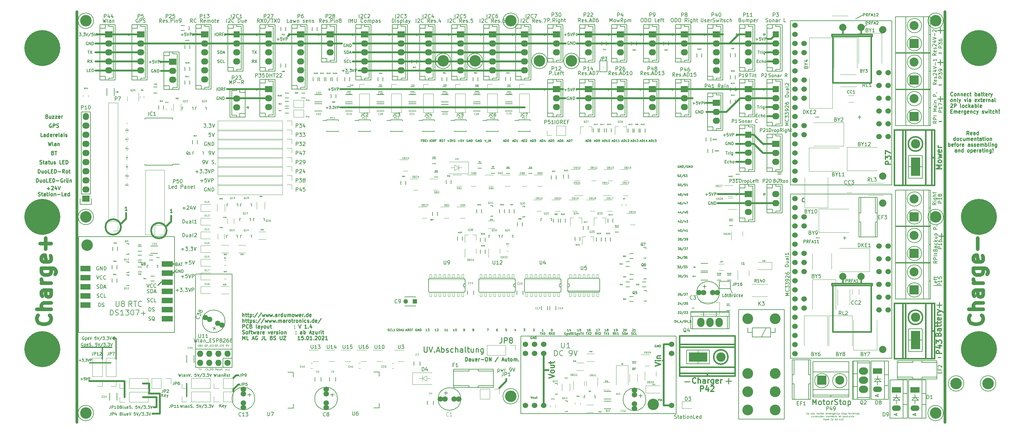
<source format=gbr>
G04 #@! TF.GenerationSoftware,KiCad,Pcbnew,(5.99.0-7935-g797175e0f2)*
G04 #@! TF.CreationDate,2021-01-18T22:07:49+01:00*
G04 #@! TF.ProjectId,ardumower mega shield svn,61726475-6d6f-4776-9572-206d65676120,1.4*
G04 #@! TF.SameCoordinates,PXc1c960PY8a12ae0*
G04 #@! TF.FileFunction,Legend,Top*
G04 #@! TF.FilePolarity,Positive*
%FSLAX46Y46*%
G04 Gerber Fmt 4.6, Leading zero omitted, Abs format (unit mm)*
G04 Created by KiCad (PCBNEW (5.99.0-7935-g797175e0f2)) date 2021-01-18 22:07:49*
%MOMM*%
%LPD*%
G01*
G04 APERTURE LIST*
%ADD10C,0.500000*%
%ADD11C,0.300000*%
%ADD12C,0.150000*%
%ADD13C,0.304800*%
%ADD14C,0.800000*%
%ADD15C,0.250000*%
%ADD16C,0.200000*%
%ADD17C,0.175000*%
%ADD18C,0.375000*%
%ADD19C,1.000000*%
%ADD20C,0.100000*%
%ADD21C,0.125000*%
%ADD22C,0.075000*%
%ADD23C,0.050000*%
%ADD24C,0.152400*%
%ADD25C,0.127000*%
%ADD26C,0.001600*%
%ADD27C,0.120000*%
%ADD28C,0.381000*%
%ADD29C,0.066040*%
%ADD30C,0.050800*%
%ADD31R,2.499360X1.501140*%
%ADD32O,2.499360X1.501140*%
%ADD33R,1.300000X1.300000*%
%ADD34C,1.300000*%
%ADD35C,1.524000*%
%ADD36C,2.000000*%
%ADD37C,3.200000*%
%ADD38C,10.000000*%
%ADD39C,1.501140*%
%ADD40R,2.500000X2.500000*%
%ADD41C,2.500000*%
%ADD42R,2.600000X2.600000*%
%ADD43C,2.600000*%
%ADD44C,3.100000*%
%ADD45C,2.999740*%
%ADD46O,2.032000X2.540000*%
%ADD47O,2.540000X2.032000*%
%ADD48R,2.032000X1.720000*%
%ADD49O,2.032000X1.720000*%
%ADD50O,2.032000X1.710000*%
%ADD51R,2.032000X1.727200*%
%ADD52O,2.032000X1.727200*%
%ADD53R,1.720000X1.720000*%
%ADD54O,2.023000X1.720000*%
%ADD55R,2.032000X1.700000*%
%ADD56R,2.032000X1.710000*%
%ADD57C,1.998980*%
%ADD58O,1.727200X2.032000*%
%ADD59R,1.524000X1.524000*%
%ADD60O,1.727200X1.727200*%
%ADD61C,1.727200*%
G04 APERTURE END LIST*
D10*
X27555261Y54356000D02*
G75*
G03*
X27555261Y54356000I-2155261J0D01*
G01*
X27432000Y55118000D02*
X28956000Y56642000D01*
X28956000Y56642000D02*
X28956000Y58293000D01*
X95250000Y105410000D02*
X148590000Y105410000D01*
X95250000Y87630000D02*
X88519000Y87630000D01*
X40255261Y53340000D02*
G75*
G03*
X40255261Y53340000I-2155261J0D01*
G01*
X95250000Y100457000D02*
X91948000Y100457000D01*
X73914000Y107442000D02*
X74168000Y107696000D01*
X132715000Y9525000D02*
X134620000Y11430000D01*
X202057000Y80010000D02*
X203454000Y80010000D01*
X203454000Y80010000D02*
X205994000Y77470000D01*
D11*
X25654000Y23749000D02*
X25273000Y23368000D01*
D10*
X57785000Y107950000D02*
X56515000Y107950000D01*
X59944000Y13081000D02*
X60198000Y13081000D01*
D12*
X228727000Y51689000D02*
X228727000Y50927000D01*
D10*
X58801000Y12319000D02*
X59563000Y13081000D01*
X199644000Y90170000D02*
X209550000Y90170000D01*
X201930000Y75057000D02*
X198501000Y75057000D01*
D11*
X25273000Y23368000D02*
X25654000Y22987000D01*
D10*
X95250000Y107950000D02*
X148590000Y107950000D01*
X77470000Y107950000D02*
X74295000Y107950000D01*
D13*
X42418000Y44069000D02*
X41783000Y44069000D01*
D10*
X201930000Y80010000D02*
X198628000Y80010000D01*
X20447000Y105410000D02*
X24130000Y105410000D01*
X58801000Y9144000D02*
X60198000Y10541000D01*
X20828000Y107950000D02*
X24130000Y107950000D01*
X36322000Y2413000D02*
X36322000Y2286000D01*
X201930000Y72517000D02*
X198501000Y72517000D01*
D11*
X20320000Y11430000D02*
X20320000Y11557000D01*
D10*
X24765000Y11430000D02*
X18796000Y11430000D01*
X201930000Y107950000D02*
X199263000Y107950000D01*
X184150000Y92710000D02*
X157480000Y92710000D01*
X74422000Y107950000D02*
X73914000Y107442000D01*
X134620000Y11430000D02*
X134620000Y12065000D01*
X178435000Y21717000D02*
X178435000Y4699000D01*
X59690000Y90170000D02*
X68580000Y90170000D01*
X157480000Y105410000D02*
X209550000Y105410000D01*
D11*
X45847000Y10795000D02*
X45847000Y7112000D01*
D12*
X232854500Y85471000D02*
X232854500Y84455000D01*
X220726000Y51308000D02*
X221742000Y51308000D01*
D10*
X154178000Y105410000D02*
X157480000Y105410000D01*
X33020000Y97917000D02*
X20447000Y97917000D01*
X41529000Y55880000D02*
X41529000Y57531000D01*
X139700000Y100457000D02*
X95250000Y100457000D01*
X33020000Y100457000D02*
X20447000Y100457000D01*
X37465000Y6985000D02*
X37465000Y4191000D01*
D12*
X197485000Y35941000D02*
X196977000Y37211000D01*
D10*
X178435000Y4699000D02*
X180594000Y4699000D01*
X18796000Y11430000D02*
X18796000Y11557000D01*
X201930000Y77470000D02*
X203454000Y77470000D01*
X184150000Y107950000D02*
X154686000Y107950000D01*
D11*
X18669000Y11430000D02*
X18796000Y11430000D01*
D13*
X38735000Y38989000D02*
X38989000Y38989000D01*
D10*
X157480000Y90170000D02*
X184150000Y90170000D01*
X145034000Y4699000D02*
X145034000Y19304000D01*
X201930000Y92710000D02*
X199644000Y92710000D01*
D13*
X42037000Y41529000D02*
X41910000Y41529000D01*
D10*
X59690000Y90170000D02*
X56896000Y90170000D01*
D12*
X228346000Y51308000D02*
X229108000Y51308000D01*
D10*
X205994000Y77470000D02*
X209550000Y77470000D01*
X33147000Y107950000D02*
X33147000Y107823000D01*
X194818000Y63500000D02*
X195072000Y63500000D01*
X209550000Y85217000D02*
X207137000Y85217000D01*
D11*
X22987000Y20828000D02*
X21717000Y20828000D01*
D10*
X157480000Y92710000D02*
X154305000Y92710000D01*
X95250000Y87630000D02*
X139827000Y87630000D01*
X86614000Y107950000D02*
X84455000Y107950000D01*
D11*
X26162000Y23368000D02*
X25273000Y23368000D01*
D10*
X208280000Y106680000D02*
X207264000Y106680000D01*
X193040000Y86360000D02*
X195834000Y86360000D01*
D14*
X15240000Y0D02*
X15240000Y114300000D01*
D10*
X180594000Y21717000D02*
X178435000Y21717000D01*
X33655000Y10795000D02*
X35433000Y10795000D01*
D11*
X22352000Y17526000D02*
X22352000Y20828000D01*
X24765000Y16510000D02*
X18796000Y16510000D01*
D10*
X209550000Y87757000D02*
X206883000Y87757000D01*
X195326000Y60960000D02*
X193421000Y60960000D01*
X95250000Y102997000D02*
X139700000Y102997000D01*
X33020000Y102997000D02*
X20447000Y102997000D01*
X209550000Y102997000D02*
X206883000Y102997000D01*
X157480000Y92710000D02*
X157480000Y92837000D01*
D11*
X16510000Y20828000D02*
X25019000Y20828000D01*
D10*
X195834000Y86360000D02*
X199644000Y90170000D01*
X199263000Y107950000D02*
X196723000Y105410000D01*
D11*
X25654000Y22987000D02*
X25654000Y23749000D01*
D13*
X41783000Y44069000D02*
X41783000Y44196000D01*
D10*
X58801000Y8636000D02*
X58801000Y9144000D01*
X205994000Y74930000D02*
X209550000Y74930000D01*
X195961000Y63500000D02*
X193421000Y63500000D01*
X95250000Y92710000D02*
X150495000Y92710000D01*
D11*
X24765000Y11430000D02*
X18669000Y11430000D01*
D10*
X201930000Y63500000D02*
X198628000Y63500000D01*
X28575000Y10922000D02*
X28575000Y11430000D01*
X38354000Y2413000D02*
X36322000Y2413000D01*
X40005000Y54356000D02*
X41529000Y55880000D01*
X88519000Y87630000D02*
X88646000Y87630000D01*
X148590000Y105410000D02*
X151257000Y105410000D01*
D14*
X256540000Y114300000D02*
X256540000Y0D01*
D10*
X148590000Y90170000D02*
X151130000Y90170000D01*
X201930000Y77470000D02*
X198501000Y77470000D01*
X33655000Y6985000D02*
X37084000Y6985000D01*
X157480000Y90170000D02*
X154305000Y90170000D01*
X59690000Y107950000D02*
X68580000Y107950000D01*
X95250000Y92710000D02*
X88519000Y92710000D01*
D13*
X42545000Y42037000D02*
X42037000Y41529000D01*
D10*
X209550000Y60960000D02*
X194818000Y60960000D01*
X59817000Y107950000D02*
X57277000Y107950000D01*
X184150000Y92710000D02*
X209613500Y92710000D01*
X190246000Y88900000D02*
X193167000Y88900000D01*
X59563000Y13081000D02*
X59817000Y13081000D01*
X95250000Y97917000D02*
X139700000Y97917000D01*
D11*
X26162000Y17526000D02*
X26162000Y23368000D01*
D10*
X47498000Y107950000D02*
X50800000Y107950000D01*
X178435000Y17145000D02*
X178181000Y17145000D01*
X28575000Y6985000D02*
X28575000Y10922000D01*
X68580000Y92710000D02*
X57023000Y92710000D01*
X91948000Y102997000D02*
X95250000Y102997000D01*
X184150000Y92710000D02*
X186436000Y92710000D01*
D13*
X37846000Y38100000D02*
X38735000Y38989000D01*
D10*
X92075000Y105410000D02*
X95250000Y105410000D01*
D12*
X233680000Y113284000D02*
X231775000Y112268000D01*
D10*
X145034000Y14478000D02*
X146431000Y14478000D01*
X77470000Y107950000D02*
X85725000Y107950000D01*
X184150000Y90170000D02*
X186436000Y90170000D01*
D12*
X232410000Y84963000D02*
X233299000Y84963000D01*
D10*
X24130000Y107950000D02*
X33147000Y107950000D01*
D12*
X235077000Y110744000D02*
X234061000Y109982000D01*
D10*
X200152000Y63500000D02*
X194818000Y63500000D01*
X41910000Y97790000D02*
X38608000Y97790000D01*
X182245000Y107950000D02*
X194945000Y107950000D01*
X203454000Y77470000D02*
X205994000Y74930000D01*
X95250000Y107950000D02*
X86360000Y107950000D01*
X35433000Y10795000D02*
X35433000Y8001000D01*
X28575000Y11430000D02*
X24765000Y11430000D01*
D11*
X22352000Y20828000D02*
X22987000Y20828000D01*
D10*
X60198000Y10541000D02*
X60452000Y10541000D01*
D11*
X209613500Y92710000D02*
X209613500Y92646500D01*
D10*
X38354000Y8001000D02*
X38354000Y2413000D01*
X190246000Y86360000D02*
X193040000Y86360000D01*
X209550000Y100457000D02*
X207264000Y100457000D01*
X37084000Y6985000D02*
X37465000Y6985000D01*
D12*
X220599000Y84963000D02*
X221615000Y84963000D01*
D10*
X41783000Y100330000D02*
X38481000Y100330000D01*
X209550000Y107950000D02*
X208280000Y106680000D01*
X150495000Y92710000D02*
X150368000Y92710000D01*
X37465000Y4191000D02*
X36576000Y4191000D01*
X24130000Y105410000D02*
X89027000Y105410000D01*
X35433000Y8001000D02*
X38354000Y8001000D01*
X95377000Y97917000D02*
X93599000Y97917000D01*
D15*
X8175714Y83050000D02*
X8080476Y83097620D01*
X7937619Y83097620D01*
X7794761Y83050000D01*
X7699523Y82954762D01*
X7651904Y82859524D01*
X7604285Y82669048D01*
X7604285Y82526191D01*
X7651904Y82335715D01*
X7699523Y82240477D01*
X7794761Y82145239D01*
X7937619Y82097620D01*
X8032857Y82097620D01*
X8175714Y82145239D01*
X8223333Y82192858D01*
X8223333Y82526191D01*
X8032857Y82526191D01*
X8651904Y82097620D02*
X8651904Y83097620D01*
X9032857Y83097620D01*
X9128095Y83050000D01*
X9175714Y83002381D01*
X9223333Y82907143D01*
X9223333Y82764286D01*
X9175714Y82669048D01*
X9128095Y82621429D01*
X9032857Y82573810D01*
X8651904Y82573810D01*
X9604285Y82145239D02*
X9747142Y82097620D01*
X9985238Y82097620D01*
X10080476Y82145239D01*
X10128095Y82192858D01*
X10175714Y82288096D01*
X10175714Y82383334D01*
X10128095Y82478572D01*
X10080476Y82526191D01*
X9985238Y82573810D01*
X9794761Y82621429D01*
X9699523Y82669048D01*
X9651904Y82716667D01*
X9604285Y82811905D01*
X9604285Y82907143D01*
X9651904Y83002381D01*
X9699523Y83050000D01*
X9794761Y83097620D01*
X10032857Y83097620D01*
X10175714Y83050000D01*
X5770952Y79557620D02*
X5294761Y79557620D01*
X5294761Y80557620D01*
X6532857Y79557620D02*
X6532857Y80081429D01*
X6485238Y80176667D01*
X6390000Y80224286D01*
X6199523Y80224286D01*
X6104285Y80176667D01*
X6532857Y79605239D02*
X6437619Y79557620D01*
X6199523Y79557620D01*
X6104285Y79605239D01*
X6056666Y79700477D01*
X6056666Y79795715D01*
X6104285Y79890953D01*
X6199523Y79938572D01*
X6437619Y79938572D01*
X6532857Y79986191D01*
X7437619Y79557620D02*
X7437619Y80557620D01*
X7437619Y79605239D02*
X7342380Y79557620D01*
X7151904Y79557620D01*
X7056666Y79605239D01*
X7009047Y79652858D01*
X6961428Y79748096D01*
X6961428Y80033810D01*
X7009047Y80129048D01*
X7056666Y80176667D01*
X7151904Y80224286D01*
X7342380Y80224286D01*
X7437619Y80176667D01*
X8294761Y79605239D02*
X8199523Y79557620D01*
X8009047Y79557620D01*
X7913809Y79605239D01*
X7866190Y79700477D01*
X7866190Y80081429D01*
X7913809Y80176667D01*
X8009047Y80224286D01*
X8199523Y80224286D01*
X8294761Y80176667D01*
X8342380Y80081429D01*
X8342380Y79986191D01*
X7866190Y79890953D01*
X8770952Y79557620D02*
X8770952Y80224286D01*
X8770952Y80033810D02*
X8818571Y80129048D01*
X8866190Y80176667D01*
X8961428Y80224286D01*
X9056666Y80224286D01*
X9770952Y79605239D02*
X9675714Y79557620D01*
X9485238Y79557620D01*
X9390000Y79605239D01*
X9342380Y79700477D01*
X9342380Y80081429D01*
X9390000Y80176667D01*
X9485238Y80224286D01*
X9675714Y80224286D01*
X9770952Y80176667D01*
X9818571Y80081429D01*
X9818571Y79986191D01*
X9342380Y79890953D01*
X10390000Y79557620D02*
X10294761Y79605239D01*
X10247142Y79700477D01*
X10247142Y80557620D01*
X11199523Y79557620D02*
X11199523Y80081429D01*
X11151904Y80176667D01*
X11056666Y80224286D01*
X10866190Y80224286D01*
X10770952Y80176667D01*
X11199523Y79605239D02*
X11104285Y79557620D01*
X10866190Y79557620D01*
X10770952Y79605239D01*
X10723333Y79700477D01*
X10723333Y79795715D01*
X10770952Y79890953D01*
X10866190Y79938572D01*
X11104285Y79938572D01*
X11199523Y79986191D01*
X11675714Y79557620D02*
X11675714Y80224286D01*
X11675714Y80557620D02*
X11628095Y80510000D01*
X11675714Y80462381D01*
X11723333Y80510000D01*
X11675714Y80557620D01*
X11675714Y80462381D01*
X12104285Y79605239D02*
X12199523Y79557620D01*
X12390000Y79557620D01*
X12485238Y79605239D01*
X12532857Y79700477D01*
X12532857Y79748096D01*
X12485238Y79843334D01*
X12390000Y79890953D01*
X12247142Y79890953D01*
X12151904Y79938572D01*
X12104285Y80033810D01*
X12104285Y80081429D01*
X12151904Y80176667D01*
X12247142Y80224286D01*
X12390000Y80224286D01*
X12485238Y80176667D01*
X7294761Y78017620D02*
X7532857Y77017620D01*
X7723333Y77731905D01*
X7913809Y77017620D01*
X8151904Y78017620D01*
X8675714Y77017620D02*
X8580476Y77065239D01*
X8532857Y77160477D01*
X8532857Y78017620D01*
X9485238Y77017620D02*
X9485238Y77541429D01*
X9437619Y77636667D01*
X9342380Y77684286D01*
X9151904Y77684286D01*
X9056666Y77636667D01*
X9485238Y77065239D02*
X9390000Y77017620D01*
X9151904Y77017620D01*
X9056666Y77065239D01*
X9009047Y77160477D01*
X9009047Y77255715D01*
X9056666Y77350953D01*
X9151904Y77398572D01*
X9390000Y77398572D01*
X9485238Y77446191D01*
X9961428Y77684286D02*
X9961428Y77017620D01*
X9961428Y77589048D02*
X10009047Y77636667D01*
X10104285Y77684286D01*
X10247142Y77684286D01*
X10342380Y77636667D01*
X10390000Y77541429D01*
X10390000Y77017620D01*
X8580476Y75001429D02*
X8723333Y74953810D01*
X8770952Y74906191D01*
X8818571Y74810953D01*
X8818571Y74668096D01*
X8770952Y74572858D01*
X8723333Y74525239D01*
X8628095Y74477620D01*
X8247142Y74477620D01*
X8247142Y75477620D01*
X8580476Y75477620D01*
X8675714Y75430000D01*
X8723333Y75382381D01*
X8770952Y75287143D01*
X8770952Y75191905D01*
X8723333Y75096667D01*
X8675714Y75049048D01*
X8580476Y75001429D01*
X8247142Y75001429D01*
X9104285Y75477620D02*
X9675714Y75477620D01*
X9390000Y74477620D02*
X9390000Y75477620D01*
X4985238Y71985239D02*
X5128095Y71937620D01*
X5366190Y71937620D01*
X5461428Y71985239D01*
X5509047Y72032858D01*
X5556666Y72128096D01*
X5556666Y72223334D01*
X5509047Y72318572D01*
X5461428Y72366191D01*
X5366190Y72413810D01*
X5175714Y72461429D01*
X5080476Y72509048D01*
X5032857Y72556667D01*
X4985238Y72651905D01*
X4985238Y72747143D01*
X5032857Y72842381D01*
X5080476Y72890000D01*
X5175714Y72937620D01*
X5413809Y72937620D01*
X5556666Y72890000D01*
X5842380Y72604286D02*
X6223333Y72604286D01*
X5985238Y72937620D02*
X5985238Y72080477D01*
X6032857Y71985239D01*
X6128095Y71937620D01*
X6223333Y71937620D01*
X6985238Y71937620D02*
X6985238Y72461429D01*
X6937619Y72556667D01*
X6842380Y72604286D01*
X6651904Y72604286D01*
X6556666Y72556667D01*
X6985238Y71985239D02*
X6890000Y71937620D01*
X6651904Y71937620D01*
X6556666Y71985239D01*
X6509047Y72080477D01*
X6509047Y72175715D01*
X6556666Y72270953D01*
X6651904Y72318572D01*
X6890000Y72318572D01*
X6985238Y72366191D01*
X7318571Y72604286D02*
X7699523Y72604286D01*
X7461428Y72937620D02*
X7461428Y72080477D01*
X7509047Y71985239D01*
X7604285Y71937620D01*
X7699523Y71937620D01*
X8461428Y72604286D02*
X8461428Y71937620D01*
X8032857Y72604286D02*
X8032857Y72080477D01*
X8080476Y71985239D01*
X8175714Y71937620D01*
X8318571Y71937620D01*
X8413809Y71985239D01*
X8461428Y72032858D01*
X8889999Y71985239D02*
X8985238Y71937620D01*
X9175714Y71937620D01*
X9270952Y71985239D01*
X9318571Y72080477D01*
X9318571Y72128096D01*
X9270952Y72223334D01*
X9175714Y72270953D01*
X9032857Y72270953D01*
X8937619Y72318572D01*
X8889999Y72413810D01*
X8889999Y72461429D01*
X8937619Y72556667D01*
X9032857Y72604286D01*
X9175714Y72604286D01*
X9270952Y72556667D01*
X10985238Y71937620D02*
X10509047Y71937620D01*
X10509047Y72937620D01*
X11318571Y72461429D02*
X11651904Y72461429D01*
X11794761Y71937620D02*
X11318571Y71937620D01*
X11318571Y72937620D01*
X11794761Y72937620D01*
X12223333Y71937620D02*
X12223333Y72937620D01*
X12461428Y72937620D01*
X12604285Y72890000D01*
X12699523Y72794762D01*
X12747142Y72699524D01*
X12794761Y72509048D01*
X12794761Y72366191D01*
X12747142Y72175715D01*
X12699523Y72080477D01*
X12604285Y71985239D01*
X12461428Y71937620D01*
X12223333Y71937620D01*
X4509047Y69397620D02*
X4509047Y70397620D01*
X4747142Y70397620D01*
X4890000Y70350000D01*
X4985238Y70254762D01*
X5032857Y70159524D01*
X5080476Y69969048D01*
X5080476Y69826191D01*
X5032857Y69635715D01*
X4985238Y69540477D01*
X4890000Y69445239D01*
X4747142Y69397620D01*
X4509047Y69397620D01*
X5937619Y70064286D02*
X5937619Y69397620D01*
X5509047Y70064286D02*
X5509047Y69540477D01*
X5556666Y69445239D01*
X5651904Y69397620D01*
X5794761Y69397620D01*
X5890000Y69445239D01*
X5937619Y69492858D01*
X6556666Y69397620D02*
X6461428Y69445239D01*
X6413809Y69492858D01*
X6366190Y69588096D01*
X6366190Y69873810D01*
X6413809Y69969048D01*
X6461428Y70016667D01*
X6556666Y70064286D01*
X6699523Y70064286D01*
X6794761Y70016667D01*
X6842380Y69969048D01*
X6890000Y69873810D01*
X6890000Y69588096D01*
X6842380Y69492858D01*
X6794761Y69445239D01*
X6699523Y69397620D01*
X6556666Y69397620D01*
X7794761Y69397620D02*
X7318571Y69397620D01*
X7318571Y70397620D01*
X8128095Y69921429D02*
X8461428Y69921429D01*
X8604285Y69397620D02*
X8128095Y69397620D01*
X8128095Y70397620D01*
X8604285Y70397620D01*
X9032857Y69397620D02*
X9032857Y70397620D01*
X9270952Y70397620D01*
X9413809Y70350000D01*
X9509047Y70254762D01*
X9556666Y70159524D01*
X9604285Y69969048D01*
X9604285Y69826191D01*
X9556666Y69635715D01*
X9509047Y69540477D01*
X9413809Y69445239D01*
X9270952Y69397620D01*
X9032857Y69397620D01*
X10032857Y69778572D02*
X10794761Y69778572D01*
X11842380Y69397620D02*
X11509047Y69873810D01*
X11270952Y69397620D02*
X11270952Y70397620D01*
X11651904Y70397620D01*
X11747142Y70350000D01*
X11794761Y70302381D01*
X11842380Y70207143D01*
X11842380Y70064286D01*
X11794761Y69969048D01*
X11747142Y69921429D01*
X11651904Y69873810D01*
X11270952Y69873810D01*
X12413809Y69397620D02*
X12318571Y69445239D01*
X12270952Y69492858D01*
X12223333Y69588096D01*
X12223333Y69873810D01*
X12270952Y69969048D01*
X12318571Y70016667D01*
X12413809Y70064286D01*
X12556666Y70064286D01*
X12651904Y70016667D01*
X12699523Y69969048D01*
X12747142Y69873810D01*
X12747142Y69588096D01*
X12699523Y69492858D01*
X12651904Y69445239D01*
X12556666Y69397620D01*
X12413809Y69397620D01*
X13032857Y70064286D02*
X13413809Y70064286D01*
X13175714Y70397620D02*
X13175714Y69540477D01*
X13223333Y69445239D01*
X13318571Y69397620D01*
X13413809Y69397620D01*
X4032857Y66857620D02*
X4032857Y67857620D01*
X4270952Y67857620D01*
X4413809Y67810000D01*
X4509047Y67714762D01*
X4556666Y67619524D01*
X4604285Y67429048D01*
X4604285Y67286191D01*
X4556666Y67095715D01*
X4509047Y67000477D01*
X4413809Y66905239D01*
X4270952Y66857620D01*
X4032857Y66857620D01*
X5461428Y67524286D02*
X5461428Y66857620D01*
X5032857Y67524286D02*
X5032857Y67000477D01*
X5080476Y66905239D01*
X5175714Y66857620D01*
X5318571Y66857620D01*
X5413809Y66905239D01*
X5461428Y66952858D01*
X6080476Y66857620D02*
X5985238Y66905239D01*
X5937619Y66952858D01*
X5889999Y67048096D01*
X5889999Y67333810D01*
X5937619Y67429048D01*
X5985238Y67476667D01*
X6080476Y67524286D01*
X6223333Y67524286D01*
X6318571Y67476667D01*
X6366190Y67429048D01*
X6413809Y67333810D01*
X6413809Y67048096D01*
X6366190Y66952858D01*
X6318571Y66905239D01*
X6223333Y66857620D01*
X6080476Y66857620D01*
X7318571Y66857620D02*
X6842380Y66857620D01*
X6842380Y67857620D01*
X7651904Y67381429D02*
X7985238Y67381429D01*
X8128095Y66857620D02*
X7651904Y66857620D01*
X7651904Y67857620D01*
X8128095Y67857620D01*
X8556666Y66857620D02*
X8556666Y67857620D01*
X8794761Y67857620D01*
X8937619Y67810000D01*
X9032857Y67714762D01*
X9080476Y67619524D01*
X9128095Y67429048D01*
X9128095Y67286191D01*
X9080476Y67095715D01*
X9032857Y67000477D01*
X8937619Y66905239D01*
X8794761Y66857620D01*
X8556666Y66857620D01*
X9556666Y67238572D02*
X10318571Y67238572D01*
X11318571Y67810000D02*
X11223333Y67857620D01*
X11080476Y67857620D01*
X10937619Y67810000D01*
X10842380Y67714762D01*
X10794761Y67619524D01*
X10747142Y67429048D01*
X10747142Y67286191D01*
X10794761Y67095715D01*
X10842380Y67000477D01*
X10937619Y66905239D01*
X11080476Y66857620D01*
X11175714Y66857620D01*
X11318571Y66905239D01*
X11366190Y66952858D01*
X11366190Y67286191D01*
X11175714Y67286191D01*
X11794761Y66857620D02*
X11794761Y67524286D01*
X11794761Y67333810D02*
X11842380Y67429048D01*
X11889999Y67476667D01*
X11985238Y67524286D01*
X12080476Y67524286D01*
X12842380Y67524286D02*
X12842380Y66857620D01*
X12413809Y67524286D02*
X12413809Y67000477D01*
X12461428Y66905239D01*
X12556666Y66857620D01*
X12699523Y66857620D01*
X12794761Y66905239D01*
X12842380Y66952858D01*
X12461428Y67857620D02*
X12509047Y67810000D01*
X12461428Y67762381D01*
X12413809Y67810000D01*
X12461428Y67857620D01*
X12461428Y67762381D01*
X12842380Y67857620D02*
X12890000Y67810000D01*
X12842380Y67762381D01*
X12794761Y67810000D01*
X12842380Y67857620D01*
X12842380Y67762381D01*
X13318571Y67524286D02*
X13318571Y66857620D01*
X13318571Y67429048D02*
X13366190Y67476667D01*
X13461428Y67524286D01*
X13604285Y67524286D01*
X13699523Y67476667D01*
X13747142Y67381429D01*
X13747142Y66857620D01*
X7001095Y65079572D02*
X7763000Y65079572D01*
X7382047Y64698620D02*
X7382047Y65460524D01*
X8191571Y65603381D02*
X8239190Y65651000D01*
X8334428Y65698620D01*
X8572523Y65698620D01*
X8667761Y65651000D01*
X8715380Y65603381D01*
X8763000Y65508143D01*
X8763000Y65412905D01*
X8715380Y65270048D01*
X8143952Y64698620D01*
X8763000Y64698620D01*
X9620142Y65365286D02*
X9620142Y64698620D01*
X9382047Y65746239D02*
X9143952Y65031953D01*
X9763000Y65031953D01*
X10001095Y65698620D02*
X10334428Y64698620D01*
X10667761Y65698620D01*
X4532857Y63095239D02*
X4675714Y63047620D01*
X4913809Y63047620D01*
X5009047Y63095239D01*
X5056666Y63142858D01*
X5104285Y63238096D01*
X5104285Y63333334D01*
X5056666Y63428572D01*
X5009047Y63476191D01*
X4913809Y63523810D01*
X4723333Y63571429D01*
X4628095Y63619048D01*
X4580476Y63666667D01*
X4532857Y63761905D01*
X4532857Y63857143D01*
X4580476Y63952381D01*
X4628095Y64000000D01*
X4723333Y64047620D01*
X4961428Y64047620D01*
X5104285Y64000000D01*
X5390000Y63714286D02*
X5770952Y63714286D01*
X5532857Y64047620D02*
X5532857Y63190477D01*
X5580476Y63095239D01*
X5675714Y63047620D01*
X5770952Y63047620D01*
X6532857Y63047620D02*
X6532857Y63571429D01*
X6485238Y63666667D01*
X6390000Y63714286D01*
X6199523Y63714286D01*
X6104285Y63666667D01*
X6532857Y63095239D02*
X6437619Y63047620D01*
X6199523Y63047620D01*
X6104285Y63095239D01*
X6056666Y63190477D01*
X6056666Y63285715D01*
X6104285Y63380953D01*
X6199523Y63428572D01*
X6437619Y63428572D01*
X6532857Y63476191D01*
X6866190Y63714286D02*
X7247142Y63714286D01*
X7009047Y64047620D02*
X7009047Y63190477D01*
X7056666Y63095239D01*
X7151904Y63047620D01*
X7247142Y63047620D01*
X7580476Y63047620D02*
X7580476Y63714286D01*
X7580476Y64047620D02*
X7532857Y64000000D01*
X7580476Y63952381D01*
X7628095Y64000000D01*
X7580476Y64047620D01*
X7580476Y63952381D01*
X8199523Y63047620D02*
X8104285Y63095239D01*
X8056666Y63142858D01*
X8009047Y63238096D01*
X8009047Y63523810D01*
X8056666Y63619048D01*
X8104285Y63666667D01*
X8199523Y63714286D01*
X8342380Y63714286D01*
X8437619Y63666667D01*
X8485238Y63619048D01*
X8532857Y63523810D01*
X8532857Y63238096D01*
X8485238Y63142858D01*
X8437619Y63095239D01*
X8342380Y63047620D01*
X8199523Y63047620D01*
X8961428Y63714286D02*
X8961428Y63047620D01*
X8961428Y63619048D02*
X9009047Y63666667D01*
X9104285Y63714286D01*
X9247142Y63714286D01*
X9342380Y63666667D01*
X9390000Y63571429D01*
X9390000Y63047620D01*
X9866190Y63428572D02*
X10628095Y63428572D01*
X11580476Y63047620D02*
X11104285Y63047620D01*
X11104285Y64047620D01*
X12294761Y63095239D02*
X12199523Y63047620D01*
X12009047Y63047620D01*
X11913809Y63095239D01*
X11866190Y63190477D01*
X11866190Y63571429D01*
X11913809Y63666667D01*
X12009047Y63714286D01*
X12199523Y63714286D01*
X12294761Y63666667D01*
X12342380Y63571429D01*
X12342380Y63476191D01*
X11866190Y63380953D01*
X13199523Y63047620D02*
X13199523Y64047620D01*
X13199523Y63095239D02*
X13104285Y63047620D01*
X12913809Y63047620D01*
X12818571Y63095239D01*
X12770952Y63142858D01*
X12723333Y63238096D01*
X12723333Y63523810D01*
X12770952Y63619048D01*
X12818571Y63666667D01*
X12913809Y63714286D01*
X13104285Y63714286D01*
X13199523Y63666667D01*
D16*
X53702095Y107588096D02*
X53702095Y108388096D01*
X54235428Y108388096D02*
X54387809Y108388096D01*
X54464000Y108350000D01*
X54540190Y108273810D01*
X54578285Y108121429D01*
X54578285Y107854762D01*
X54540190Y107702381D01*
X54464000Y107626191D01*
X54387809Y107588096D01*
X54235428Y107588096D01*
X54159238Y107626191D01*
X54083047Y107702381D01*
X54044952Y107854762D01*
X54044952Y108121429D01*
X54083047Y108273810D01*
X54159238Y108350000D01*
X54235428Y108388096D01*
X55378285Y107588096D02*
X55111619Y107969048D01*
X54921142Y107588096D02*
X54921142Y108388096D01*
X55225904Y108388096D01*
X55302095Y108350000D01*
X55340190Y108311905D01*
X55378285Y108235715D01*
X55378285Y108121429D01*
X55340190Y108045239D01*
X55302095Y108007143D01*
X55225904Y107969048D01*
X54921142Y107969048D01*
X55987809Y108007143D02*
X55721142Y108007143D01*
X55721142Y107588096D02*
X55721142Y108388096D01*
X56102095Y108388096D01*
X150844428Y92525858D02*
X151453952Y92525858D01*
X151149190Y92221096D02*
X151149190Y92830620D01*
X152215857Y93021096D02*
X151834904Y93021096D01*
X151796809Y92640143D01*
X151834904Y92678239D01*
X151911095Y92716334D01*
X152101571Y92716334D01*
X152177761Y92678239D01*
X152215857Y92640143D01*
X152253952Y92563953D01*
X152253952Y92373477D01*
X152215857Y92297286D01*
X152177761Y92259191D01*
X152101571Y92221096D01*
X151911095Y92221096D01*
X151834904Y92259191D01*
X151796809Y92297286D01*
X152482523Y93021096D02*
X152749190Y92221096D01*
X153015857Y93021096D01*
X153282523Y92221096D02*
X153282523Y93021096D01*
X153587285Y93021096D01*
X153663476Y92983000D01*
X153701571Y92944905D01*
X153739666Y92868715D01*
X153739666Y92754429D01*
X153701571Y92678239D01*
X153663476Y92640143D01*
X153587285Y92602048D01*
X153282523Y92602048D01*
X152044476Y90570000D02*
X151968285Y90608096D01*
X151854000Y90608096D01*
X151739714Y90570000D01*
X151663523Y90493810D01*
X151625428Y90417620D01*
X151587333Y90265239D01*
X151587333Y90150953D01*
X151625428Y89998572D01*
X151663523Y89922381D01*
X151739714Y89846191D01*
X151854000Y89808096D01*
X151930190Y89808096D01*
X152044476Y89846191D01*
X152082571Y89884286D01*
X152082571Y90150953D01*
X151930190Y90150953D01*
X152425428Y89808096D02*
X152425428Y90608096D01*
X152882571Y89808096D01*
X152882571Y90608096D01*
X153263523Y89808096D02*
X153263523Y90608096D01*
X153454000Y90608096D01*
X153568285Y90570000D01*
X153644476Y90493810D01*
X153682571Y90417620D01*
X153720666Y90265239D01*
X153720666Y90150953D01*
X153682571Y89998572D01*
X153644476Y89922381D01*
X153568285Y89846191D01*
X153454000Y89808096D01*
X153263523Y89808096D01*
X54635476Y90570000D02*
X54559285Y90608096D01*
X54445000Y90608096D01*
X54330714Y90570000D01*
X54254523Y90493810D01*
X54216428Y90417620D01*
X54178333Y90265239D01*
X54178333Y90150953D01*
X54216428Y89998572D01*
X54254523Y89922381D01*
X54330714Y89846191D01*
X54445000Y89808096D01*
X54521190Y89808096D01*
X54635476Y89846191D01*
X54673571Y89884286D01*
X54673571Y90150953D01*
X54521190Y90150953D01*
X55016428Y89808096D02*
X55016428Y90608096D01*
X55473571Y89808096D01*
X55473571Y90608096D01*
X55854523Y89808096D02*
X55854523Y90608096D01*
X56045000Y90608096D01*
X56159285Y90570000D01*
X56235476Y90493810D01*
X56273571Y90417620D01*
X56311666Y90265239D01*
X56311666Y90150953D01*
X56273571Y89998572D01*
X56235476Y89922381D01*
X56159285Y89846191D01*
X56045000Y89808096D01*
X55854523Y89808096D01*
X85185428Y92652858D02*
X85794952Y92652858D01*
X85490190Y92348096D02*
X85490190Y92957620D01*
X86556857Y93148096D02*
X86175904Y93148096D01*
X86137809Y92767143D01*
X86175904Y92805239D01*
X86252095Y92843334D01*
X86442571Y92843334D01*
X86518761Y92805239D01*
X86556857Y92767143D01*
X86594952Y92690953D01*
X86594952Y92500477D01*
X86556857Y92424286D01*
X86518761Y92386191D01*
X86442571Y92348096D01*
X86252095Y92348096D01*
X86175904Y92386191D01*
X86137809Y92424286D01*
X86823523Y93148096D02*
X87090190Y92348096D01*
X87356857Y93148096D01*
X87623523Y92348096D02*
X87623523Y93148096D01*
X87928285Y93148096D01*
X88004476Y93110000D01*
X88042571Y93071905D01*
X88080666Y92995715D01*
X88080666Y92881429D01*
X88042571Y92805239D01*
X88004476Y92767143D01*
X87928285Y92729048D01*
X87623523Y92729048D01*
D17*
X84610000Y87580000D02*
X85143333Y87580000D01*
X84876666Y87313334D02*
X84876666Y87846667D01*
X85410000Y88013334D02*
X85843333Y88013334D01*
X85610000Y87746667D01*
X85710000Y87746667D01*
X85776666Y87713334D01*
X85810000Y87680000D01*
X85843333Y87613334D01*
X85843333Y87446667D01*
X85810000Y87380000D01*
X85776666Y87346667D01*
X85710000Y87313334D01*
X85510000Y87313334D01*
X85443333Y87346667D01*
X85410000Y87380000D01*
X86176666Y87346667D02*
X86176666Y87313334D01*
X86143333Y87246667D01*
X86110000Y87213334D01*
X86410000Y88013334D02*
X86843333Y88013334D01*
X86610000Y87746667D01*
X86710000Y87746667D01*
X86776666Y87713334D01*
X86810000Y87680000D01*
X86843333Y87613334D01*
X86843333Y87446667D01*
X86810000Y87380000D01*
X86776666Y87346667D01*
X86710000Y87313334D01*
X86510000Y87313334D01*
X86443333Y87346667D01*
X86410000Y87380000D01*
X87043333Y88013334D02*
X87276666Y87313334D01*
X87510000Y88013334D01*
X87743333Y87313334D02*
X87743333Y88013334D01*
X88010000Y88013334D01*
X88076666Y87980000D01*
X88110000Y87946667D01*
X88143333Y87880000D01*
X88143333Y87780000D01*
X88110000Y87713334D01*
X88076666Y87680000D01*
X88010000Y87646667D01*
X87743333Y87646667D01*
D16*
X152171476Y105937000D02*
X152095285Y105975096D01*
X151981000Y105975096D01*
X151866714Y105937000D01*
X151790523Y105860810D01*
X151752428Y105784620D01*
X151714333Y105632239D01*
X151714333Y105517953D01*
X151752428Y105365572D01*
X151790523Y105289381D01*
X151866714Y105213191D01*
X151981000Y105175096D01*
X152057190Y105175096D01*
X152171476Y105213191D01*
X152209571Y105251286D01*
X152209571Y105517953D01*
X152057190Y105517953D01*
X152552428Y105175096D02*
X152552428Y105975096D01*
X153009571Y105175096D01*
X153009571Y105975096D01*
X153390523Y105175096D02*
X153390523Y105975096D01*
X153581000Y105975096D01*
X153695285Y105937000D01*
X153771476Y105860810D01*
X153809571Y105784620D01*
X153847666Y105632239D01*
X153847666Y105517953D01*
X153809571Y105365572D01*
X153771476Y105289381D01*
X153695285Y105213191D01*
X153581000Y105175096D01*
X153390523Y105175096D01*
X89941476Y105302000D02*
X89865285Y105340096D01*
X89751000Y105340096D01*
X89636714Y105302000D01*
X89560523Y105225810D01*
X89522428Y105149620D01*
X89484333Y104997239D01*
X89484333Y104882953D01*
X89522428Y104730572D01*
X89560523Y104654381D01*
X89636714Y104578191D01*
X89751000Y104540096D01*
X89827190Y104540096D01*
X89941476Y104578191D01*
X89979571Y104616286D01*
X89979571Y104882953D01*
X89827190Y104882953D01*
X90322428Y104540096D02*
X90322428Y105340096D01*
X90779571Y104540096D01*
X90779571Y105340096D01*
X91160523Y104540096D02*
X91160523Y105340096D01*
X91351000Y105340096D01*
X91465285Y105302000D01*
X91541476Y105225810D01*
X91579571Y105149620D01*
X91617666Y104997239D01*
X91617666Y104882953D01*
X91579571Y104730572D01*
X91541476Y104654381D01*
X91465285Y104578191D01*
X91351000Y104540096D01*
X91160523Y104540096D01*
X89579571Y102673191D02*
X89693857Y102635096D01*
X89884333Y102635096D01*
X89960523Y102673191D01*
X89998619Y102711286D01*
X90036714Y102787477D01*
X90036714Y102863667D01*
X89998619Y102939858D01*
X89960523Y102977953D01*
X89884333Y103016048D01*
X89731952Y103054143D01*
X89655761Y103092239D01*
X89617666Y103130334D01*
X89579571Y103206524D01*
X89579571Y103282715D01*
X89617666Y103358905D01*
X89655761Y103397000D01*
X89731952Y103435096D01*
X89922428Y103435096D01*
X90036714Y103397000D01*
X90379571Y102635096D02*
X90379571Y103435096D01*
X90570047Y103435096D01*
X90684333Y103397000D01*
X90760523Y103320810D01*
X90798619Y103244620D01*
X90836714Y103092239D01*
X90836714Y102977953D01*
X90798619Y102825572D01*
X90760523Y102749381D01*
X90684333Y102673191D01*
X90570047Y102635096D01*
X90379571Y102635096D01*
X91141476Y102863667D02*
X91522428Y102863667D01*
X91065285Y102635096D02*
X91331952Y103435096D01*
X91598619Y102635096D01*
X54419619Y100133191D02*
X54533904Y100095096D01*
X54724380Y100095096D01*
X54800571Y100133191D01*
X54838666Y100171286D01*
X54876761Y100247477D01*
X54876761Y100323667D01*
X54838666Y100399858D01*
X54800571Y100437953D01*
X54724380Y100476048D01*
X54572000Y100514143D01*
X54495809Y100552239D01*
X54457714Y100590334D01*
X54419619Y100666524D01*
X54419619Y100742715D01*
X54457714Y100818905D01*
X54495809Y100857000D01*
X54572000Y100895096D01*
X54762476Y100895096D01*
X54876761Y100857000D01*
X55676761Y100171286D02*
X55638666Y100133191D01*
X55524380Y100095096D01*
X55448190Y100095096D01*
X55333904Y100133191D01*
X55257714Y100209381D01*
X55219619Y100285572D01*
X55181523Y100437953D01*
X55181523Y100552239D01*
X55219619Y100704620D01*
X55257714Y100780810D01*
X55333904Y100857000D01*
X55448190Y100895096D01*
X55524380Y100895096D01*
X55638666Y100857000D01*
X55676761Y100818905D01*
X56400571Y100095096D02*
X56019619Y100095096D01*
X56019619Y100895096D01*
X89059000Y97859858D02*
X89668523Y97859858D01*
X89363761Y97555096D02*
X89363761Y98164620D01*
X89973285Y98355096D02*
X90468523Y98355096D01*
X90201857Y98050334D01*
X90316142Y98050334D01*
X90392333Y98012239D01*
X90430428Y97974143D01*
X90468523Y97897953D01*
X90468523Y97707477D01*
X90430428Y97631286D01*
X90392333Y97593191D01*
X90316142Y97555096D01*
X90087571Y97555096D01*
X90011380Y97593191D01*
X89973285Y97631286D01*
X90849476Y97593191D02*
X90849476Y97555096D01*
X90811380Y97478905D01*
X90773285Y97440810D01*
X91116142Y98355096D02*
X91611380Y98355096D01*
X91344714Y98050334D01*
X91459000Y98050334D01*
X91535190Y98012239D01*
X91573285Y97974143D01*
X91611380Y97897953D01*
X91611380Y97707477D01*
X91573285Y97631286D01*
X91535190Y97593191D01*
X91459000Y97555096D01*
X91230428Y97555096D01*
X91154238Y97593191D01*
X91116142Y97631286D01*
X91839952Y98355096D02*
X92106619Y97555096D01*
X92373285Y98355096D01*
X92639952Y97555096D02*
X92639952Y98355096D01*
X92944714Y98355096D01*
X93020904Y98317000D01*
X93059000Y98278905D01*
X93097095Y98202715D01*
X93097095Y98088429D01*
X93059000Y98012239D01*
X93020904Y97974143D01*
X92944714Y97936048D01*
X92639952Y97936048D01*
X18313476Y105810000D02*
X18237285Y105848096D01*
X18123000Y105848096D01*
X18008714Y105810000D01*
X17932523Y105733810D01*
X17894428Y105657620D01*
X17856333Y105505239D01*
X17856333Y105390953D01*
X17894428Y105238572D01*
X17932523Y105162381D01*
X18008714Y105086191D01*
X18123000Y105048096D01*
X18199190Y105048096D01*
X18313476Y105086191D01*
X18351571Y105124286D01*
X18351571Y105390953D01*
X18199190Y105390953D01*
X18694428Y105048096D02*
X18694428Y105848096D01*
X19151571Y105048096D01*
X19151571Y105848096D01*
X19532523Y105048096D02*
X19532523Y105848096D01*
X19723000Y105848096D01*
X19837285Y105810000D01*
X19913476Y105733810D01*
X19951571Y105657620D01*
X19989666Y105505239D01*
X19989666Y105390953D01*
X19951571Y105238572D01*
X19913476Y105162381D01*
X19837285Y105086191D01*
X19723000Y105048096D01*
X19532523Y105048096D01*
X54210095Y92348096D02*
X54210095Y93148096D01*
X54743428Y93148096D02*
X54895809Y93148096D01*
X54972000Y93110000D01*
X55048190Y93033810D01*
X55086285Y92881429D01*
X55086285Y92614762D01*
X55048190Y92462381D01*
X54972000Y92386191D01*
X54895809Y92348096D01*
X54743428Y92348096D01*
X54667238Y92386191D01*
X54591047Y92462381D01*
X54552952Y92614762D01*
X54552952Y92881429D01*
X54591047Y93033810D01*
X54667238Y93110000D01*
X54743428Y93148096D01*
X55886285Y92348096D02*
X55619619Y92729048D01*
X55429142Y92348096D02*
X55429142Y93148096D01*
X55733904Y93148096D01*
X55810095Y93110000D01*
X55848190Y93071905D01*
X55886285Y92995715D01*
X55886285Y92881429D01*
X55848190Y92805239D01*
X55810095Y92767143D01*
X55733904Y92729048D01*
X55429142Y92729048D01*
X56495809Y92767143D02*
X56229142Y92767143D01*
X56229142Y92348096D02*
X56229142Y93148096D01*
X56610095Y93148096D01*
X35401428Y100272858D02*
X36010952Y100272858D01*
X35706190Y99968096D02*
X35706190Y100577620D01*
X36772857Y100768096D02*
X36391904Y100768096D01*
X36353809Y100387143D01*
X36391904Y100425239D01*
X36468095Y100463334D01*
X36658571Y100463334D01*
X36734761Y100425239D01*
X36772857Y100387143D01*
X36810952Y100310953D01*
X36810952Y100120477D01*
X36772857Y100044286D01*
X36734761Y100006191D01*
X36658571Y99968096D01*
X36468095Y99968096D01*
X36391904Y100006191D01*
X36353809Y100044286D01*
X37039523Y100768096D02*
X37306190Y99968096D01*
X37572857Y100768096D01*
X37839523Y99968096D02*
X37839523Y100768096D01*
X38144285Y100768096D01*
X38220476Y100730000D01*
X38258571Y100691905D01*
X38296666Y100615715D01*
X38296666Y100501429D01*
X38258571Y100425239D01*
X38220476Y100387143D01*
X38144285Y100349048D01*
X37839523Y100349048D01*
X44291428Y107892858D02*
X44900952Y107892858D01*
X44596190Y107588096D02*
X44596190Y108197620D01*
X45662857Y108388096D02*
X45281904Y108388096D01*
X45243809Y108007143D01*
X45281904Y108045239D01*
X45358095Y108083334D01*
X45548571Y108083334D01*
X45624761Y108045239D01*
X45662857Y108007143D01*
X45700952Y107930953D01*
X45700952Y107740477D01*
X45662857Y107664286D01*
X45624761Y107626191D01*
X45548571Y107588096D01*
X45358095Y107588096D01*
X45281904Y107626191D01*
X45243809Y107664286D01*
X45929523Y108388096D02*
X46196190Y107588096D01*
X46462857Y108388096D01*
X46729523Y107588096D02*
X46729523Y108388096D01*
X47034285Y108388096D01*
X47110476Y108350000D01*
X47148571Y108311905D01*
X47186666Y108235715D01*
X47186666Y108121429D01*
X47148571Y108045239D01*
X47110476Y108007143D01*
X47034285Y107969048D01*
X46729523Y107969048D01*
X15964190Y108388096D02*
X16459428Y108388096D01*
X16192761Y108083334D01*
X16307047Y108083334D01*
X16383238Y108045239D01*
X16421333Y108007143D01*
X16459428Y107930953D01*
X16459428Y107740477D01*
X16421333Y107664286D01*
X16383238Y107626191D01*
X16307047Y107588096D01*
X16078476Y107588096D01*
X16002285Y107626191D01*
X15964190Y107664286D01*
X16840380Y107626191D02*
X16840380Y107588096D01*
X16802285Y107511905D01*
X16764190Y107473810D01*
X17107047Y108388096D02*
X17602285Y108388096D01*
X17335619Y108083334D01*
X17449904Y108083334D01*
X17526095Y108045239D01*
X17564190Y108007143D01*
X17602285Y107930953D01*
X17602285Y107740477D01*
X17564190Y107664286D01*
X17526095Y107626191D01*
X17449904Y107588096D01*
X17221333Y107588096D01*
X17145142Y107626191D01*
X17107047Y107664286D01*
X17830857Y108388096D02*
X18097523Y107588096D01*
X18364190Y108388096D01*
X19202285Y108426191D02*
X18516571Y107397620D01*
X19849904Y108388096D02*
X19468952Y108388096D01*
X19430857Y108007143D01*
X19468952Y108045239D01*
X19545142Y108083334D01*
X19735619Y108083334D01*
X19811809Y108045239D01*
X19849904Y108007143D01*
X19888000Y107930953D01*
X19888000Y107740477D01*
X19849904Y107664286D01*
X19811809Y107626191D01*
X19735619Y107588096D01*
X19545142Y107588096D01*
X19468952Y107626191D01*
X19430857Y107664286D01*
X20116571Y108388096D02*
X20383238Y107588096D01*
X20649904Y108388096D01*
X204057428Y106622858D02*
X204666952Y106622858D01*
X204362190Y106318096D02*
X204362190Y106927620D01*
X205428857Y107118096D02*
X205047904Y107118096D01*
X205009809Y106737143D01*
X205047904Y106775239D01*
X205124095Y106813334D01*
X205314571Y106813334D01*
X205390761Y106775239D01*
X205428857Y106737143D01*
X205466952Y106660953D01*
X205466952Y106470477D01*
X205428857Y106394286D01*
X205390761Y106356191D01*
X205314571Y106318096D01*
X205124095Y106318096D01*
X205047904Y106356191D01*
X205009809Y106394286D01*
X205695523Y107118096D02*
X205962190Y106318096D01*
X206228857Y107118096D01*
X206495523Y106318096D02*
X206495523Y107118096D01*
X206800285Y107118096D01*
X206876476Y107080000D01*
X206914571Y107041905D01*
X206952666Y106965715D01*
X206952666Y106851429D01*
X206914571Y106775239D01*
X206876476Y106737143D01*
X206800285Y106699048D01*
X206495523Y106699048D01*
X186531428Y88779358D02*
X187140952Y88779358D01*
X186836190Y88474596D02*
X186836190Y89084120D01*
X187902857Y89274596D02*
X187521904Y89274596D01*
X187483809Y88893643D01*
X187521904Y88931739D01*
X187598095Y88969834D01*
X187788571Y88969834D01*
X187864761Y88931739D01*
X187902857Y88893643D01*
X187940952Y88817453D01*
X187940952Y88626977D01*
X187902857Y88550786D01*
X187864761Y88512691D01*
X187788571Y88474596D01*
X187598095Y88474596D01*
X187521904Y88512691D01*
X187483809Y88550786D01*
X188169523Y89274596D02*
X188436190Y88474596D01*
X188702857Y89274596D01*
X188969523Y88474596D02*
X188969523Y89274596D01*
X189274285Y89274596D01*
X189350476Y89236500D01*
X189388571Y89198405D01*
X189426666Y89122215D01*
X189426666Y89007929D01*
X189388571Y88931739D01*
X189350476Y88893643D01*
X189274285Y88855548D01*
X188969523Y88855548D01*
X195040428Y79952858D02*
X195649952Y79952858D01*
X195345190Y79648096D02*
X195345190Y80257620D01*
X196411857Y80448096D02*
X196030904Y80448096D01*
X195992809Y80067143D01*
X196030904Y80105239D01*
X196107095Y80143334D01*
X196297571Y80143334D01*
X196373761Y80105239D01*
X196411857Y80067143D01*
X196449952Y79990953D01*
X196449952Y79800477D01*
X196411857Y79724286D01*
X196373761Y79686191D01*
X196297571Y79648096D01*
X196107095Y79648096D01*
X196030904Y79686191D01*
X195992809Y79724286D01*
X196678523Y80448096D02*
X196945190Y79648096D01*
X197211857Y80448096D01*
X197478523Y79648096D02*
X197478523Y80448096D01*
X197783285Y80448096D01*
X197859476Y80410000D01*
X197897571Y80371905D01*
X197935666Y80295715D01*
X197935666Y80181429D01*
X197897571Y80105239D01*
X197859476Y80067143D01*
X197783285Y80029048D01*
X197478523Y80029048D01*
X196113476Y77997000D02*
X196037285Y78035096D01*
X195923000Y78035096D01*
X195808714Y77997000D01*
X195732523Y77920810D01*
X195694428Y77844620D01*
X195656333Y77692239D01*
X195656333Y77577953D01*
X195694428Y77425572D01*
X195732523Y77349381D01*
X195808714Y77273191D01*
X195923000Y77235096D01*
X195999190Y77235096D01*
X196113476Y77273191D01*
X196151571Y77311286D01*
X196151571Y77577953D01*
X195999190Y77577953D01*
X196494428Y77235096D02*
X196494428Y78035096D01*
X196951571Y77235096D01*
X196951571Y78035096D01*
X197332523Y77235096D02*
X197332523Y78035096D01*
X197523000Y78035096D01*
X197637285Y77997000D01*
X197713476Y77920810D01*
X197751571Y77844620D01*
X197789666Y77692239D01*
X197789666Y77577953D01*
X197751571Y77425572D01*
X197713476Y77349381D01*
X197637285Y77273191D01*
X197523000Y77235096D01*
X197332523Y77235096D01*
X190087428Y63442858D02*
X190696952Y63442858D01*
X190392190Y63138096D02*
X190392190Y63747620D01*
X191458857Y63938096D02*
X191077904Y63938096D01*
X191039809Y63557143D01*
X191077904Y63595239D01*
X191154095Y63633334D01*
X191344571Y63633334D01*
X191420761Y63595239D01*
X191458857Y63557143D01*
X191496952Y63480953D01*
X191496952Y63290477D01*
X191458857Y63214286D01*
X191420761Y63176191D01*
X191344571Y63138096D01*
X191154095Y63138096D01*
X191077904Y63176191D01*
X191039809Y63214286D01*
X191725523Y63938096D02*
X191992190Y63138096D01*
X192258857Y63938096D01*
X192525523Y63138096D02*
X192525523Y63938096D01*
X192830285Y63938096D01*
X192906476Y63900000D01*
X192944571Y63861905D01*
X192982666Y63785715D01*
X192982666Y63671429D01*
X192944571Y63595239D01*
X192906476Y63557143D01*
X192830285Y63519048D01*
X192525523Y63519048D01*
X191287476Y61360000D02*
X191211285Y61398096D01*
X191097000Y61398096D01*
X190982714Y61360000D01*
X190906523Y61283810D01*
X190868428Y61207620D01*
X190830333Y61055239D01*
X190830333Y60940953D01*
X190868428Y60788572D01*
X190906523Y60712381D01*
X190982714Y60636191D01*
X191097000Y60598096D01*
X191173190Y60598096D01*
X191287476Y60636191D01*
X191325571Y60674286D01*
X191325571Y60940953D01*
X191173190Y60940953D01*
X191668428Y60598096D02*
X191668428Y61398096D01*
X192125571Y60598096D01*
X192125571Y61398096D01*
X192506523Y60598096D02*
X192506523Y61398096D01*
X192697000Y61398096D01*
X192811285Y61360000D01*
X192887476Y61283810D01*
X192925571Y61207620D01*
X192963666Y61055239D01*
X192963666Y60940953D01*
X192925571Y60788572D01*
X192887476Y60712381D01*
X192811285Y60636191D01*
X192697000Y60598096D01*
X192506523Y60598096D01*
X204584428Y103435096D02*
X205041571Y103435096D01*
X204813000Y102635096D02*
X204813000Y103435096D01*
X205308238Y102635096D02*
X205308238Y103168429D01*
X205308238Y103016048D02*
X205346333Y103092239D01*
X205384428Y103130334D01*
X205460619Y103168429D01*
X205536809Y103168429D01*
X205803476Y102635096D02*
X205803476Y103168429D01*
X205803476Y103435096D02*
X205765380Y103397000D01*
X205803476Y103358905D01*
X205841571Y103397000D01*
X205803476Y103435096D01*
X205803476Y103358905D01*
X206527285Y103168429D02*
X206527285Y102520810D01*
X206489190Y102444620D01*
X206451095Y102406524D01*
X206374904Y102368429D01*
X206260619Y102368429D01*
X206184428Y102406524D01*
X206527285Y102673191D02*
X206451095Y102635096D01*
X206298714Y102635096D01*
X206222523Y102673191D01*
X206184428Y102711286D01*
X206146333Y102787477D01*
X206146333Y103016048D01*
X206184428Y103092239D01*
X206222523Y103130334D01*
X206298714Y103168429D01*
X206451095Y103168429D01*
X206527285Y103130334D01*
X204374904Y100514143D02*
X204641571Y100514143D01*
X204755857Y100095096D02*
X204374904Y100095096D01*
X204374904Y100895096D01*
X204755857Y100895096D01*
X205441571Y100133191D02*
X205365380Y100095096D01*
X205213000Y100095096D01*
X205136809Y100133191D01*
X205098714Y100171286D01*
X205060619Y100247477D01*
X205060619Y100476048D01*
X205098714Y100552239D01*
X205136809Y100590334D01*
X205213000Y100628429D01*
X205365380Y100628429D01*
X205441571Y100590334D01*
X205784428Y100095096D02*
X205784428Y100895096D01*
X206127285Y100095096D02*
X206127285Y100514143D01*
X206089190Y100590334D01*
X206013000Y100628429D01*
X205898714Y100628429D01*
X205822523Y100590334D01*
X205784428Y100552239D01*
X206622523Y100095096D02*
X206546333Y100133191D01*
X206508238Y100171286D01*
X206470142Y100247477D01*
X206470142Y100476048D01*
X206508238Y100552239D01*
X206546333Y100590334D01*
X206622523Y100628429D01*
X206736809Y100628429D01*
X206813000Y100590334D01*
X206851095Y100552239D01*
X206889190Y100476048D01*
X206889190Y100247477D01*
X206851095Y100171286D01*
X206813000Y100133191D01*
X206736809Y100095096D01*
X206622523Y100095096D01*
X204457428Y88195096D02*
X204914571Y88195096D01*
X204686000Y87395096D02*
X204686000Y88195096D01*
X205181238Y87395096D02*
X205181238Y87928429D01*
X205181238Y87776048D02*
X205219333Y87852239D01*
X205257428Y87890334D01*
X205333619Y87928429D01*
X205409809Y87928429D01*
X205676476Y87395096D02*
X205676476Y87928429D01*
X205676476Y88195096D02*
X205638380Y88157000D01*
X205676476Y88118905D01*
X205714571Y88157000D01*
X205676476Y88195096D01*
X205676476Y88118905D01*
X206400285Y87928429D02*
X206400285Y87280810D01*
X206362190Y87204620D01*
X206324095Y87166524D01*
X206247904Y87128429D01*
X206133619Y87128429D01*
X206057428Y87166524D01*
X206400285Y87433191D02*
X206324095Y87395096D01*
X206171714Y87395096D01*
X206095523Y87433191D01*
X206057428Y87471286D01*
X206019333Y87547477D01*
X206019333Y87776048D01*
X206057428Y87852239D01*
X206095523Y87890334D01*
X206171714Y87928429D01*
X206324095Y87928429D01*
X206400285Y87890334D01*
X195484904Y72574143D02*
X195751571Y72574143D01*
X195865857Y72155096D02*
X195484904Y72155096D01*
X195484904Y72955096D01*
X195865857Y72955096D01*
X196551571Y72193191D02*
X196475380Y72155096D01*
X196323000Y72155096D01*
X196246809Y72193191D01*
X196208714Y72231286D01*
X196170619Y72307477D01*
X196170619Y72536048D01*
X196208714Y72612239D01*
X196246809Y72650334D01*
X196323000Y72688429D01*
X196475380Y72688429D01*
X196551571Y72650334D01*
X196894428Y72155096D02*
X196894428Y72955096D01*
X197237285Y72155096D02*
X197237285Y72574143D01*
X197199190Y72650334D01*
X197123000Y72688429D01*
X197008714Y72688429D01*
X196932523Y72650334D01*
X196894428Y72612239D01*
X197732523Y72155096D02*
X197656333Y72193191D01*
X197618238Y72231286D01*
X197580142Y72307477D01*
X197580142Y72536048D01*
X197618238Y72612239D01*
X197656333Y72650334D01*
X197732523Y72688429D01*
X197846809Y72688429D01*
X197923000Y72650334D01*
X197961095Y72612239D01*
X197999190Y72536048D01*
X197999190Y72307477D01*
X197961095Y72231286D01*
X197923000Y72193191D01*
X197846809Y72155096D01*
X197732523Y72155096D01*
X195694428Y75368096D02*
X196151571Y75368096D01*
X195923000Y74568096D02*
X195923000Y75368096D01*
X196418238Y74568096D02*
X196418238Y75101429D01*
X196418238Y74949048D02*
X196456333Y75025239D01*
X196494428Y75063334D01*
X196570619Y75101429D01*
X196646809Y75101429D01*
X196913476Y74568096D02*
X196913476Y75101429D01*
X196913476Y75368096D02*
X196875380Y75330000D01*
X196913476Y75291905D01*
X196951571Y75330000D01*
X196913476Y75368096D01*
X196913476Y75291905D01*
X197637285Y75101429D02*
X197637285Y74453810D01*
X197599190Y74377620D01*
X197561095Y74339524D01*
X197484904Y74301429D01*
X197370619Y74301429D01*
X197294428Y74339524D01*
X197637285Y74606191D02*
X197561095Y74568096D01*
X197408714Y74568096D01*
X197332523Y74606191D01*
X197294428Y74644286D01*
X197256333Y74720477D01*
X197256333Y74949048D01*
X197294428Y75025239D01*
X197332523Y75063334D01*
X197408714Y75101429D01*
X197561095Y75101429D01*
X197637285Y75063334D01*
X18313476Y103435096D02*
X18770619Y103435096D01*
X18542047Y102635096D02*
X18542047Y103435096D01*
X18961095Y103435096D02*
X19494428Y102635096D01*
X19494428Y103435096D02*
X18961095Y102635096D01*
X18789666Y100095096D02*
X18523000Y100476048D01*
X18332523Y100095096D02*
X18332523Y100895096D01*
X18637285Y100895096D01*
X18713476Y100857000D01*
X18751571Y100818905D01*
X18789666Y100742715D01*
X18789666Y100628429D01*
X18751571Y100552239D01*
X18713476Y100514143D01*
X18637285Y100476048D01*
X18332523Y100476048D01*
X19056333Y100895096D02*
X19589666Y100095096D01*
X19589666Y100895096D02*
X19056333Y100095096D01*
X18535714Y97555096D02*
X18154761Y97555096D01*
X18154761Y98355096D01*
X18802380Y97974143D02*
X19069047Y97974143D01*
X19183333Y97555096D02*
X18802380Y97555096D01*
X18802380Y98355096D01*
X19183333Y98355096D01*
X19526190Y97555096D02*
X19526190Y98355096D01*
X19716666Y98355096D01*
X19830952Y98317000D01*
X19907142Y98240810D01*
X19945238Y98164620D01*
X19983333Y98012239D01*
X19983333Y97897953D01*
X19945238Y97745572D01*
X19907142Y97669381D01*
X19830952Y97593191D01*
X19716666Y97555096D01*
X19526190Y97555096D01*
X204120904Y85401143D02*
X204387571Y85401143D01*
X204501857Y84982096D02*
X204120904Y84982096D01*
X204120904Y85782096D01*
X204501857Y85782096D01*
X205187571Y85020191D02*
X205111380Y84982096D01*
X204959000Y84982096D01*
X204882809Y85020191D01*
X204844714Y85058286D01*
X204806619Y85134477D01*
X204806619Y85363048D01*
X204844714Y85439239D01*
X204882809Y85477334D01*
X204959000Y85515429D01*
X205111380Y85515429D01*
X205187571Y85477334D01*
X205530428Y84982096D02*
X205530428Y85782096D01*
X205873285Y84982096D02*
X205873285Y85401143D01*
X205835190Y85477334D01*
X205759000Y85515429D01*
X205644714Y85515429D01*
X205568523Y85477334D01*
X205530428Y85439239D01*
X206368523Y84982096D02*
X206292333Y85020191D01*
X206254238Y85058286D01*
X206216142Y85134477D01*
X206216142Y85363048D01*
X206254238Y85439239D01*
X206292333Y85477334D01*
X206368523Y85515429D01*
X206482809Y85515429D01*
X206559000Y85477334D01*
X206597095Y85439239D01*
X206635190Y85363048D01*
X206635190Y85134477D01*
X206597095Y85058286D01*
X206559000Y85020191D01*
X206482809Y84982096D01*
X206368523Y84982096D01*
D18*
X146498571Y12319286D02*
X147998571Y12819286D01*
X146498571Y13319286D01*
X147998571Y14033572D02*
X147927142Y13890715D01*
X147855714Y13819286D01*
X147712857Y13747858D01*
X147284285Y13747858D01*
X147141428Y13819286D01*
X147070000Y13890715D01*
X146998571Y14033572D01*
X146998571Y14247858D01*
X147070000Y14390715D01*
X147141428Y14462143D01*
X147284285Y14533572D01*
X147712857Y14533572D01*
X147855714Y14462143D01*
X147927142Y14390715D01*
X147998571Y14247858D01*
X147998571Y14033572D01*
X146998571Y15819286D02*
X147998571Y15819286D01*
X146998571Y15176429D02*
X147784285Y15176429D01*
X147927142Y15247858D01*
X147998571Y15390715D01*
X147998571Y15605000D01*
X147927142Y15747858D01*
X147855714Y15819286D01*
X146998571Y16319286D02*
X146998571Y16890715D01*
X146498571Y16533572D02*
X147784285Y16533572D01*
X147927142Y16605000D01*
X147998571Y16747858D01*
X147998571Y16890715D01*
D16*
X187731476Y86760000D02*
X187655285Y86798096D01*
X187541000Y86798096D01*
X187426714Y86760000D01*
X187350523Y86683810D01*
X187312428Y86607620D01*
X187274333Y86455239D01*
X187274333Y86340953D01*
X187312428Y86188572D01*
X187350523Y86112381D01*
X187426714Y86036191D01*
X187541000Y85998096D01*
X187617190Y85998096D01*
X187731476Y86036191D01*
X187769571Y86074286D01*
X187769571Y86340953D01*
X187617190Y86340953D01*
X188112428Y85998096D02*
X188112428Y86798096D01*
X188569571Y85998096D01*
X188569571Y86798096D01*
X188950523Y85998096D02*
X188950523Y86798096D01*
X189141000Y86798096D01*
X189255285Y86760000D01*
X189331476Y86683810D01*
X189369571Y86607620D01*
X189407666Y86455239D01*
X189407666Y86340953D01*
X189369571Y86188572D01*
X189331476Y86112381D01*
X189255285Y86036191D01*
X189141000Y85998096D01*
X188950523Y85998096D01*
X70961428Y106622858D02*
X71570952Y106622858D01*
X71266190Y106318096D02*
X71266190Y106927620D01*
X72332857Y107118096D02*
X71951904Y107118096D01*
X71913809Y106737143D01*
X71951904Y106775239D01*
X72028095Y106813334D01*
X72218571Y106813334D01*
X72294761Y106775239D01*
X72332857Y106737143D01*
X72370952Y106660953D01*
X72370952Y106470477D01*
X72332857Y106394286D01*
X72294761Y106356191D01*
X72218571Y106318096D01*
X72028095Y106318096D01*
X71951904Y106356191D01*
X71913809Y106394286D01*
X72599523Y107118096D02*
X72866190Y106318096D01*
X73132857Y107118096D01*
X73399523Y106318096D02*
X73399523Y107118096D01*
X73704285Y107118096D01*
X73780476Y107080000D01*
X73818571Y107041905D01*
X73856666Y106965715D01*
X73856666Y106851429D01*
X73818571Y106775239D01*
X73780476Y106737143D01*
X73704285Y106699048D01*
X73399523Y106699048D01*
D18*
X176089571Y15609286D02*
X177589571Y16109286D01*
X176089571Y16609286D01*
X177589571Y17109286D02*
X176589571Y17109286D01*
X176089571Y17109286D02*
X176161000Y17037858D01*
X176232428Y17109286D01*
X176161000Y17180715D01*
X176089571Y17109286D01*
X176232428Y17109286D01*
X176589571Y17823572D02*
X177589571Y17823572D01*
X176732428Y17823572D02*
X176661000Y17895000D01*
X176589571Y18037858D01*
X176589571Y18252143D01*
X176661000Y18395000D01*
X176803857Y18466429D01*
X177589571Y18466429D01*
D15*
X184150095Y11287143D02*
X185673904Y11287143D01*
X29241714Y58983620D02*
X28670285Y58983620D01*
X28956000Y58983620D02*
X28956000Y59983620D01*
X28860761Y59840762D01*
X28765523Y59745524D01*
X28670285Y59697905D01*
D16*
X54400571Y102673191D02*
X54514857Y102635096D01*
X54705333Y102635096D01*
X54781523Y102673191D01*
X54819619Y102711286D01*
X54857714Y102787477D01*
X54857714Y102863667D01*
X54819619Y102939858D01*
X54781523Y102977953D01*
X54705333Y103016048D01*
X54552952Y103054143D01*
X54476761Y103092239D01*
X54438666Y103130334D01*
X54400571Y103206524D01*
X54400571Y103282715D01*
X54438666Y103358905D01*
X54476761Y103397000D01*
X54552952Y103435096D01*
X54743428Y103435096D01*
X54857714Y103397000D01*
X55200571Y102635096D02*
X55200571Y103435096D01*
X55391047Y103435096D01*
X55505333Y103397000D01*
X55581523Y103320810D01*
X55619619Y103244620D01*
X55657714Y103092239D01*
X55657714Y102977953D01*
X55619619Y102825572D01*
X55581523Y102749381D01*
X55505333Y102673191D01*
X55391047Y102635096D01*
X55200571Y102635096D01*
X55962476Y102863667D02*
X56343428Y102863667D01*
X55886285Y102635096D02*
X56152952Y103435096D01*
X56419619Y102635096D01*
X64033476Y103435096D02*
X64490619Y103435096D01*
X64262047Y102635096D02*
X64262047Y103435096D01*
X64681095Y103435096D02*
X65214428Y102635096D01*
X65214428Y103435096D02*
X64681095Y102635096D01*
X64509666Y100095096D02*
X64243000Y100476048D01*
X64052523Y100095096D02*
X64052523Y100895096D01*
X64357285Y100895096D01*
X64433476Y100857000D01*
X64471571Y100818905D01*
X64509666Y100742715D01*
X64509666Y100628429D01*
X64471571Y100552239D01*
X64433476Y100514143D01*
X64357285Y100476048D01*
X64052523Y100476048D01*
X64776333Y100895096D02*
X65309666Y100095096D01*
X65309666Y100895096D02*
X64776333Y100095096D01*
X89598619Y100133191D02*
X89712904Y100095096D01*
X89903380Y100095096D01*
X89979571Y100133191D01*
X90017666Y100171286D01*
X90055761Y100247477D01*
X90055761Y100323667D01*
X90017666Y100399858D01*
X89979571Y100437953D01*
X89903380Y100476048D01*
X89751000Y100514143D01*
X89674809Y100552239D01*
X89636714Y100590334D01*
X89598619Y100666524D01*
X89598619Y100742715D01*
X89636714Y100818905D01*
X89674809Y100857000D01*
X89751000Y100895096D01*
X89941476Y100895096D01*
X90055761Y100857000D01*
X90855761Y100171286D02*
X90817666Y100133191D01*
X90703380Y100095096D01*
X90627190Y100095096D01*
X90512904Y100133191D01*
X90436714Y100209381D01*
X90398619Y100285572D01*
X90360523Y100437953D01*
X90360523Y100552239D01*
X90398619Y100704620D01*
X90436714Y100780810D01*
X90512904Y100857000D01*
X90627190Y100895096D01*
X90703380Y100895096D01*
X90817666Y100857000D01*
X90855761Y100818905D01*
X91579571Y100095096D02*
X91198619Y100095096D01*
X91198619Y100895096D01*
D12*
X126542857Y78659000D02*
X126485714Y78687572D01*
X126400000Y78687572D01*
X126314285Y78659000D01*
X126257142Y78601858D01*
X126228571Y78544715D01*
X126200000Y78430429D01*
X126200000Y78344715D01*
X126228571Y78230429D01*
X126257142Y78173286D01*
X126314285Y78116143D01*
X126400000Y78087572D01*
X126457142Y78087572D01*
X126542857Y78116143D01*
X126571428Y78144715D01*
X126571428Y78344715D01*
X126457142Y78344715D01*
X126828571Y78087572D02*
X126828571Y78687572D01*
X127171428Y78087572D01*
X127171428Y78687572D01*
X127457142Y78087572D02*
X127457142Y78687572D01*
X127600000Y78687572D01*
X127685714Y78659000D01*
X127742857Y78601858D01*
X127771428Y78544715D01*
X127800000Y78430429D01*
X127800000Y78344715D01*
X127771428Y78230429D01*
X127742857Y78173286D01*
X127685714Y78116143D01*
X127600000Y78087572D01*
X127457142Y78087572D01*
X124002857Y78659000D02*
X123945714Y78687572D01*
X123860000Y78687572D01*
X123774285Y78659000D01*
X123717142Y78601858D01*
X123688571Y78544715D01*
X123660000Y78430429D01*
X123660000Y78344715D01*
X123688571Y78230429D01*
X123717142Y78173286D01*
X123774285Y78116143D01*
X123860000Y78087572D01*
X123917142Y78087572D01*
X124002857Y78116143D01*
X124031428Y78144715D01*
X124031428Y78344715D01*
X123917142Y78344715D01*
X124288571Y78087572D02*
X124288571Y78687572D01*
X124631428Y78087572D01*
X124631428Y78687572D01*
X124917142Y78087572D02*
X124917142Y78687572D01*
X125060000Y78687572D01*
X125145714Y78659000D01*
X125202857Y78601858D01*
X125231428Y78544715D01*
X125260000Y78430429D01*
X125260000Y78344715D01*
X125231428Y78230429D01*
X125202857Y78173286D01*
X125145714Y78116143D01*
X125060000Y78087572D01*
X124917142Y78087572D01*
X121275571Y78316143D02*
X121732714Y78316143D01*
X121504142Y78087572D02*
X121504142Y78544715D01*
X122304142Y78687572D02*
X122018428Y78687572D01*
X121989857Y78401858D01*
X122018428Y78430429D01*
X122075571Y78459000D01*
X122218428Y78459000D01*
X122275571Y78430429D01*
X122304142Y78401858D01*
X122332714Y78344715D01*
X122332714Y78201858D01*
X122304142Y78144715D01*
X122275571Y78116143D01*
X122218428Y78087572D01*
X122075571Y78087572D01*
X122018428Y78116143D01*
X121989857Y78144715D01*
X122504142Y78687572D02*
X122704142Y78087572D01*
X122904142Y78687572D01*
X118322857Y78316143D02*
X118780000Y78316143D01*
X118551428Y78087572D02*
X118551428Y78544715D01*
X119008571Y78687572D02*
X119380000Y78687572D01*
X119180000Y78459000D01*
X119265714Y78459000D01*
X119322857Y78430429D01*
X119351428Y78401858D01*
X119380000Y78344715D01*
X119380000Y78201858D01*
X119351428Y78144715D01*
X119322857Y78116143D01*
X119265714Y78087572D01*
X119094285Y78087572D01*
X119037142Y78116143D01*
X119008571Y78144715D01*
X119551428Y78687572D02*
X119751428Y78087572D01*
X119951428Y78687572D01*
X120094285Y78687572D02*
X120465714Y78687572D01*
X120265714Y78459000D01*
X120351428Y78459000D01*
X120408571Y78430429D01*
X120437142Y78401858D01*
X120465714Y78344715D01*
X120465714Y78201858D01*
X120437142Y78144715D01*
X120408571Y78116143D01*
X120351428Y78087572D01*
X120180000Y78087572D01*
X120122857Y78116143D01*
X120094285Y78144715D01*
X116511428Y78087572D02*
X116311428Y78373286D01*
X116168571Y78087572D02*
X116168571Y78687572D01*
X116397142Y78687572D01*
X116454285Y78659000D01*
X116482857Y78630429D01*
X116511428Y78573286D01*
X116511428Y78487572D01*
X116482857Y78430429D01*
X116454285Y78401858D01*
X116397142Y78373286D01*
X116168571Y78373286D01*
X116740000Y78116143D02*
X116825714Y78087572D01*
X116968571Y78087572D01*
X117025714Y78116143D01*
X117054285Y78144715D01*
X117082857Y78201858D01*
X117082857Y78259000D01*
X117054285Y78316143D01*
X117025714Y78344715D01*
X116968571Y78373286D01*
X116854285Y78401858D01*
X116797142Y78430429D01*
X116768571Y78459000D01*
X116740000Y78516143D01*
X116740000Y78573286D01*
X116768571Y78630429D01*
X116797142Y78659000D01*
X116854285Y78687572D01*
X116997142Y78687572D01*
X117082857Y78659000D01*
X117254285Y78687572D02*
X117597142Y78687572D01*
X117425714Y78087572D02*
X117425714Y78687572D01*
X113428571Y78087572D02*
X113428571Y78687572D01*
X113828571Y78687572D02*
X113942857Y78687572D01*
X114000000Y78659000D01*
X114057142Y78601858D01*
X114085714Y78487572D01*
X114085714Y78287572D01*
X114057142Y78173286D01*
X114000000Y78116143D01*
X113942857Y78087572D01*
X113828571Y78087572D01*
X113771428Y78116143D01*
X113714285Y78173286D01*
X113685714Y78287572D01*
X113685714Y78487572D01*
X113714285Y78601858D01*
X113771428Y78659000D01*
X113828571Y78687572D01*
X114685714Y78087572D02*
X114485714Y78373286D01*
X114342857Y78087572D02*
X114342857Y78687572D01*
X114571428Y78687572D01*
X114628571Y78659000D01*
X114657142Y78630429D01*
X114685714Y78573286D01*
X114685714Y78487572D01*
X114657142Y78430429D01*
X114628571Y78401858D01*
X114571428Y78373286D01*
X114342857Y78373286D01*
X115142857Y78401858D02*
X114942857Y78401858D01*
X114942857Y78087572D02*
X114942857Y78687572D01*
X115228571Y78687572D01*
X111258428Y78401858D02*
X111058428Y78401858D01*
X111058428Y78087572D02*
X111058428Y78687572D01*
X111344142Y78687572D01*
X111915571Y78087572D02*
X111715571Y78373286D01*
X111572714Y78087572D02*
X111572714Y78687572D01*
X111801285Y78687572D01*
X111858428Y78659000D01*
X111887000Y78630429D01*
X111915571Y78573286D01*
X111915571Y78487572D01*
X111887000Y78430429D01*
X111858428Y78401858D01*
X111801285Y78373286D01*
X111572714Y78373286D01*
X112172714Y78401858D02*
X112372714Y78401858D01*
X112458428Y78087572D02*
X112172714Y78087572D01*
X112172714Y78687572D01*
X112458428Y78687572D01*
X112715571Y78087572D02*
X112715571Y78687572D01*
X133891428Y78259000D02*
X134177142Y78259000D01*
X133834285Y78087572D02*
X134034285Y78687572D01*
X134234285Y78087572D01*
X134434285Y78087572D02*
X134434285Y78687572D01*
X134577142Y78687572D01*
X134662857Y78659000D01*
X134720000Y78601858D01*
X134748571Y78544715D01*
X134777142Y78430429D01*
X134777142Y78344715D01*
X134748571Y78230429D01*
X134720000Y78173286D01*
X134662857Y78116143D01*
X134577142Y78087572D01*
X134434285Y78087572D01*
X135148571Y78687572D02*
X135205714Y78687572D01*
X135262857Y78659000D01*
X135291428Y78630429D01*
X135320000Y78573286D01*
X135348571Y78459000D01*
X135348571Y78316143D01*
X135320000Y78201858D01*
X135291428Y78144715D01*
X135262857Y78116143D01*
X135205714Y78087572D01*
X135148571Y78087572D01*
X135091428Y78116143D01*
X135062857Y78144715D01*
X135034285Y78201858D01*
X135005714Y78316143D01*
X135005714Y78459000D01*
X135034285Y78573286D01*
X135062857Y78630429D01*
X135091428Y78659000D01*
X135148571Y78687572D01*
X136431428Y78259000D02*
X136717142Y78259000D01*
X136374285Y78087572D02*
X136574285Y78687572D01*
X136774285Y78087572D01*
X136974285Y78087572D02*
X136974285Y78687572D01*
X137117142Y78687572D01*
X137202857Y78659000D01*
X137260000Y78601858D01*
X137288571Y78544715D01*
X137317142Y78430429D01*
X137317142Y78344715D01*
X137288571Y78230429D01*
X137260000Y78173286D01*
X137202857Y78116143D01*
X137117142Y78087572D01*
X136974285Y78087572D01*
X137888571Y78087572D02*
X137545714Y78087572D01*
X137717142Y78087572D02*
X137717142Y78687572D01*
X137660000Y78601858D01*
X137602857Y78544715D01*
X137545714Y78516143D01*
X138971428Y78259000D02*
X139257142Y78259000D01*
X138914285Y78087572D02*
X139114285Y78687572D01*
X139314285Y78087572D01*
X139514285Y78087572D02*
X139514285Y78687572D01*
X139657142Y78687572D01*
X139742857Y78659000D01*
X139800000Y78601858D01*
X139828571Y78544715D01*
X139857142Y78430429D01*
X139857142Y78344715D01*
X139828571Y78230429D01*
X139800000Y78173286D01*
X139742857Y78116143D01*
X139657142Y78087572D01*
X139514285Y78087572D01*
X140085714Y78630429D02*
X140114285Y78659000D01*
X140171428Y78687572D01*
X140314285Y78687572D01*
X140371428Y78659000D01*
X140400000Y78630429D01*
X140428571Y78573286D01*
X140428571Y78516143D01*
X140400000Y78430429D01*
X140057142Y78087572D01*
X140428571Y78087572D01*
X141384428Y78259000D02*
X141670142Y78259000D01*
X141327285Y78087572D02*
X141527285Y78687572D01*
X141727285Y78087572D01*
X141927285Y78087572D02*
X141927285Y78687572D01*
X142070142Y78687572D01*
X142155857Y78659000D01*
X142213000Y78601858D01*
X142241571Y78544715D01*
X142270142Y78430429D01*
X142270142Y78344715D01*
X142241571Y78230429D01*
X142213000Y78173286D01*
X142155857Y78116143D01*
X142070142Y78087572D01*
X141927285Y78087572D01*
X142470142Y78687572D02*
X142841571Y78687572D01*
X142641571Y78459000D01*
X142727285Y78459000D01*
X142784428Y78430429D01*
X142813000Y78401858D01*
X142841571Y78344715D01*
X142841571Y78201858D01*
X142813000Y78144715D01*
X142784428Y78116143D01*
X142727285Y78087572D01*
X142555857Y78087572D01*
X142498714Y78116143D01*
X142470142Y78144715D01*
X144051428Y78259000D02*
X144337142Y78259000D01*
X143994285Y78087572D02*
X144194285Y78687572D01*
X144394285Y78087572D01*
X144594285Y78087572D02*
X144594285Y78687572D01*
X144737142Y78687572D01*
X144822857Y78659000D01*
X144880000Y78601858D01*
X144908571Y78544715D01*
X144937142Y78430429D01*
X144937142Y78344715D01*
X144908571Y78230429D01*
X144880000Y78173286D01*
X144822857Y78116143D01*
X144737142Y78087572D01*
X144594285Y78087572D01*
X145451428Y78487572D02*
X145451428Y78087572D01*
X145308571Y78716143D02*
X145165714Y78287572D01*
X145537142Y78287572D01*
X146464428Y78259000D02*
X146750142Y78259000D01*
X146407285Y78087572D02*
X146607285Y78687572D01*
X146807285Y78087572D01*
X147007285Y78087572D02*
X147007285Y78687572D01*
X147150142Y78687572D01*
X147235857Y78659000D01*
X147293000Y78601858D01*
X147321571Y78544715D01*
X147350142Y78430429D01*
X147350142Y78344715D01*
X147321571Y78230429D01*
X147293000Y78173286D01*
X147235857Y78116143D01*
X147150142Y78087572D01*
X147007285Y78087572D01*
X147893000Y78687572D02*
X147607285Y78687572D01*
X147578714Y78401858D01*
X147607285Y78430429D01*
X147664428Y78459000D01*
X147807285Y78459000D01*
X147864428Y78430429D01*
X147893000Y78401858D01*
X147921571Y78344715D01*
X147921571Y78201858D01*
X147893000Y78144715D01*
X147864428Y78116143D01*
X147807285Y78087572D01*
X147664428Y78087572D01*
X147607285Y78116143D01*
X147578714Y78144715D01*
X149004428Y78259000D02*
X149290142Y78259000D01*
X148947285Y78087572D02*
X149147285Y78687572D01*
X149347285Y78087572D01*
X149547285Y78087572D02*
X149547285Y78687572D01*
X149690142Y78687572D01*
X149775857Y78659000D01*
X149833000Y78601858D01*
X149861571Y78544715D01*
X149890142Y78430429D01*
X149890142Y78344715D01*
X149861571Y78230429D01*
X149833000Y78173286D01*
X149775857Y78116143D01*
X149690142Y78087572D01*
X149547285Y78087572D01*
X150404428Y78687572D02*
X150290142Y78687572D01*
X150233000Y78659000D01*
X150204428Y78630429D01*
X150147285Y78544715D01*
X150118714Y78430429D01*
X150118714Y78201858D01*
X150147285Y78144715D01*
X150175857Y78116143D01*
X150233000Y78087572D01*
X150347285Y78087572D01*
X150404428Y78116143D01*
X150433000Y78144715D01*
X150461571Y78201858D01*
X150461571Y78344715D01*
X150433000Y78401858D01*
X150404428Y78430429D01*
X150347285Y78459000D01*
X150233000Y78459000D01*
X150175857Y78430429D01*
X150147285Y78401858D01*
X150118714Y78344715D01*
X151544428Y78259000D02*
X151830142Y78259000D01*
X151487285Y78087572D02*
X151687285Y78687572D01*
X151887285Y78087572D01*
X152087285Y78087572D02*
X152087285Y78687572D01*
X152230142Y78687572D01*
X152315857Y78659000D01*
X152373000Y78601858D01*
X152401571Y78544715D01*
X152430142Y78430429D01*
X152430142Y78344715D01*
X152401571Y78230429D01*
X152373000Y78173286D01*
X152315857Y78116143D01*
X152230142Y78087572D01*
X152087285Y78087572D01*
X152630142Y78687572D02*
X153030142Y78687572D01*
X152773000Y78087572D01*
X156751428Y78259000D02*
X157037142Y78259000D01*
X156694285Y78087572D02*
X156894285Y78687572D01*
X157094285Y78087572D01*
X157294285Y78087572D02*
X157294285Y78687572D01*
X157437142Y78687572D01*
X157522857Y78659000D01*
X157580000Y78601858D01*
X157608571Y78544715D01*
X157637142Y78430429D01*
X157637142Y78344715D01*
X157608571Y78230429D01*
X157580000Y78173286D01*
X157522857Y78116143D01*
X157437142Y78087572D01*
X157294285Y78087572D01*
X157980000Y78430429D02*
X157922857Y78459000D01*
X157894285Y78487572D01*
X157865714Y78544715D01*
X157865714Y78573286D01*
X157894285Y78630429D01*
X157922857Y78659000D01*
X157980000Y78687572D01*
X158094285Y78687572D01*
X158151428Y78659000D01*
X158180000Y78630429D01*
X158208571Y78573286D01*
X158208571Y78544715D01*
X158180000Y78487572D01*
X158151428Y78459000D01*
X158094285Y78430429D01*
X157980000Y78430429D01*
X157922857Y78401858D01*
X157894285Y78373286D01*
X157865714Y78316143D01*
X157865714Y78201858D01*
X157894285Y78144715D01*
X157922857Y78116143D01*
X157980000Y78087572D01*
X158094285Y78087572D01*
X158151428Y78116143D01*
X158180000Y78144715D01*
X158208571Y78201858D01*
X158208571Y78316143D01*
X158180000Y78373286D01*
X158151428Y78401858D01*
X158094285Y78430429D01*
X159164428Y78259000D02*
X159450142Y78259000D01*
X159107285Y78087572D02*
X159307285Y78687572D01*
X159507285Y78087572D01*
X159707285Y78087572D02*
X159707285Y78687572D01*
X159850142Y78687572D01*
X159935857Y78659000D01*
X159993000Y78601858D01*
X160021571Y78544715D01*
X160050142Y78430429D01*
X160050142Y78344715D01*
X160021571Y78230429D01*
X159993000Y78173286D01*
X159935857Y78116143D01*
X159850142Y78087572D01*
X159707285Y78087572D01*
X160335857Y78087572D02*
X160450142Y78087572D01*
X160507285Y78116143D01*
X160535857Y78144715D01*
X160593000Y78230429D01*
X160621571Y78344715D01*
X160621571Y78573286D01*
X160593000Y78630429D01*
X160564428Y78659000D01*
X160507285Y78687572D01*
X160393000Y78687572D01*
X160335857Y78659000D01*
X160307285Y78630429D01*
X160278714Y78573286D01*
X160278714Y78430429D01*
X160307285Y78373286D01*
X160335857Y78344715D01*
X160393000Y78316143D01*
X160507285Y78316143D01*
X160564428Y78344715D01*
X160593000Y78373286D01*
X160621571Y78430429D01*
X161418714Y78259000D02*
X161704428Y78259000D01*
X161361571Y78087572D02*
X161561571Y78687572D01*
X161761571Y78087572D01*
X161961571Y78087572D02*
X161961571Y78687572D01*
X162104428Y78687572D01*
X162190142Y78659000D01*
X162247285Y78601858D01*
X162275857Y78544715D01*
X162304428Y78430429D01*
X162304428Y78344715D01*
X162275857Y78230429D01*
X162247285Y78173286D01*
X162190142Y78116143D01*
X162104428Y78087572D01*
X161961571Y78087572D01*
X162875857Y78087572D02*
X162533000Y78087572D01*
X162704428Y78087572D02*
X162704428Y78687572D01*
X162647285Y78601858D01*
X162590142Y78544715D01*
X162533000Y78516143D01*
X163247285Y78687572D02*
X163304428Y78687572D01*
X163361571Y78659000D01*
X163390142Y78630429D01*
X163418714Y78573286D01*
X163447285Y78459000D01*
X163447285Y78316143D01*
X163418714Y78201858D01*
X163390142Y78144715D01*
X163361571Y78116143D01*
X163304428Y78087572D01*
X163247285Y78087572D01*
X163190142Y78116143D01*
X163161571Y78144715D01*
X163133000Y78201858D01*
X163104428Y78316143D01*
X163104428Y78459000D01*
X163133000Y78573286D01*
X163161571Y78630429D01*
X163190142Y78659000D01*
X163247285Y78687572D01*
X164085714Y78259000D02*
X164371428Y78259000D01*
X164028571Y78087572D02*
X164228571Y78687572D01*
X164428571Y78087572D01*
X164628571Y78087572D02*
X164628571Y78687572D01*
X164771428Y78687572D01*
X164857142Y78659000D01*
X164914285Y78601858D01*
X164942857Y78544715D01*
X164971428Y78430429D01*
X164971428Y78344715D01*
X164942857Y78230429D01*
X164914285Y78173286D01*
X164857142Y78116143D01*
X164771428Y78087572D01*
X164628571Y78087572D01*
X165542857Y78087572D02*
X165200000Y78087572D01*
X165371428Y78087572D02*
X165371428Y78687572D01*
X165314285Y78601858D01*
X165257142Y78544715D01*
X165200000Y78516143D01*
X166114285Y78087572D02*
X165771428Y78087572D01*
X165942857Y78087572D02*
X165942857Y78687572D01*
X165885714Y78601858D01*
X165828571Y78544715D01*
X165771428Y78516143D01*
X166752714Y78259000D02*
X167038428Y78259000D01*
X166695571Y78087572D02*
X166895571Y78687572D01*
X167095571Y78087572D01*
X167295571Y78087572D02*
X167295571Y78687572D01*
X167438428Y78687572D01*
X167524142Y78659000D01*
X167581285Y78601858D01*
X167609857Y78544715D01*
X167638428Y78430429D01*
X167638428Y78344715D01*
X167609857Y78230429D01*
X167581285Y78173286D01*
X167524142Y78116143D01*
X167438428Y78087572D01*
X167295571Y78087572D01*
X168209857Y78087572D02*
X167867000Y78087572D01*
X168038428Y78087572D02*
X168038428Y78687572D01*
X167981285Y78601858D01*
X167924142Y78544715D01*
X167867000Y78516143D01*
X168438428Y78630429D02*
X168467000Y78659000D01*
X168524142Y78687572D01*
X168667000Y78687572D01*
X168724142Y78659000D01*
X168752714Y78630429D01*
X168781285Y78573286D01*
X168781285Y78516143D01*
X168752714Y78430429D01*
X168409857Y78087572D01*
X168781285Y78087572D01*
X169292714Y78259000D02*
X169578428Y78259000D01*
X169235571Y78087572D02*
X169435571Y78687572D01*
X169635571Y78087572D01*
X169835571Y78087572D02*
X169835571Y78687572D01*
X169978428Y78687572D01*
X170064142Y78659000D01*
X170121285Y78601858D01*
X170149857Y78544715D01*
X170178428Y78430429D01*
X170178428Y78344715D01*
X170149857Y78230429D01*
X170121285Y78173286D01*
X170064142Y78116143D01*
X169978428Y78087572D01*
X169835571Y78087572D01*
X170749857Y78087572D02*
X170407000Y78087572D01*
X170578428Y78087572D02*
X170578428Y78687572D01*
X170521285Y78601858D01*
X170464142Y78544715D01*
X170407000Y78516143D01*
X170949857Y78687572D02*
X171321285Y78687572D01*
X171121285Y78459000D01*
X171207000Y78459000D01*
X171264142Y78430429D01*
X171292714Y78401858D01*
X171321285Y78344715D01*
X171321285Y78201858D01*
X171292714Y78144715D01*
X171264142Y78116143D01*
X171207000Y78087572D01*
X171035571Y78087572D01*
X170978428Y78116143D01*
X170949857Y78144715D01*
X171832714Y78259000D02*
X172118428Y78259000D01*
X171775571Y78087572D02*
X171975571Y78687572D01*
X172175571Y78087572D01*
X172375571Y78087572D02*
X172375571Y78687572D01*
X172518428Y78687572D01*
X172604142Y78659000D01*
X172661285Y78601858D01*
X172689857Y78544715D01*
X172718428Y78430429D01*
X172718428Y78344715D01*
X172689857Y78230429D01*
X172661285Y78173286D01*
X172604142Y78116143D01*
X172518428Y78087572D01*
X172375571Y78087572D01*
X173289857Y78087572D02*
X172947000Y78087572D01*
X173118428Y78087572D02*
X173118428Y78687572D01*
X173061285Y78601858D01*
X173004142Y78544715D01*
X172947000Y78516143D01*
X173804142Y78487572D02*
X173804142Y78087572D01*
X173661285Y78716143D02*
X173518428Y78287572D01*
X173889857Y78287572D01*
X174372714Y78259000D02*
X174658428Y78259000D01*
X174315571Y78087572D02*
X174515571Y78687572D01*
X174715571Y78087572D01*
X174915571Y78087572D02*
X174915571Y78687572D01*
X175058428Y78687572D01*
X175144142Y78659000D01*
X175201285Y78601858D01*
X175229857Y78544715D01*
X175258428Y78430429D01*
X175258428Y78344715D01*
X175229857Y78230429D01*
X175201285Y78173286D01*
X175144142Y78116143D01*
X175058428Y78087572D01*
X174915571Y78087572D01*
X175829857Y78087572D02*
X175487000Y78087572D01*
X175658428Y78087572D02*
X175658428Y78687572D01*
X175601285Y78601858D01*
X175544142Y78544715D01*
X175487000Y78516143D01*
X176372714Y78687572D02*
X176087000Y78687572D01*
X176058428Y78401858D01*
X176087000Y78430429D01*
X176144142Y78459000D01*
X176287000Y78459000D01*
X176344142Y78430429D01*
X176372714Y78401858D01*
X176401285Y78344715D01*
X176401285Y78201858D01*
X176372714Y78144715D01*
X176344142Y78116143D01*
X176287000Y78087572D01*
X176144142Y78087572D01*
X176087000Y78116143D01*
X176058428Y78144715D01*
X182718285Y71420000D02*
X182661142Y71448572D01*
X182575428Y71448572D01*
X182489714Y71420000D01*
X182432571Y71362858D01*
X182404000Y71305715D01*
X182375428Y71191429D01*
X182375428Y71105715D01*
X182404000Y70991429D01*
X182432571Y70934286D01*
X182489714Y70877143D01*
X182575428Y70848572D01*
X182632571Y70848572D01*
X182718285Y70877143D01*
X182746857Y70905715D01*
X182746857Y71105715D01*
X182632571Y71105715D01*
X183004000Y70848572D02*
X183004000Y71448572D01*
X183346857Y70848572D01*
X183346857Y71448572D01*
X183632571Y70848572D02*
X183632571Y71448572D01*
X183775428Y71448572D01*
X183861142Y71420000D01*
X183918285Y71362858D01*
X183946857Y71305715D01*
X183975428Y71191429D01*
X183975428Y71105715D01*
X183946857Y70991429D01*
X183918285Y70934286D01*
X183861142Y70877143D01*
X183775428Y70848572D01*
X183632571Y70848572D01*
X184661142Y71477143D02*
X184146857Y70705715D01*
X185175428Y71420000D02*
X185118285Y71448572D01*
X185032571Y71448572D01*
X184946857Y71420000D01*
X184889714Y71362858D01*
X184861142Y71305715D01*
X184832571Y71191429D01*
X184832571Y71105715D01*
X184861142Y70991429D01*
X184889714Y70934286D01*
X184946857Y70877143D01*
X185032571Y70848572D01*
X185089714Y70848572D01*
X185175428Y70877143D01*
X185204000Y70905715D01*
X185204000Y71105715D01*
X185089714Y71105715D01*
X185461142Y70848572D02*
X185461142Y71448572D01*
X185804000Y70848572D01*
X185804000Y71448572D01*
X186089714Y70848572D02*
X186089714Y71448572D01*
X186232571Y71448572D01*
X186318285Y71420000D01*
X186375428Y71362858D01*
X186404000Y71305715D01*
X186432571Y71191429D01*
X186432571Y71105715D01*
X186404000Y70991429D01*
X186375428Y70934286D01*
X186318285Y70877143D01*
X186232571Y70848572D01*
X186089714Y70848572D01*
X182613428Y68908572D02*
X182327714Y68908572D01*
X182299142Y68622858D01*
X182327714Y68651429D01*
X182384857Y68680000D01*
X182527714Y68680000D01*
X182584857Y68651429D01*
X182613428Y68622858D01*
X182642000Y68565715D01*
X182642000Y68422858D01*
X182613428Y68365715D01*
X182584857Y68337143D01*
X182527714Y68308572D01*
X182384857Y68308572D01*
X182327714Y68337143D01*
X182299142Y68365715D01*
X182870571Y68851429D02*
X182899142Y68880000D01*
X182956285Y68908572D01*
X183099142Y68908572D01*
X183156285Y68880000D01*
X183184857Y68851429D01*
X183213428Y68794286D01*
X183213428Y68737143D01*
X183184857Y68651429D01*
X182842000Y68308572D01*
X183213428Y68308572D01*
X183899142Y68937143D02*
X183384857Y68165715D01*
X184384857Y68908572D02*
X184099142Y68908572D01*
X184070571Y68622858D01*
X184099142Y68651429D01*
X184156285Y68680000D01*
X184299142Y68680000D01*
X184356285Y68651429D01*
X184384857Y68622858D01*
X184413428Y68565715D01*
X184413428Y68422858D01*
X184384857Y68365715D01*
X184356285Y68337143D01*
X184299142Y68308572D01*
X184156285Y68308572D01*
X184099142Y68337143D01*
X184070571Y68365715D01*
X184613428Y68908572D02*
X184984857Y68908572D01*
X184784857Y68680000D01*
X184870571Y68680000D01*
X184927714Y68651429D01*
X184956285Y68622858D01*
X184984857Y68565715D01*
X184984857Y68422858D01*
X184956285Y68365715D01*
X184927714Y68337143D01*
X184870571Y68308572D01*
X184699142Y68308572D01*
X184642000Y68337143D01*
X184613428Y68365715D01*
X182740428Y66368572D02*
X182454714Y66368572D01*
X182426142Y66082858D01*
X182454714Y66111429D01*
X182511857Y66140000D01*
X182654714Y66140000D01*
X182711857Y66111429D01*
X182740428Y66082858D01*
X182769000Y66025715D01*
X182769000Y65882858D01*
X182740428Y65825715D01*
X182711857Y65797143D01*
X182654714Y65768572D01*
X182511857Y65768572D01*
X182454714Y65797143D01*
X182426142Y65825715D01*
X183140428Y66368572D02*
X183197571Y66368572D01*
X183254714Y66340000D01*
X183283285Y66311429D01*
X183311857Y66254286D01*
X183340428Y66140000D01*
X183340428Y65997143D01*
X183311857Y65882858D01*
X183283285Y65825715D01*
X183254714Y65797143D01*
X183197571Y65768572D01*
X183140428Y65768572D01*
X183083285Y65797143D01*
X183054714Y65825715D01*
X183026142Y65882858D01*
X182997571Y65997143D01*
X182997571Y66140000D01*
X183026142Y66254286D01*
X183054714Y66311429D01*
X183083285Y66340000D01*
X183140428Y66368572D01*
X184026142Y66397143D02*
X183511857Y65625715D01*
X184511857Y66368572D02*
X184226142Y66368572D01*
X184197571Y66082858D01*
X184226142Y66111429D01*
X184283285Y66140000D01*
X184426142Y66140000D01*
X184483285Y66111429D01*
X184511857Y66082858D01*
X184540428Y66025715D01*
X184540428Y65882858D01*
X184511857Y65825715D01*
X184483285Y65797143D01*
X184426142Y65768572D01*
X184283285Y65768572D01*
X184226142Y65797143D01*
X184197571Y65825715D01*
X185111857Y65768572D02*
X184769000Y65768572D01*
X184940428Y65768572D02*
X184940428Y66368572D01*
X184883285Y66282858D01*
X184826142Y66225715D01*
X184769000Y66197143D01*
X182711857Y63501572D02*
X182711857Y63101572D01*
X182569000Y63730143D02*
X182426142Y63301572D01*
X182797571Y63301572D01*
X183111857Y63444429D02*
X183054714Y63473000D01*
X183026142Y63501572D01*
X182997571Y63558715D01*
X182997571Y63587286D01*
X183026142Y63644429D01*
X183054714Y63673000D01*
X183111857Y63701572D01*
X183226142Y63701572D01*
X183283285Y63673000D01*
X183311857Y63644429D01*
X183340428Y63587286D01*
X183340428Y63558715D01*
X183311857Y63501572D01*
X183283285Y63473000D01*
X183226142Y63444429D01*
X183111857Y63444429D01*
X183054714Y63415858D01*
X183026142Y63387286D01*
X182997571Y63330143D01*
X182997571Y63215858D01*
X183026142Y63158715D01*
X183054714Y63130143D01*
X183111857Y63101572D01*
X183226142Y63101572D01*
X183283285Y63130143D01*
X183311857Y63158715D01*
X183340428Y63215858D01*
X183340428Y63330143D01*
X183311857Y63387286D01*
X183283285Y63415858D01*
X183226142Y63444429D01*
X184026142Y63730143D02*
X183511857Y62958715D01*
X184483285Y63501572D02*
X184483285Y63101572D01*
X184340428Y63730143D02*
X184197571Y63301572D01*
X184569000Y63301572D01*
X184826142Y63101572D02*
X184940428Y63101572D01*
X184997571Y63130143D01*
X185026142Y63158715D01*
X185083285Y63244429D01*
X185111857Y63358715D01*
X185111857Y63587286D01*
X185083285Y63644429D01*
X185054714Y63673000D01*
X184997571Y63701572D01*
X184883285Y63701572D01*
X184826142Y63673000D01*
X184797571Y63644429D01*
X184769000Y63587286D01*
X184769000Y63444429D01*
X184797571Y63387286D01*
X184826142Y63358715D01*
X184883285Y63330143D01*
X184997571Y63330143D01*
X185054714Y63358715D01*
X185083285Y63387286D01*
X185111857Y63444429D01*
X182711857Y61088572D02*
X182711857Y60688572D01*
X182569000Y61317143D02*
X182426142Y60888572D01*
X182797571Y60888572D01*
X183283285Y61288572D02*
X183169000Y61288572D01*
X183111857Y61260000D01*
X183083285Y61231429D01*
X183026142Y61145715D01*
X182997571Y61031429D01*
X182997571Y60802858D01*
X183026142Y60745715D01*
X183054714Y60717143D01*
X183111857Y60688572D01*
X183226142Y60688572D01*
X183283285Y60717143D01*
X183311857Y60745715D01*
X183340428Y60802858D01*
X183340428Y60945715D01*
X183311857Y61002858D01*
X183283285Y61031429D01*
X183226142Y61060000D01*
X183111857Y61060000D01*
X183054714Y61031429D01*
X183026142Y61002858D01*
X182997571Y60945715D01*
X184026142Y61317143D02*
X183511857Y60545715D01*
X184483285Y61088572D02*
X184483285Y60688572D01*
X184340428Y61317143D02*
X184197571Y60888572D01*
X184569000Y60888572D01*
X184740428Y61288572D02*
X185140428Y61288572D01*
X184883285Y60688572D01*
X182711857Y58548572D02*
X182711857Y58148572D01*
X182569000Y58777143D02*
X182426142Y58348572D01*
X182797571Y58348572D01*
X183283285Y58548572D02*
X183283285Y58148572D01*
X183140428Y58777143D02*
X182997571Y58348572D01*
X183369000Y58348572D01*
X184026142Y58777143D02*
X183511857Y58005715D01*
X184483285Y58548572D02*
X184483285Y58148572D01*
X184340428Y58777143D02*
X184197571Y58348572D01*
X184569000Y58348572D01*
X185083285Y58748572D02*
X184797571Y58748572D01*
X184769000Y58462858D01*
X184797571Y58491429D01*
X184854714Y58520000D01*
X184997571Y58520000D01*
X185054714Y58491429D01*
X185083285Y58462858D01*
X185111857Y58405715D01*
X185111857Y58262858D01*
X185083285Y58205715D01*
X185054714Y58177143D01*
X184997571Y58148572D01*
X184854714Y58148572D01*
X184797571Y58177143D01*
X184769000Y58205715D01*
X182711857Y56008572D02*
X182711857Y55608572D01*
X182569000Y56237143D02*
X182426142Y55808572D01*
X182797571Y55808572D01*
X182997571Y56151429D02*
X183026142Y56180000D01*
X183083285Y56208572D01*
X183226142Y56208572D01*
X183283285Y56180000D01*
X183311857Y56151429D01*
X183340428Y56094286D01*
X183340428Y56037143D01*
X183311857Y55951429D01*
X182969000Y55608572D01*
X183340428Y55608572D01*
X184026142Y56237143D02*
X183511857Y55465715D01*
X184483285Y56008572D02*
X184483285Y55608572D01*
X184340428Y56237143D02*
X184197571Y55808572D01*
X184569000Y55808572D01*
X184740428Y56208572D02*
X185111857Y56208572D01*
X184911857Y55980000D01*
X184997571Y55980000D01*
X185054714Y55951429D01*
X185083285Y55922858D01*
X185111857Y55865715D01*
X185111857Y55722858D01*
X185083285Y55665715D01*
X185054714Y55637143D01*
X184997571Y55608572D01*
X184826142Y55608572D01*
X184769000Y55637143D01*
X184740428Y55665715D01*
X182711857Y53468572D02*
X182711857Y53068572D01*
X182569000Y53697143D02*
X182426142Y53268572D01*
X182797571Y53268572D01*
X183140428Y53668572D02*
X183197571Y53668572D01*
X183254714Y53640000D01*
X183283285Y53611429D01*
X183311857Y53554286D01*
X183340428Y53440000D01*
X183340428Y53297143D01*
X183311857Y53182858D01*
X183283285Y53125715D01*
X183254714Y53097143D01*
X183197571Y53068572D01*
X183140428Y53068572D01*
X183083285Y53097143D01*
X183054714Y53125715D01*
X183026142Y53182858D01*
X182997571Y53297143D01*
X182997571Y53440000D01*
X183026142Y53554286D01*
X183054714Y53611429D01*
X183083285Y53640000D01*
X183140428Y53668572D01*
X184026142Y53697143D02*
X183511857Y52925715D01*
X184483285Y53468572D02*
X184483285Y53068572D01*
X184340428Y53697143D02*
X184197571Y53268572D01*
X184569000Y53268572D01*
X185111857Y53068572D02*
X184769000Y53068572D01*
X184940428Y53068572D02*
X184940428Y53668572D01*
X184883285Y53582858D01*
X184826142Y53525715D01*
X184769000Y53497143D01*
X182397571Y51255572D02*
X182769000Y51255572D01*
X182569000Y51027000D01*
X182654714Y51027000D01*
X182711857Y50998429D01*
X182740428Y50969858D01*
X182769000Y50912715D01*
X182769000Y50769858D01*
X182740428Y50712715D01*
X182711857Y50684143D01*
X182654714Y50655572D01*
X182483285Y50655572D01*
X182426142Y50684143D01*
X182397571Y50712715D01*
X183111857Y50998429D02*
X183054714Y51027000D01*
X183026142Y51055572D01*
X182997571Y51112715D01*
X182997571Y51141286D01*
X183026142Y51198429D01*
X183054714Y51227000D01*
X183111857Y51255572D01*
X183226142Y51255572D01*
X183283285Y51227000D01*
X183311857Y51198429D01*
X183340428Y51141286D01*
X183340428Y51112715D01*
X183311857Y51055572D01*
X183283285Y51027000D01*
X183226142Y50998429D01*
X183111857Y50998429D01*
X183054714Y50969858D01*
X183026142Y50941286D01*
X182997571Y50884143D01*
X182997571Y50769858D01*
X183026142Y50712715D01*
X183054714Y50684143D01*
X183111857Y50655572D01*
X183226142Y50655572D01*
X183283285Y50684143D01*
X183311857Y50712715D01*
X183340428Y50769858D01*
X183340428Y50884143D01*
X183311857Y50941286D01*
X183283285Y50969858D01*
X183226142Y50998429D01*
X184026142Y51284143D02*
X183511857Y50512715D01*
X184169000Y51255572D02*
X184540428Y51255572D01*
X184340428Y51027000D01*
X184426142Y51027000D01*
X184483285Y50998429D01*
X184511857Y50969858D01*
X184540428Y50912715D01*
X184540428Y50769858D01*
X184511857Y50712715D01*
X184483285Y50684143D01*
X184426142Y50655572D01*
X184254714Y50655572D01*
X184197571Y50684143D01*
X184169000Y50712715D01*
X184826142Y50655572D02*
X184940428Y50655572D01*
X184997571Y50684143D01*
X185026142Y50712715D01*
X185083285Y50798429D01*
X185111857Y50912715D01*
X185111857Y51141286D01*
X185083285Y51198429D01*
X185054714Y51227000D01*
X184997571Y51255572D01*
X184883285Y51255572D01*
X184826142Y51227000D01*
X184797571Y51198429D01*
X184769000Y51141286D01*
X184769000Y50998429D01*
X184797571Y50941286D01*
X184826142Y50912715D01*
X184883285Y50884143D01*
X184997571Y50884143D01*
X185054714Y50912715D01*
X185083285Y50941286D01*
X185111857Y50998429D01*
X182397571Y48588572D02*
X182769000Y48588572D01*
X182569000Y48360000D01*
X182654714Y48360000D01*
X182711857Y48331429D01*
X182740428Y48302858D01*
X182769000Y48245715D01*
X182769000Y48102858D01*
X182740428Y48045715D01*
X182711857Y48017143D01*
X182654714Y47988572D01*
X182483285Y47988572D01*
X182426142Y48017143D01*
X182397571Y48045715D01*
X183283285Y48588572D02*
X183169000Y48588572D01*
X183111857Y48560000D01*
X183083285Y48531429D01*
X183026142Y48445715D01*
X182997571Y48331429D01*
X182997571Y48102858D01*
X183026142Y48045715D01*
X183054714Y48017143D01*
X183111857Y47988572D01*
X183226142Y47988572D01*
X183283285Y48017143D01*
X183311857Y48045715D01*
X183340428Y48102858D01*
X183340428Y48245715D01*
X183311857Y48302858D01*
X183283285Y48331429D01*
X183226142Y48360000D01*
X183111857Y48360000D01*
X183054714Y48331429D01*
X183026142Y48302858D01*
X182997571Y48245715D01*
X184026142Y48617143D02*
X183511857Y47845715D01*
X184169000Y48588572D02*
X184540428Y48588572D01*
X184340428Y48360000D01*
X184426142Y48360000D01*
X184483285Y48331429D01*
X184511857Y48302858D01*
X184540428Y48245715D01*
X184540428Y48102858D01*
X184511857Y48045715D01*
X184483285Y48017143D01*
X184426142Y47988572D01*
X184254714Y47988572D01*
X184197571Y48017143D01*
X184169000Y48045715D01*
X184740428Y48588572D02*
X185140428Y48588572D01*
X184883285Y47988572D01*
X182270571Y46175572D02*
X182642000Y46175572D01*
X182442000Y45947000D01*
X182527714Y45947000D01*
X182584857Y45918429D01*
X182613428Y45889858D01*
X182642000Y45832715D01*
X182642000Y45689858D01*
X182613428Y45632715D01*
X182584857Y45604143D01*
X182527714Y45575572D01*
X182356285Y45575572D01*
X182299142Y45604143D01*
X182270571Y45632715D01*
X183156285Y45975572D02*
X183156285Y45575572D01*
X183013428Y46204143D02*
X182870571Y45775572D01*
X183242000Y45775572D01*
X183899142Y46204143D02*
X183384857Y45432715D01*
X184042000Y46175572D02*
X184413428Y46175572D01*
X184213428Y45947000D01*
X184299142Y45947000D01*
X184356285Y45918429D01*
X184384857Y45889858D01*
X184413428Y45832715D01*
X184413428Y45689858D01*
X184384857Y45632715D01*
X184356285Y45604143D01*
X184299142Y45575572D01*
X184127714Y45575572D01*
X184070571Y45604143D01*
X184042000Y45632715D01*
X184956285Y46175572D02*
X184670571Y46175572D01*
X184642000Y45889858D01*
X184670571Y45918429D01*
X184727714Y45947000D01*
X184870571Y45947000D01*
X184927714Y45918429D01*
X184956285Y45889858D01*
X184984857Y45832715D01*
X184984857Y45689858D01*
X184956285Y45632715D01*
X184927714Y45604143D01*
X184870571Y45575572D01*
X184727714Y45575572D01*
X184670571Y45604143D01*
X184642000Y45632715D01*
X182270571Y43508572D02*
X182642000Y43508572D01*
X182442000Y43280000D01*
X182527714Y43280000D01*
X182584857Y43251429D01*
X182613428Y43222858D01*
X182642000Y43165715D01*
X182642000Y43022858D01*
X182613428Y42965715D01*
X182584857Y42937143D01*
X182527714Y42908572D01*
X182356285Y42908572D01*
X182299142Y42937143D01*
X182270571Y42965715D01*
X182870571Y43451429D02*
X182899142Y43480000D01*
X182956285Y43508572D01*
X183099142Y43508572D01*
X183156285Y43480000D01*
X183184857Y43451429D01*
X183213428Y43394286D01*
X183213428Y43337143D01*
X183184857Y43251429D01*
X182842000Y42908572D01*
X183213428Y42908572D01*
X183899142Y43537143D02*
X183384857Y42765715D01*
X184042000Y43508572D02*
X184413428Y43508572D01*
X184213428Y43280000D01*
X184299142Y43280000D01*
X184356285Y43251429D01*
X184384857Y43222858D01*
X184413428Y43165715D01*
X184413428Y43022858D01*
X184384857Y42965715D01*
X184356285Y42937143D01*
X184299142Y42908572D01*
X184127714Y42908572D01*
X184070571Y42937143D01*
X184042000Y42965715D01*
X184613428Y43508572D02*
X184984857Y43508572D01*
X184784857Y43280000D01*
X184870571Y43280000D01*
X184927714Y43251429D01*
X184956285Y43222858D01*
X184984857Y43165715D01*
X184984857Y43022858D01*
X184956285Y42965715D01*
X184927714Y42937143D01*
X184870571Y42908572D01*
X184699142Y42908572D01*
X184642000Y42937143D01*
X184613428Y42965715D01*
X182397571Y40968572D02*
X182769000Y40968572D01*
X182569000Y40740000D01*
X182654714Y40740000D01*
X182711857Y40711429D01*
X182740428Y40682858D01*
X182769000Y40625715D01*
X182769000Y40482858D01*
X182740428Y40425715D01*
X182711857Y40397143D01*
X182654714Y40368572D01*
X182483285Y40368572D01*
X182426142Y40397143D01*
X182397571Y40425715D01*
X183140428Y40968572D02*
X183197571Y40968572D01*
X183254714Y40940000D01*
X183283285Y40911429D01*
X183311857Y40854286D01*
X183340428Y40740000D01*
X183340428Y40597143D01*
X183311857Y40482858D01*
X183283285Y40425715D01*
X183254714Y40397143D01*
X183197571Y40368572D01*
X183140428Y40368572D01*
X183083285Y40397143D01*
X183054714Y40425715D01*
X183026142Y40482858D01*
X182997571Y40597143D01*
X182997571Y40740000D01*
X183026142Y40854286D01*
X183054714Y40911429D01*
X183083285Y40940000D01*
X183140428Y40968572D01*
X184026142Y40997143D02*
X183511857Y40225715D01*
X184169000Y40968572D02*
X184540428Y40968572D01*
X184340428Y40740000D01*
X184426142Y40740000D01*
X184483285Y40711429D01*
X184511857Y40682858D01*
X184540428Y40625715D01*
X184540428Y40482858D01*
X184511857Y40425715D01*
X184483285Y40397143D01*
X184426142Y40368572D01*
X184254714Y40368572D01*
X184197571Y40397143D01*
X184169000Y40425715D01*
X185111857Y40368572D02*
X184769000Y40368572D01*
X184940428Y40368572D02*
X184940428Y40968572D01*
X184883285Y40882858D01*
X184826142Y40825715D01*
X184769000Y40797143D01*
X182426142Y35831429D02*
X182454714Y35860000D01*
X182511857Y35888572D01*
X182654714Y35888572D01*
X182711857Y35860000D01*
X182740428Y35831429D01*
X182769000Y35774286D01*
X182769000Y35717143D01*
X182740428Y35631429D01*
X182397571Y35288572D01*
X182769000Y35288572D01*
X183283285Y35888572D02*
X183169000Y35888572D01*
X183111857Y35860000D01*
X183083285Y35831429D01*
X183026142Y35745715D01*
X182997571Y35631429D01*
X182997571Y35402858D01*
X183026142Y35345715D01*
X183054714Y35317143D01*
X183111857Y35288572D01*
X183226142Y35288572D01*
X183283285Y35317143D01*
X183311857Y35345715D01*
X183340428Y35402858D01*
X183340428Y35545715D01*
X183311857Y35602858D01*
X183283285Y35631429D01*
X183226142Y35660000D01*
X183111857Y35660000D01*
X183054714Y35631429D01*
X183026142Y35602858D01*
X182997571Y35545715D01*
X184026142Y35917143D02*
X183511857Y35145715D01*
X184197571Y35831429D02*
X184226142Y35860000D01*
X184283285Y35888572D01*
X184426142Y35888572D01*
X184483285Y35860000D01*
X184511857Y35831429D01*
X184540428Y35774286D01*
X184540428Y35717143D01*
X184511857Y35631429D01*
X184169000Y35288572D01*
X184540428Y35288572D01*
X184740428Y35888572D02*
X185140428Y35888572D01*
X184883285Y35288572D01*
X182426142Y33291429D02*
X182454714Y33320000D01*
X182511857Y33348572D01*
X182654714Y33348572D01*
X182711857Y33320000D01*
X182740428Y33291429D01*
X182769000Y33234286D01*
X182769000Y33177143D01*
X182740428Y33091429D01*
X182397571Y32748572D01*
X182769000Y32748572D01*
X183283285Y33148572D02*
X183283285Y32748572D01*
X183140428Y33377143D02*
X182997571Y32948572D01*
X183369000Y32948572D01*
X184026142Y33377143D02*
X183511857Y32605715D01*
X184197571Y33291429D02*
X184226142Y33320000D01*
X184283285Y33348572D01*
X184426142Y33348572D01*
X184483285Y33320000D01*
X184511857Y33291429D01*
X184540428Y33234286D01*
X184540428Y33177143D01*
X184511857Y33091429D01*
X184169000Y32748572D01*
X184540428Y32748572D01*
X185083285Y33348572D02*
X184797571Y33348572D01*
X184769000Y33062858D01*
X184797571Y33091429D01*
X184854714Y33120000D01*
X184997571Y33120000D01*
X185054714Y33091429D01*
X185083285Y33062858D01*
X185111857Y33005715D01*
X185111857Y32862858D01*
X185083285Y32805715D01*
X185054714Y32777143D01*
X184997571Y32748572D01*
X184854714Y32748572D01*
X184797571Y32777143D01*
X184769000Y32805715D01*
X182426142Y30751429D02*
X182454714Y30780000D01*
X182511857Y30808572D01*
X182654714Y30808572D01*
X182711857Y30780000D01*
X182740428Y30751429D01*
X182769000Y30694286D01*
X182769000Y30637143D01*
X182740428Y30551429D01*
X182397571Y30208572D01*
X182769000Y30208572D01*
X182997571Y30751429D02*
X183026142Y30780000D01*
X183083285Y30808572D01*
X183226142Y30808572D01*
X183283285Y30780000D01*
X183311857Y30751429D01*
X183340428Y30694286D01*
X183340428Y30637143D01*
X183311857Y30551429D01*
X182969000Y30208572D01*
X183340428Y30208572D01*
X184026142Y30837143D02*
X183511857Y30065715D01*
X184197571Y30751429D02*
X184226142Y30780000D01*
X184283285Y30808572D01*
X184426142Y30808572D01*
X184483285Y30780000D01*
X184511857Y30751429D01*
X184540428Y30694286D01*
X184540428Y30637143D01*
X184511857Y30551429D01*
X184169000Y30208572D01*
X184540428Y30208572D01*
X184740428Y30808572D02*
X185111857Y30808572D01*
X184911857Y30580000D01*
X184997571Y30580000D01*
X185054714Y30551429D01*
X185083285Y30522858D01*
X185111857Y30465715D01*
X185111857Y30322858D01*
X185083285Y30265715D01*
X185054714Y30237143D01*
X184997571Y30208572D01*
X184826142Y30208572D01*
X184769000Y30237143D01*
X184740428Y30265715D01*
X181769000Y28395572D02*
X181483285Y28395572D01*
X181454714Y28109858D01*
X181483285Y28138429D01*
X181540428Y28167000D01*
X181683285Y28167000D01*
X181740428Y28138429D01*
X181769000Y28109858D01*
X181797571Y28052715D01*
X181797571Y27909858D01*
X181769000Y27852715D01*
X181740428Y27824143D01*
X181683285Y27795572D01*
X181540428Y27795572D01*
X181483285Y27824143D01*
X181454714Y27852715D01*
X181969000Y28395572D02*
X182169000Y27795572D01*
X182369000Y28395572D01*
X182426142Y27738429D02*
X182883285Y27738429D01*
X183283285Y28195572D02*
X183283285Y27795572D01*
X183140428Y28424143D02*
X182997571Y27995572D01*
X183369000Y27995572D01*
X184026142Y28424143D02*
X183511857Y27652715D01*
X184511857Y28395572D02*
X184226142Y28395572D01*
X184197571Y28109858D01*
X184226142Y28138429D01*
X184283285Y28167000D01*
X184426142Y28167000D01*
X184483285Y28138429D01*
X184511857Y28109858D01*
X184540428Y28052715D01*
X184540428Y27909858D01*
X184511857Y27852715D01*
X184483285Y27824143D01*
X184426142Y27795572D01*
X184283285Y27795572D01*
X184226142Y27824143D01*
X184197571Y27852715D01*
X184711857Y28395572D02*
X184911857Y27795572D01*
X185111857Y28395572D01*
X185169000Y27738429D02*
X185626142Y27738429D01*
X186054714Y28395572D02*
X185769000Y28395572D01*
X185740428Y28109858D01*
X185769000Y28138429D01*
X185826142Y28167000D01*
X185969000Y28167000D01*
X186026142Y28138429D01*
X186054714Y28109858D01*
X186083285Y28052715D01*
X186083285Y27909858D01*
X186054714Y27852715D01*
X186026142Y27824143D01*
X185969000Y27795572D01*
X185826142Y27795572D01*
X185769000Y27824143D01*
X185740428Y27852715D01*
X154825714Y25357572D02*
X154482857Y25357572D01*
X154654285Y25357572D02*
X154654285Y25957572D01*
X154597142Y25871858D01*
X154540000Y25814715D01*
X154482857Y25786143D01*
X155368571Y25957572D02*
X155082857Y25957572D01*
X155054285Y25671858D01*
X155082857Y25700429D01*
X155140000Y25729000D01*
X155282857Y25729000D01*
X155340000Y25700429D01*
X155368571Y25671858D01*
X155397142Y25614715D01*
X155397142Y25471858D01*
X155368571Y25414715D01*
X155340000Y25386143D01*
X155282857Y25357572D01*
X155140000Y25357572D01*
X155082857Y25386143D01*
X155054285Y25414715D01*
X154068571Y24963000D02*
X154011428Y24991572D01*
X153925714Y24991572D01*
X153840000Y24963000D01*
X153782857Y24905858D01*
X153754285Y24848715D01*
X153725714Y24734429D01*
X153725714Y24648715D01*
X153754285Y24534429D01*
X153782857Y24477286D01*
X153840000Y24420143D01*
X153925714Y24391572D01*
X153982857Y24391572D01*
X154068571Y24420143D01*
X154097142Y24448715D01*
X154097142Y24648715D01*
X153982857Y24648715D01*
X154354285Y24791572D02*
X154354285Y24191572D01*
X154354285Y24763000D02*
X154411428Y24791572D01*
X154525714Y24791572D01*
X154582857Y24763000D01*
X154611428Y24734429D01*
X154640000Y24677286D01*
X154640000Y24505858D01*
X154611428Y24448715D01*
X154582857Y24420143D01*
X154525714Y24391572D01*
X154411428Y24391572D01*
X154354285Y24420143D01*
X154868571Y24420143D02*
X154925714Y24391572D01*
X155040000Y24391572D01*
X155097142Y24420143D01*
X155125714Y24477286D01*
X155125714Y24505858D01*
X155097142Y24563000D01*
X155040000Y24591572D01*
X154954285Y24591572D01*
X154897142Y24620143D01*
X154868571Y24677286D01*
X154868571Y24705858D01*
X154897142Y24763000D01*
X154954285Y24791572D01*
X155040000Y24791572D01*
X155097142Y24763000D01*
X155297142Y24991572D02*
X155640000Y24991572D01*
X155468571Y24391572D02*
X155468571Y24991572D01*
X155782857Y24991572D02*
X156182857Y24391572D01*
X156182857Y24991572D02*
X155782857Y24391572D01*
X157492714Y25357572D02*
X157149857Y25357572D01*
X157321285Y25357572D02*
X157321285Y25957572D01*
X157264142Y25871858D01*
X157207000Y25814715D01*
X157149857Y25786143D01*
X158007000Y25957572D02*
X157892714Y25957572D01*
X157835571Y25929000D01*
X157807000Y25900429D01*
X157749857Y25814715D01*
X157721285Y25700429D01*
X157721285Y25471858D01*
X157749857Y25414715D01*
X157778428Y25386143D01*
X157835571Y25357572D01*
X157949857Y25357572D01*
X158007000Y25386143D01*
X158035571Y25414715D01*
X158064142Y25471858D01*
X158064142Y25614715D01*
X158035571Y25671858D01*
X158007000Y25700429D01*
X157949857Y25729000D01*
X157835571Y25729000D01*
X157778428Y25700429D01*
X157749857Y25671858D01*
X157721285Y25614715D01*
X156864142Y24991572D02*
X157207000Y24991572D01*
X157035571Y24391572D02*
X157035571Y24991572D01*
X157349857Y24991572D02*
X157749857Y24391572D01*
X157749857Y24991572D02*
X157349857Y24391572D01*
X157949857Y24934429D02*
X157978428Y24963000D01*
X158035571Y24991572D01*
X158178428Y24991572D01*
X158235571Y24963000D01*
X158264142Y24934429D01*
X158292714Y24877286D01*
X158292714Y24820143D01*
X158264142Y24734429D01*
X157921285Y24391572D01*
X158292714Y24391572D01*
X160032714Y25357572D02*
X159689857Y25357572D01*
X159861285Y25357572D02*
X159861285Y25957572D01*
X159804142Y25871858D01*
X159747000Y25814715D01*
X159689857Y25786143D01*
X160232714Y25957572D02*
X160632714Y25957572D01*
X160375571Y25357572D01*
X159761285Y24391572D02*
X159561285Y24677286D01*
X159418428Y24391572D02*
X159418428Y24991572D01*
X159647000Y24991572D01*
X159704142Y24963000D01*
X159732714Y24934429D01*
X159761285Y24877286D01*
X159761285Y24791572D01*
X159732714Y24734429D01*
X159704142Y24705858D01*
X159647000Y24677286D01*
X159418428Y24677286D01*
X159961285Y24991572D02*
X160361285Y24391572D01*
X160361285Y24991572D02*
X159961285Y24391572D01*
X160561285Y24934429D02*
X160589857Y24963000D01*
X160647000Y24991572D01*
X160789857Y24991572D01*
X160847000Y24963000D01*
X160875571Y24934429D01*
X160904142Y24877286D01*
X160904142Y24820143D01*
X160875571Y24734429D01*
X160532714Y24391572D01*
X160904142Y24391572D01*
X162445714Y25357572D02*
X162102857Y25357572D01*
X162274285Y25357572D02*
X162274285Y25957572D01*
X162217142Y25871858D01*
X162160000Y25814715D01*
X162102857Y25786143D01*
X162788571Y25700429D02*
X162731428Y25729000D01*
X162702857Y25757572D01*
X162674285Y25814715D01*
X162674285Y25843286D01*
X162702857Y25900429D01*
X162731428Y25929000D01*
X162788571Y25957572D01*
X162902857Y25957572D01*
X162960000Y25929000D01*
X162988571Y25900429D01*
X163017142Y25843286D01*
X163017142Y25814715D01*
X162988571Y25757572D01*
X162960000Y25729000D01*
X162902857Y25700429D01*
X162788571Y25700429D01*
X162731428Y25671858D01*
X162702857Y25643286D01*
X162674285Y25586143D01*
X162674285Y25471858D01*
X162702857Y25414715D01*
X162731428Y25386143D01*
X162788571Y25357572D01*
X162902857Y25357572D01*
X162960000Y25386143D01*
X162988571Y25414715D01*
X163017142Y25471858D01*
X163017142Y25586143D01*
X162988571Y25643286D01*
X162960000Y25671858D01*
X162902857Y25700429D01*
X161817142Y24991572D02*
X162160000Y24991572D01*
X161988571Y24391572D02*
X161988571Y24991572D01*
X162302857Y24991572D02*
X162702857Y24391572D01*
X162702857Y24991572D02*
X162302857Y24391572D01*
X163245714Y24391572D02*
X162902857Y24391572D01*
X163074285Y24391572D02*
X163074285Y24991572D01*
X163017142Y24905858D01*
X162960000Y24848715D01*
X162902857Y24820143D01*
X164985714Y25357572D02*
X164642857Y25357572D01*
X164814285Y25357572D02*
X164814285Y25957572D01*
X164757142Y25871858D01*
X164700000Y25814715D01*
X164642857Y25786143D01*
X165271428Y25357572D02*
X165385714Y25357572D01*
X165442857Y25386143D01*
X165471428Y25414715D01*
X165528571Y25500429D01*
X165557142Y25614715D01*
X165557142Y25843286D01*
X165528571Y25900429D01*
X165500000Y25929000D01*
X165442857Y25957572D01*
X165328571Y25957572D01*
X165271428Y25929000D01*
X165242857Y25900429D01*
X165214285Y25843286D01*
X165214285Y25700429D01*
X165242857Y25643286D01*
X165271428Y25614715D01*
X165328571Y25586143D01*
X165442857Y25586143D01*
X165500000Y25614715D01*
X165528571Y25643286D01*
X165557142Y25700429D01*
X164714285Y24391572D02*
X164514285Y24677286D01*
X164371428Y24391572D02*
X164371428Y24991572D01*
X164600000Y24991572D01*
X164657142Y24963000D01*
X164685714Y24934429D01*
X164714285Y24877286D01*
X164714285Y24791572D01*
X164685714Y24734429D01*
X164657142Y24705858D01*
X164600000Y24677286D01*
X164371428Y24677286D01*
X164914285Y24991572D02*
X165314285Y24391572D01*
X165314285Y24991572D02*
X164914285Y24391572D01*
X165857142Y24391572D02*
X165514285Y24391572D01*
X165685714Y24391572D02*
X165685714Y24991572D01*
X165628571Y24905858D01*
X165571428Y24848715D01*
X165514285Y24820143D01*
X167182857Y25900429D02*
X167211428Y25929000D01*
X167268571Y25957572D01*
X167411428Y25957572D01*
X167468571Y25929000D01*
X167497142Y25900429D01*
X167525714Y25843286D01*
X167525714Y25786143D01*
X167497142Y25700429D01*
X167154285Y25357572D01*
X167525714Y25357572D01*
X167897142Y25957572D02*
X167954285Y25957572D01*
X168011428Y25929000D01*
X168040000Y25900429D01*
X168068571Y25843286D01*
X168097142Y25729000D01*
X168097142Y25586143D01*
X168068571Y25471858D01*
X168040000Y25414715D01*
X168011428Y25386143D01*
X167954285Y25357572D01*
X167897142Y25357572D01*
X167840000Y25386143D01*
X167811428Y25414715D01*
X167782857Y25471858D01*
X167754285Y25586143D01*
X167754285Y25729000D01*
X167782857Y25843286D01*
X167811428Y25900429D01*
X167840000Y25929000D01*
X167897142Y25957572D01*
X166911428Y24420143D02*
X166997142Y24391572D01*
X167140000Y24391572D01*
X167197142Y24420143D01*
X167225714Y24448715D01*
X167254285Y24505858D01*
X167254285Y24563000D01*
X167225714Y24620143D01*
X167197142Y24648715D01*
X167140000Y24677286D01*
X167025714Y24705858D01*
X166968571Y24734429D01*
X166940000Y24763000D01*
X166911428Y24820143D01*
X166911428Y24877286D01*
X166940000Y24934429D01*
X166968571Y24963000D01*
X167025714Y24991572D01*
X167168571Y24991572D01*
X167254285Y24963000D01*
X167511428Y24391572D02*
X167511428Y24991572D01*
X167654285Y24991572D01*
X167740000Y24963000D01*
X167797142Y24905858D01*
X167825714Y24848715D01*
X167854285Y24734429D01*
X167854285Y24648715D01*
X167825714Y24534429D01*
X167797142Y24477286D01*
X167740000Y24420143D01*
X167654285Y24391572D01*
X167511428Y24391572D01*
X168082857Y24563000D02*
X168368571Y24563000D01*
X168025714Y24391572D02*
X168225714Y24991572D01*
X168425714Y24391572D01*
X169722857Y25900429D02*
X169751428Y25929000D01*
X169808571Y25957572D01*
X169951428Y25957572D01*
X170008571Y25929000D01*
X170037142Y25900429D01*
X170065714Y25843286D01*
X170065714Y25786143D01*
X170037142Y25700429D01*
X169694285Y25357572D01*
X170065714Y25357572D01*
X170637142Y25357572D02*
X170294285Y25357572D01*
X170465714Y25357572D02*
X170465714Y25957572D01*
X170408571Y25871858D01*
X170351428Y25814715D01*
X170294285Y25786143D01*
X169465714Y24420143D02*
X169551428Y24391572D01*
X169694285Y24391572D01*
X169751428Y24420143D01*
X169780000Y24448715D01*
X169808571Y24505858D01*
X169808571Y24563000D01*
X169780000Y24620143D01*
X169751428Y24648715D01*
X169694285Y24677286D01*
X169580000Y24705858D01*
X169522857Y24734429D01*
X169494285Y24763000D01*
X169465714Y24820143D01*
X169465714Y24877286D01*
X169494285Y24934429D01*
X169522857Y24963000D01*
X169580000Y24991572D01*
X169722857Y24991572D01*
X169808571Y24963000D01*
X170408571Y24448715D02*
X170380000Y24420143D01*
X170294285Y24391572D01*
X170237142Y24391572D01*
X170151428Y24420143D01*
X170094285Y24477286D01*
X170065714Y24534429D01*
X170037142Y24648715D01*
X170037142Y24734429D01*
X170065714Y24848715D01*
X170094285Y24905858D01*
X170151428Y24963000D01*
X170237142Y24991572D01*
X170294285Y24991572D01*
X170380000Y24963000D01*
X170408571Y24934429D01*
X170951428Y24391572D02*
X170665714Y24391572D01*
X170665714Y24991572D01*
X152031714Y25357572D02*
X151688857Y25357572D01*
X151860285Y25357572D02*
X151860285Y25957572D01*
X151803142Y25871858D01*
X151746000Y25814715D01*
X151688857Y25786143D01*
X152546000Y25757572D02*
X152546000Y25357572D01*
X152403142Y25986143D02*
X152260285Y25557572D01*
X152631714Y25557572D01*
X151203142Y24963000D02*
X151146000Y24991572D01*
X151060285Y24991572D01*
X150974571Y24963000D01*
X150917428Y24905858D01*
X150888857Y24848715D01*
X150860285Y24734429D01*
X150860285Y24648715D01*
X150888857Y24534429D01*
X150917428Y24477286D01*
X150974571Y24420143D01*
X151060285Y24391572D01*
X151117428Y24391572D01*
X151203142Y24420143D01*
X151231714Y24448715D01*
X151231714Y24648715D01*
X151117428Y24648715D01*
X151488857Y24791572D02*
X151488857Y24191572D01*
X151488857Y24763000D02*
X151546000Y24791572D01*
X151660285Y24791572D01*
X151717428Y24763000D01*
X151746000Y24734429D01*
X151774571Y24677286D01*
X151774571Y24505858D01*
X151746000Y24448715D01*
X151717428Y24420143D01*
X151660285Y24391572D01*
X151546000Y24391572D01*
X151488857Y24420143D01*
X152003142Y24420143D02*
X152060285Y24391572D01*
X152174571Y24391572D01*
X152231714Y24420143D01*
X152260285Y24477286D01*
X152260285Y24505858D01*
X152231714Y24563000D01*
X152174571Y24591572D01*
X152088857Y24591572D01*
X152031714Y24620143D01*
X152003142Y24677286D01*
X152003142Y24705858D01*
X152031714Y24763000D01*
X152088857Y24791572D01*
X152174571Y24791572D01*
X152231714Y24763000D01*
X152860285Y24391572D02*
X152660285Y24677286D01*
X152517428Y24391572D02*
X152517428Y24991572D01*
X152746000Y24991572D01*
X152803142Y24963000D01*
X152831714Y24934429D01*
X152860285Y24877286D01*
X152860285Y24791572D01*
X152831714Y24734429D01*
X152803142Y24705858D01*
X152746000Y24677286D01*
X152517428Y24677286D01*
X153060285Y24991572D02*
X153460285Y24391572D01*
X153460285Y24991572D02*
X153060285Y24391572D01*
X147291428Y25957572D02*
X147348571Y25957572D01*
X147405714Y25929000D01*
X147434285Y25900429D01*
X147462857Y25843286D01*
X147491428Y25729000D01*
X147491428Y25586143D01*
X147462857Y25471858D01*
X147434285Y25414715D01*
X147405714Y25386143D01*
X147348571Y25357572D01*
X147291428Y25357572D01*
X147234285Y25386143D01*
X147205714Y25414715D01*
X147177142Y25471858D01*
X147148571Y25586143D01*
X147148571Y25729000D01*
X147177142Y25843286D01*
X147205714Y25900429D01*
X147234285Y25929000D01*
X147291428Y25957572D01*
X146934285Y24391572D02*
X146734285Y24677286D01*
X146591428Y24391572D02*
X146591428Y24991572D01*
X146820000Y24991572D01*
X146877142Y24963000D01*
X146905714Y24934429D01*
X146934285Y24877286D01*
X146934285Y24791572D01*
X146905714Y24734429D01*
X146877142Y24705858D01*
X146820000Y24677286D01*
X146591428Y24677286D01*
X147134285Y24991572D02*
X147534285Y24391572D01*
X147534285Y24991572D02*
X147134285Y24391572D01*
X147877142Y24991572D02*
X147934285Y24991572D01*
X147991428Y24963000D01*
X148020000Y24934429D01*
X148048571Y24877286D01*
X148077142Y24763000D01*
X148077142Y24620143D01*
X148048571Y24505858D01*
X148020000Y24448715D01*
X147991428Y24420143D01*
X147934285Y24391572D01*
X147877142Y24391572D01*
X147820000Y24420143D01*
X147791428Y24448715D01*
X147762857Y24505858D01*
X147734285Y24620143D01*
X147734285Y24763000D01*
X147762857Y24877286D01*
X147791428Y24934429D01*
X147820000Y24963000D01*
X147877142Y24991572D01*
X144951428Y25357572D02*
X144608571Y25357572D01*
X144780000Y25357572D02*
X144780000Y25957572D01*
X144722857Y25871858D01*
X144665714Y25814715D01*
X144608571Y25786143D01*
X144037142Y24991572D02*
X144380000Y24991572D01*
X144208571Y24391572D02*
X144208571Y24991572D01*
X144522857Y24991572D02*
X144922857Y24391572D01*
X144922857Y24991572D02*
X144522857Y24391572D01*
X145265714Y24991572D02*
X145322857Y24991572D01*
X145380000Y24963000D01*
X145408571Y24934429D01*
X145437142Y24877286D01*
X145465714Y24763000D01*
X145465714Y24620143D01*
X145437142Y24505858D01*
X145408571Y24448715D01*
X145380000Y24420143D01*
X145322857Y24391572D01*
X145265714Y24391572D01*
X145208571Y24420143D01*
X145180000Y24448715D01*
X145151428Y24505858D01*
X145122857Y24620143D01*
X145122857Y24763000D01*
X145151428Y24877286D01*
X145180000Y24934429D01*
X145208571Y24963000D01*
X145265714Y24991572D01*
X142195571Y25925429D02*
X142224142Y25954000D01*
X142281285Y25982572D01*
X142424142Y25982572D01*
X142481285Y25954000D01*
X142509857Y25925429D01*
X142538428Y25868286D01*
X142538428Y25811143D01*
X142509857Y25725429D01*
X142167000Y25382572D01*
X142538428Y25382572D01*
X139500000Y25982572D02*
X139871428Y25982572D01*
X139671428Y25754000D01*
X139757142Y25754000D01*
X139814285Y25725429D01*
X139842857Y25696858D01*
X139871428Y25639715D01*
X139871428Y25496858D01*
X139842857Y25439715D01*
X139814285Y25411143D01*
X139757142Y25382572D01*
X139585714Y25382572D01*
X139528571Y25411143D01*
X139500000Y25439715D01*
X137274285Y25782572D02*
X137274285Y25382572D01*
X137131428Y26011143D02*
X136988571Y25582572D01*
X137360000Y25582572D01*
X134762857Y25982572D02*
X134477142Y25982572D01*
X134448571Y25696858D01*
X134477142Y25725429D01*
X134534285Y25754000D01*
X134677142Y25754000D01*
X134734285Y25725429D01*
X134762857Y25696858D01*
X134791428Y25639715D01*
X134791428Y25496858D01*
X134762857Y25439715D01*
X134734285Y25411143D01*
X134677142Y25382572D01*
X134534285Y25382572D01*
X134477142Y25411143D01*
X134448571Y25439715D01*
X132194285Y25982572D02*
X132080000Y25982572D01*
X132022857Y25954000D01*
X131994285Y25925429D01*
X131937142Y25839715D01*
X131908571Y25725429D01*
X131908571Y25496858D01*
X131937142Y25439715D01*
X131965714Y25411143D01*
X132022857Y25382572D01*
X132137142Y25382572D01*
X132194285Y25411143D01*
X132222857Y25439715D01*
X132251428Y25496858D01*
X132251428Y25639715D01*
X132222857Y25696858D01*
X132194285Y25725429D01*
X132137142Y25754000D01*
X132022857Y25754000D01*
X131965714Y25725429D01*
X131937142Y25696858D01*
X131908571Y25639715D01*
X129340000Y25982572D02*
X129740000Y25982572D01*
X129482857Y25382572D01*
X125418857Y25725429D02*
X125361714Y25754000D01*
X125333142Y25782572D01*
X125304571Y25839715D01*
X125304571Y25868286D01*
X125333142Y25925429D01*
X125361714Y25954000D01*
X125418857Y25982572D01*
X125533142Y25982572D01*
X125590285Y25954000D01*
X125618857Y25925429D01*
X125647428Y25868286D01*
X125647428Y25839715D01*
X125618857Y25782572D01*
X125590285Y25754000D01*
X125533142Y25725429D01*
X125418857Y25725429D01*
X125361714Y25696858D01*
X125333142Y25668286D01*
X125304571Y25611143D01*
X125304571Y25496858D01*
X125333142Y25439715D01*
X125361714Y25411143D01*
X125418857Y25382572D01*
X125533142Y25382572D01*
X125590285Y25411143D01*
X125618857Y25439715D01*
X125647428Y25496858D01*
X125647428Y25611143D01*
X125618857Y25668286D01*
X125590285Y25696858D01*
X125533142Y25725429D01*
X122821714Y25382572D02*
X122936000Y25382572D01*
X122993142Y25411143D01*
X123021714Y25439715D01*
X123078857Y25525429D01*
X123107428Y25639715D01*
X123107428Y25868286D01*
X123078857Y25925429D01*
X123050285Y25954000D01*
X122993142Y25982572D01*
X122878857Y25982572D01*
X122821714Y25954000D01*
X122793142Y25925429D01*
X122764571Y25868286D01*
X122764571Y25725429D01*
X122793142Y25668286D01*
X122821714Y25639715D01*
X122878857Y25611143D01*
X122993142Y25611143D01*
X123050285Y25639715D01*
X123078857Y25668286D01*
X123107428Y25725429D01*
X120281714Y25382572D02*
X119938857Y25382572D01*
X120110285Y25382572D02*
X120110285Y25982572D01*
X120053142Y25896858D01*
X119996000Y25839715D01*
X119938857Y25811143D01*
X120653142Y25982572D02*
X120710285Y25982572D01*
X120767428Y25954000D01*
X120796000Y25925429D01*
X120824571Y25868286D01*
X120853142Y25754000D01*
X120853142Y25611143D01*
X120824571Y25496858D01*
X120796000Y25439715D01*
X120767428Y25411143D01*
X120710285Y25382572D01*
X120653142Y25382572D01*
X120596000Y25411143D01*
X120567428Y25439715D01*
X120538857Y25496858D01*
X120510285Y25611143D01*
X120510285Y25754000D01*
X120538857Y25868286D01*
X120567428Y25925429D01*
X120596000Y25954000D01*
X120653142Y25982572D01*
X117868714Y25382572D02*
X117525857Y25382572D01*
X117697285Y25382572D02*
X117697285Y25982572D01*
X117640142Y25896858D01*
X117583000Y25839715D01*
X117525857Y25811143D01*
X118440142Y25382572D02*
X118097285Y25382572D01*
X118268714Y25382572D02*
X118268714Y25982572D01*
X118211571Y25896858D01*
X118154428Y25839715D01*
X118097285Y25811143D01*
X115201714Y25382572D02*
X114858857Y25382572D01*
X115030285Y25382572D02*
X115030285Y25982572D01*
X114973142Y25896858D01*
X114916000Y25839715D01*
X114858857Y25811143D01*
X115430285Y25925429D02*
X115458857Y25954000D01*
X115516000Y25982572D01*
X115658857Y25982572D01*
X115716000Y25954000D01*
X115744571Y25925429D01*
X115773142Y25868286D01*
X115773142Y25811143D01*
X115744571Y25725429D01*
X115401714Y25382572D01*
X115773142Y25382572D01*
X112661714Y25382572D02*
X112318857Y25382572D01*
X112490285Y25382572D02*
X112490285Y25982572D01*
X112433142Y25896858D01*
X112376000Y25839715D01*
X112318857Y25811143D01*
X112861714Y25982572D02*
X113233142Y25982572D01*
X113033142Y25754000D01*
X113118857Y25754000D01*
X113176000Y25725429D01*
X113204571Y25696858D01*
X113233142Y25639715D01*
X113233142Y25496858D01*
X113204571Y25439715D01*
X113176000Y25411143D01*
X113118857Y25382572D01*
X112947428Y25382572D01*
X112890285Y25411143D01*
X112861714Y25439715D01*
X109778857Y25954000D02*
X109721714Y25982572D01*
X109636000Y25982572D01*
X109550285Y25954000D01*
X109493142Y25896858D01*
X109464571Y25839715D01*
X109436000Y25725429D01*
X109436000Y25639715D01*
X109464571Y25525429D01*
X109493142Y25468286D01*
X109550285Y25411143D01*
X109636000Y25382572D01*
X109693142Y25382572D01*
X109778857Y25411143D01*
X109807428Y25439715D01*
X109807428Y25639715D01*
X109693142Y25639715D01*
X110064571Y25382572D02*
X110064571Y25982572D01*
X110407428Y25382572D01*
X110407428Y25982572D01*
X110693142Y25382572D02*
X110693142Y25982572D01*
X110836000Y25982572D01*
X110921714Y25954000D01*
X110978857Y25896858D01*
X111007428Y25839715D01*
X111036000Y25725429D01*
X111036000Y25639715D01*
X111007428Y25525429D01*
X110978857Y25468286D01*
X110921714Y25411143D01*
X110836000Y25382572D01*
X110693142Y25382572D01*
X106724571Y25554000D02*
X107010285Y25554000D01*
X106667428Y25382572D02*
X106867428Y25982572D01*
X107067428Y25382572D01*
X107610285Y25382572D02*
X107410285Y25668286D01*
X107267428Y25382572D02*
X107267428Y25982572D01*
X107496000Y25982572D01*
X107553142Y25954000D01*
X107581714Y25925429D01*
X107610285Y25868286D01*
X107610285Y25782572D01*
X107581714Y25725429D01*
X107553142Y25696858D01*
X107496000Y25668286D01*
X107267428Y25668286D01*
X107867428Y25696858D02*
X108067428Y25696858D01*
X108153142Y25382572D02*
X107867428Y25382572D01*
X107867428Y25982572D01*
X108153142Y25982572D01*
X108610285Y25696858D02*
X108410285Y25696858D01*
X108410285Y25382572D02*
X108410285Y25982572D01*
X108696000Y25982572D01*
X104141714Y25411143D02*
X104227428Y25382572D01*
X104370285Y25382572D01*
X104427428Y25411143D01*
X104456000Y25439715D01*
X104484571Y25496858D01*
X104484571Y25554000D01*
X104456000Y25611143D01*
X104427428Y25639715D01*
X104370285Y25668286D01*
X104256000Y25696858D01*
X104198857Y25725429D01*
X104170285Y25754000D01*
X104141714Y25811143D01*
X104141714Y25868286D01*
X104170285Y25925429D01*
X104198857Y25954000D01*
X104256000Y25982572D01*
X104398857Y25982572D01*
X104484571Y25954000D01*
X104741714Y25382572D02*
X104741714Y25982572D01*
X104884571Y25982572D01*
X104970285Y25954000D01*
X105027428Y25896858D01*
X105056000Y25839715D01*
X105084571Y25725429D01*
X105084571Y25639715D01*
X105056000Y25525429D01*
X105027428Y25468286D01*
X104970285Y25411143D01*
X104884571Y25382572D01*
X104741714Y25382572D01*
X105313142Y25554000D02*
X105598857Y25554000D01*
X105256000Y25382572D02*
X105456000Y25982572D01*
X105656000Y25382572D01*
X106170285Y25382572D02*
X105827428Y25382572D01*
X105998857Y25382572D02*
X105998857Y25982572D01*
X105941714Y25896858D01*
X105884571Y25839715D01*
X105827428Y25811143D01*
X101743000Y25411143D02*
X101828714Y25382572D01*
X101971571Y25382572D01*
X102028714Y25411143D01*
X102057285Y25439715D01*
X102085857Y25496858D01*
X102085857Y25554000D01*
X102057285Y25611143D01*
X102028714Y25639715D01*
X101971571Y25668286D01*
X101857285Y25696858D01*
X101800142Y25725429D01*
X101771571Y25754000D01*
X101743000Y25811143D01*
X101743000Y25868286D01*
X101771571Y25925429D01*
X101800142Y25954000D01*
X101857285Y25982572D01*
X102000142Y25982572D01*
X102085857Y25954000D01*
X102685857Y25439715D02*
X102657285Y25411143D01*
X102571571Y25382572D01*
X102514428Y25382572D01*
X102428714Y25411143D01*
X102371571Y25468286D01*
X102343000Y25525429D01*
X102314428Y25639715D01*
X102314428Y25725429D01*
X102343000Y25839715D01*
X102371571Y25896858D01*
X102428714Y25954000D01*
X102514428Y25982572D01*
X102571571Y25982572D01*
X102657285Y25954000D01*
X102685857Y25925429D01*
X103228714Y25382572D02*
X102943000Y25382572D01*
X102943000Y25982572D01*
X103743000Y25382572D02*
X103400142Y25382572D01*
X103571571Y25382572D02*
X103571571Y25982572D01*
X103514428Y25896858D01*
X103457285Y25839715D01*
X103400142Y25811143D01*
D16*
X36474476Y98190000D02*
X36398285Y98228096D01*
X36284000Y98228096D01*
X36169714Y98190000D01*
X36093523Y98113810D01*
X36055428Y98037620D01*
X36017333Y97885239D01*
X36017333Y97770953D01*
X36055428Y97618572D01*
X36093523Y97542381D01*
X36169714Y97466191D01*
X36284000Y97428096D01*
X36360190Y97428096D01*
X36474476Y97466191D01*
X36512571Y97504286D01*
X36512571Y97770953D01*
X36360190Y97770953D01*
X36855428Y97428096D02*
X36855428Y98228096D01*
X37312571Y97428096D01*
X37312571Y98228096D01*
X37693523Y97428096D02*
X37693523Y98228096D01*
X37884000Y98228096D01*
X37998285Y98190000D01*
X38074476Y98113810D01*
X38112571Y98037620D01*
X38150666Y97885239D01*
X38150666Y97770953D01*
X38112571Y97618572D01*
X38074476Y97542381D01*
X37998285Y97466191D01*
X37884000Y97428096D01*
X37693523Y97428096D01*
D17*
X16403000Y12015000D02*
X16936333Y12015000D01*
X16669666Y11748334D02*
X16669666Y12281667D01*
X17603000Y12448334D02*
X17269666Y12448334D01*
X17236333Y12115000D01*
X17269666Y12148334D01*
X17336333Y12181667D01*
X17503000Y12181667D01*
X17569666Y12148334D01*
X17603000Y12115000D01*
X17636333Y12048334D01*
X17636333Y11881667D01*
X17603000Y11815000D01*
X17569666Y11781667D01*
X17503000Y11748334D01*
X17336333Y11748334D01*
X17269666Y11781667D01*
X17236333Y11815000D01*
X17836333Y12448334D02*
X18069666Y11748334D01*
X18303000Y12448334D01*
X18536333Y11748334D02*
X18536333Y12448334D01*
X18803000Y12448334D01*
X18869666Y12415000D01*
X18903000Y12381667D01*
X18936333Y12315000D01*
X18936333Y12215000D01*
X18903000Y12148334D01*
X18869666Y12115000D01*
X18803000Y12081667D01*
X18536333Y12081667D01*
D12*
X128654285Y78687572D02*
X128854285Y78087572D01*
X129054285Y78687572D01*
X129111428Y78030429D02*
X129568571Y78030429D01*
X129711428Y78087572D02*
X129711428Y78687572D01*
X129997142Y78087572D02*
X129997142Y78687572D01*
X130340000Y78087572D01*
X130340000Y78687572D01*
D15*
X254889047Y102798572D02*
X255650952Y102798572D01*
D12*
X195250095Y34944096D02*
X194869142Y34944096D01*
X194869142Y35744096D01*
X195631047Y34944096D02*
X195554857Y34982191D01*
X195516761Y35020286D01*
X195478666Y35096477D01*
X195478666Y35325048D01*
X195516761Y35401239D01*
X195554857Y35439334D01*
X195631047Y35477429D01*
X195745333Y35477429D01*
X195821523Y35439334D01*
X195859619Y35401239D01*
X195897714Y35325048D01*
X195897714Y35096477D01*
X195859619Y35020286D01*
X195821523Y34982191D01*
X195745333Y34944096D01*
X195631047Y34944096D01*
X195554857Y35744096D02*
X195592952Y35706000D01*
X195554857Y35667905D01*
X195516761Y35706000D01*
X195554857Y35744096D01*
X195554857Y35667905D01*
X195859619Y35744096D02*
X195897714Y35706000D01*
X195859619Y35667905D01*
X195821523Y35706000D01*
X195859619Y35744096D01*
X195859619Y35667905D01*
X196126285Y35477429D02*
X196431047Y35477429D01*
X196240571Y35744096D02*
X196240571Y35058381D01*
X196278666Y34982191D01*
X196354857Y34944096D01*
X196431047Y34944096D01*
X196964380Y35363143D02*
X197078666Y35325048D01*
X197116761Y35286953D01*
X197154857Y35210762D01*
X197154857Y35096477D01*
X197116761Y35020286D01*
X197078666Y34982191D01*
X197002476Y34944096D01*
X196697714Y34944096D01*
X196697714Y35744096D01*
X196964380Y35744096D01*
X197040571Y35706000D01*
X197078666Y35667905D01*
X197116761Y35591715D01*
X197116761Y35515524D01*
X197078666Y35439334D01*
X197040571Y35401239D01*
X196964380Y35363143D01*
X196697714Y35363143D01*
X197497714Y34944096D02*
X197497714Y35477429D01*
X197497714Y35325048D02*
X197535809Y35401239D01*
X197573904Y35439334D01*
X197650095Y35477429D01*
X197726285Y35477429D01*
X198335809Y35477429D02*
X198335809Y34944096D01*
X197992952Y35477429D02*
X197992952Y35058381D01*
X198031047Y34982191D01*
X198107238Y34944096D01*
X198221523Y34944096D01*
X198297714Y34982191D01*
X198335809Y35020286D01*
X198031047Y35744096D02*
X198069142Y35706000D01*
X198031047Y35667905D01*
X197992952Y35706000D01*
X198031047Y35744096D01*
X198031047Y35667905D01*
X198335809Y35744096D02*
X198373904Y35706000D01*
X198335809Y35667905D01*
X198297714Y35706000D01*
X198335809Y35744096D01*
X198335809Y35667905D01*
X199059619Y34982191D02*
X198983428Y34944096D01*
X198831047Y34944096D01*
X198754857Y34982191D01*
X198716761Y35020286D01*
X198678666Y35096477D01*
X198678666Y35325048D01*
X198716761Y35401239D01*
X198754857Y35439334D01*
X198831047Y35477429D01*
X198983428Y35477429D01*
X199059619Y35439334D01*
X199402476Y34944096D02*
X199402476Y35744096D01*
X199478666Y35248858D02*
X199707238Y34944096D01*
X199707238Y35477429D02*
X199402476Y35172667D01*
X200354857Y34982191D02*
X200278666Y34944096D01*
X200126285Y34944096D01*
X200050095Y34982191D01*
X200012000Y35058381D01*
X200012000Y35363143D01*
X200050095Y35439334D01*
X200126285Y35477429D01*
X200278666Y35477429D01*
X200354857Y35439334D01*
X200392952Y35363143D01*
X200392952Y35286953D01*
X200012000Y35210762D01*
D15*
X258782023Y90957858D02*
X258734404Y90910239D01*
X258591547Y90862620D01*
X258496309Y90862620D01*
X258353452Y90910239D01*
X258258214Y91005477D01*
X258210595Y91100715D01*
X258162976Y91291191D01*
X258162976Y91434048D01*
X258210595Y91624524D01*
X258258214Y91719762D01*
X258353452Y91815000D01*
X258496309Y91862620D01*
X258591547Y91862620D01*
X258734404Y91815000D01*
X258782023Y91767381D01*
X259353452Y90862620D02*
X259258214Y90910239D01*
X259210595Y90957858D01*
X259162976Y91053096D01*
X259162976Y91338810D01*
X259210595Y91434048D01*
X259258214Y91481667D01*
X259353452Y91529286D01*
X259496309Y91529286D01*
X259591547Y91481667D01*
X259639166Y91434048D01*
X259686785Y91338810D01*
X259686785Y91053096D01*
X259639166Y90957858D01*
X259591547Y90910239D01*
X259496309Y90862620D01*
X259353452Y90862620D01*
X260115357Y91529286D02*
X260115357Y90862620D01*
X260115357Y91434048D02*
X260162976Y91481667D01*
X260258214Y91529286D01*
X260401071Y91529286D01*
X260496309Y91481667D01*
X260543928Y91386429D01*
X260543928Y90862620D01*
X261020119Y91529286D02*
X261020119Y90862620D01*
X261020119Y91434048D02*
X261067738Y91481667D01*
X261162976Y91529286D01*
X261305833Y91529286D01*
X261401071Y91481667D01*
X261448690Y91386429D01*
X261448690Y90862620D01*
X262305833Y90910239D02*
X262210595Y90862620D01*
X262020119Y90862620D01*
X261924880Y90910239D01*
X261877261Y91005477D01*
X261877261Y91386429D01*
X261924880Y91481667D01*
X262020119Y91529286D01*
X262210595Y91529286D01*
X262305833Y91481667D01*
X262353452Y91386429D01*
X262353452Y91291191D01*
X261877261Y91195953D01*
X263210595Y90910239D02*
X263115357Y90862620D01*
X262924880Y90862620D01*
X262829642Y90910239D01*
X262782023Y90957858D01*
X262734404Y91053096D01*
X262734404Y91338810D01*
X262782023Y91434048D01*
X262829642Y91481667D01*
X262924880Y91529286D01*
X263115357Y91529286D01*
X263210595Y91481667D01*
X263496309Y91529286D02*
X263877261Y91529286D01*
X263639166Y91862620D02*
X263639166Y91005477D01*
X263686785Y90910239D01*
X263782023Y90862620D01*
X263877261Y90862620D01*
X264972500Y90862620D02*
X264972500Y91862620D01*
X264972500Y91481667D02*
X265067738Y91529286D01*
X265258214Y91529286D01*
X265353452Y91481667D01*
X265401071Y91434048D01*
X265448690Y91338810D01*
X265448690Y91053096D01*
X265401071Y90957858D01*
X265353452Y90910239D01*
X265258214Y90862620D01*
X265067738Y90862620D01*
X264972500Y90910239D01*
X266305833Y90862620D02*
X266305833Y91386429D01*
X266258214Y91481667D01*
X266162976Y91529286D01*
X265972500Y91529286D01*
X265877261Y91481667D01*
X266305833Y90910239D02*
X266210595Y90862620D01*
X265972500Y90862620D01*
X265877261Y90910239D01*
X265829642Y91005477D01*
X265829642Y91100715D01*
X265877261Y91195953D01*
X265972500Y91243572D01*
X266210595Y91243572D01*
X266305833Y91291191D01*
X266639166Y91529286D02*
X267020119Y91529286D01*
X266782023Y91862620D02*
X266782023Y91005477D01*
X266829642Y90910239D01*
X266924880Y90862620D01*
X267020119Y90862620D01*
X267210595Y91529286D02*
X267591547Y91529286D01*
X267353452Y91862620D02*
X267353452Y91005477D01*
X267401071Y90910239D01*
X267496309Y90862620D01*
X267591547Y90862620D01*
X268305833Y90910239D02*
X268210595Y90862620D01*
X268020119Y90862620D01*
X267924880Y90910239D01*
X267877261Y91005477D01*
X267877261Y91386429D01*
X267924880Y91481667D01*
X268020119Y91529286D01*
X268210595Y91529286D01*
X268305833Y91481667D01*
X268353452Y91386429D01*
X268353452Y91291191D01*
X267877261Y91195953D01*
X268782023Y90862620D02*
X268782023Y91529286D01*
X268782023Y91338810D02*
X268829642Y91434048D01*
X268877261Y91481667D01*
X268972500Y91529286D01*
X269067738Y91529286D01*
X269305833Y91529286D02*
X269543928Y90862620D01*
X269782023Y91529286D02*
X269543928Y90862620D01*
X269448690Y90624524D01*
X269401071Y90576905D01*
X269305833Y90529286D01*
X258353452Y89252620D02*
X258258214Y89300239D01*
X258210595Y89347858D01*
X258162976Y89443096D01*
X258162976Y89728810D01*
X258210595Y89824048D01*
X258258214Y89871667D01*
X258353452Y89919286D01*
X258496309Y89919286D01*
X258591547Y89871667D01*
X258639166Y89824048D01*
X258686785Y89728810D01*
X258686785Y89443096D01*
X258639166Y89347858D01*
X258591547Y89300239D01*
X258496309Y89252620D01*
X258353452Y89252620D01*
X259115357Y89919286D02*
X259115357Y89252620D01*
X259115357Y89824048D02*
X259162976Y89871667D01*
X259258214Y89919286D01*
X259401071Y89919286D01*
X259496309Y89871667D01*
X259543928Y89776429D01*
X259543928Y89252620D01*
X260162976Y89252620D02*
X260067738Y89300239D01*
X260020119Y89395477D01*
X260020119Y90252620D01*
X260448690Y89919286D02*
X260686785Y89252620D01*
X260924880Y89919286D02*
X260686785Y89252620D01*
X260591547Y89014524D01*
X260543928Y88966905D01*
X260448690Y88919286D01*
X261972500Y89919286D02*
X262210595Y89252620D01*
X262448690Y89919286D01*
X262829642Y89252620D02*
X262829642Y89919286D01*
X262829642Y90252620D02*
X262782023Y90205000D01*
X262829642Y90157381D01*
X262877261Y90205000D01*
X262829642Y90252620D01*
X262829642Y90157381D01*
X263734404Y89252620D02*
X263734404Y89776429D01*
X263686785Y89871667D01*
X263591547Y89919286D01*
X263401071Y89919286D01*
X263305833Y89871667D01*
X263734404Y89300239D02*
X263639166Y89252620D01*
X263401071Y89252620D01*
X263305833Y89300239D01*
X263258214Y89395477D01*
X263258214Y89490715D01*
X263305833Y89585953D01*
X263401071Y89633572D01*
X263639166Y89633572D01*
X263734404Y89681191D01*
X265353452Y89300239D02*
X265258214Y89252620D01*
X265067738Y89252620D01*
X264972500Y89300239D01*
X264924880Y89395477D01*
X264924880Y89776429D01*
X264972500Y89871667D01*
X265067738Y89919286D01*
X265258214Y89919286D01*
X265353452Y89871667D01*
X265401071Y89776429D01*
X265401071Y89681191D01*
X264924880Y89585953D01*
X265734404Y89252620D02*
X266258214Y89919286D01*
X265734404Y89919286D02*
X266258214Y89252620D01*
X266496309Y89919286D02*
X266877261Y89919286D01*
X266639166Y90252620D02*
X266639166Y89395477D01*
X266686785Y89300239D01*
X266782023Y89252620D01*
X266877261Y89252620D01*
X267591547Y89300239D02*
X267496309Y89252620D01*
X267305833Y89252620D01*
X267210595Y89300239D01*
X267162976Y89395477D01*
X267162976Y89776429D01*
X267210595Y89871667D01*
X267305833Y89919286D01*
X267496309Y89919286D01*
X267591547Y89871667D01*
X267639166Y89776429D01*
X267639166Y89681191D01*
X267162976Y89585953D01*
X268067738Y89252620D02*
X268067738Y89919286D01*
X268067738Y89728810D02*
X268115357Y89824048D01*
X268162976Y89871667D01*
X268258214Y89919286D01*
X268353452Y89919286D01*
X268686785Y89919286D02*
X268686785Y89252620D01*
X268686785Y89824048D02*
X268734404Y89871667D01*
X268829642Y89919286D01*
X268972500Y89919286D01*
X269067738Y89871667D01*
X269115357Y89776429D01*
X269115357Y89252620D01*
X270020119Y89252620D02*
X270020119Y89776429D01*
X269972500Y89871667D01*
X269877261Y89919286D01*
X269686785Y89919286D01*
X269591547Y89871667D01*
X270020119Y89300239D02*
X269924880Y89252620D01*
X269686785Y89252620D01*
X269591547Y89300239D01*
X269543928Y89395477D01*
X269543928Y89490715D01*
X269591547Y89585953D01*
X269686785Y89633572D01*
X269924880Y89633572D01*
X270020119Y89681191D01*
X270639166Y89252620D02*
X270543928Y89300239D01*
X270496309Y89395477D01*
X270496309Y90252620D01*
X258162976Y88547381D02*
X258210595Y88595000D01*
X258305833Y88642620D01*
X258543928Y88642620D01*
X258639166Y88595000D01*
X258686785Y88547381D01*
X258734404Y88452143D01*
X258734404Y88356905D01*
X258686785Y88214048D01*
X258115357Y87642620D01*
X258734404Y87642620D01*
X259162976Y87642620D02*
X259162976Y88642620D01*
X259543928Y88642620D01*
X259639166Y88595000D01*
X259686785Y88547381D01*
X259734404Y88452143D01*
X259734404Y88309286D01*
X259686785Y88214048D01*
X259639166Y88166429D01*
X259543928Y88118810D01*
X259162976Y88118810D01*
X261067738Y87642620D02*
X260972500Y87690239D01*
X260924880Y87785477D01*
X260924880Y88642620D01*
X261591547Y87642620D02*
X261496309Y87690239D01*
X261448690Y87737858D01*
X261401071Y87833096D01*
X261401071Y88118810D01*
X261448690Y88214048D01*
X261496309Y88261667D01*
X261591547Y88309286D01*
X261734404Y88309286D01*
X261829642Y88261667D01*
X261877261Y88214048D01*
X261924880Y88118810D01*
X261924880Y87833096D01*
X261877261Y87737858D01*
X261829642Y87690239D01*
X261734404Y87642620D01*
X261591547Y87642620D01*
X262782023Y87690239D02*
X262686785Y87642620D01*
X262496309Y87642620D01*
X262401071Y87690239D01*
X262353452Y87737858D01*
X262305833Y87833096D01*
X262305833Y88118810D01*
X262353452Y88214048D01*
X262401071Y88261667D01*
X262496309Y88309286D01*
X262686785Y88309286D01*
X262782023Y88261667D01*
X263210595Y87642620D02*
X263210595Y88642620D01*
X263305833Y88023572D02*
X263591547Y87642620D01*
X263591547Y88309286D02*
X263210595Y87928334D01*
X264448690Y87642620D02*
X264448690Y88166429D01*
X264401071Y88261667D01*
X264305833Y88309286D01*
X264115357Y88309286D01*
X264020119Y88261667D01*
X264448690Y87690239D02*
X264353452Y87642620D01*
X264115357Y87642620D01*
X264020119Y87690239D01*
X263972500Y87785477D01*
X263972500Y87880715D01*
X264020119Y87975953D01*
X264115357Y88023572D01*
X264353452Y88023572D01*
X264448690Y88071191D01*
X264924880Y87642620D02*
X264924880Y88642620D01*
X264924880Y88261667D02*
X265020119Y88309286D01*
X265210595Y88309286D01*
X265305833Y88261667D01*
X265353452Y88214048D01*
X265401071Y88118810D01*
X265401071Y87833096D01*
X265353452Y87737858D01*
X265305833Y87690239D01*
X265210595Y87642620D01*
X265020119Y87642620D01*
X264924880Y87690239D01*
X265972500Y87642620D02*
X265877261Y87690239D01*
X265829642Y87785477D01*
X265829642Y88642620D01*
X266734404Y87690239D02*
X266639166Y87642620D01*
X266448690Y87642620D01*
X266353452Y87690239D01*
X266305833Y87785477D01*
X266305833Y88166429D01*
X266353452Y88261667D01*
X266448690Y88309286D01*
X266639166Y88309286D01*
X266734404Y88261667D01*
X266782023Y88166429D01*
X266782023Y88071191D01*
X266305833Y87975953D01*
X258210595Y86556429D02*
X258543928Y86556429D01*
X258686785Y86032620D02*
X258210595Y86032620D01*
X258210595Y87032620D01*
X258686785Y87032620D01*
X259115357Y86032620D02*
X259115357Y86699286D01*
X259115357Y86604048D02*
X259162976Y86651667D01*
X259258214Y86699286D01*
X259401071Y86699286D01*
X259496309Y86651667D01*
X259543928Y86556429D01*
X259543928Y86032620D01*
X259543928Y86556429D02*
X259591547Y86651667D01*
X259686785Y86699286D01*
X259829642Y86699286D01*
X259924880Y86651667D01*
X259972500Y86556429D01*
X259972500Y86032620D01*
X260829642Y86080239D02*
X260734404Y86032620D01*
X260543928Y86032620D01*
X260448690Y86080239D01*
X260401071Y86175477D01*
X260401071Y86556429D01*
X260448690Y86651667D01*
X260543928Y86699286D01*
X260734404Y86699286D01*
X260829642Y86651667D01*
X260877261Y86556429D01*
X260877261Y86461191D01*
X260401071Y86365953D01*
X261305833Y86032620D02*
X261305833Y86699286D01*
X261305833Y86508810D02*
X261353452Y86604048D01*
X261401071Y86651667D01*
X261496309Y86699286D01*
X261591547Y86699286D01*
X262353452Y86699286D02*
X262353452Y85889762D01*
X262305833Y85794524D01*
X262258214Y85746905D01*
X262162976Y85699286D01*
X262020119Y85699286D01*
X261924880Y85746905D01*
X262353452Y86080239D02*
X262258214Y86032620D01*
X262067738Y86032620D01*
X261972500Y86080239D01*
X261924880Y86127858D01*
X261877261Y86223096D01*
X261877261Y86508810D01*
X261924880Y86604048D01*
X261972500Y86651667D01*
X262067738Y86699286D01*
X262258214Y86699286D01*
X262353452Y86651667D01*
X263210595Y86080239D02*
X263115357Y86032620D01*
X262924880Y86032620D01*
X262829642Y86080239D01*
X262782023Y86175477D01*
X262782023Y86556429D01*
X262829642Y86651667D01*
X262924880Y86699286D01*
X263115357Y86699286D01*
X263210595Y86651667D01*
X263258214Y86556429D01*
X263258214Y86461191D01*
X262782023Y86365953D01*
X263686785Y86699286D02*
X263686785Y86032620D01*
X263686785Y86604048D02*
X263734404Y86651667D01*
X263829642Y86699286D01*
X263972500Y86699286D01*
X264067738Y86651667D01*
X264115357Y86556429D01*
X264115357Y86032620D01*
X265020119Y86080239D02*
X264924880Y86032620D01*
X264734404Y86032620D01*
X264639166Y86080239D01*
X264591547Y86127858D01*
X264543928Y86223096D01*
X264543928Y86508810D01*
X264591547Y86604048D01*
X264639166Y86651667D01*
X264734404Y86699286D01*
X264924880Y86699286D01*
X265020119Y86651667D01*
X265353452Y86699286D02*
X265591547Y86032620D01*
X265829642Y86699286D02*
X265591547Y86032620D01*
X265496309Y85794524D01*
X265448690Y85746905D01*
X265353452Y85699286D01*
X266924880Y86080239D02*
X267020119Y86032620D01*
X267210595Y86032620D01*
X267305833Y86080239D01*
X267353452Y86175477D01*
X267353452Y86223096D01*
X267305833Y86318334D01*
X267210595Y86365953D01*
X267067738Y86365953D01*
X266972500Y86413572D01*
X266924880Y86508810D01*
X266924880Y86556429D01*
X266972500Y86651667D01*
X267067738Y86699286D01*
X267210595Y86699286D01*
X267305833Y86651667D01*
X267686785Y86699286D02*
X267877261Y86032620D01*
X268067738Y86508810D01*
X268258214Y86032620D01*
X268448690Y86699286D01*
X268829642Y86032620D02*
X268829642Y86699286D01*
X268829642Y87032620D02*
X268782023Y86985000D01*
X268829642Y86937381D01*
X268877261Y86985000D01*
X268829642Y87032620D01*
X268829642Y86937381D01*
X269162976Y86699286D02*
X269543928Y86699286D01*
X269305833Y87032620D02*
X269305833Y86175477D01*
X269353452Y86080239D01*
X269448690Y86032620D01*
X269543928Y86032620D01*
X270305833Y86080239D02*
X270210595Y86032620D01*
X270020119Y86032620D01*
X269924880Y86080239D01*
X269877261Y86127858D01*
X269829642Y86223096D01*
X269829642Y86508810D01*
X269877261Y86604048D01*
X269924880Y86651667D01*
X270020119Y86699286D01*
X270210595Y86699286D01*
X270305833Y86651667D01*
X270734404Y86032620D02*
X270734404Y87032620D01*
X271162976Y86032620D02*
X271162976Y86556429D01*
X271115357Y86651667D01*
X271020119Y86699286D01*
X270877261Y86699286D01*
X270782023Y86651667D01*
X270734404Y86604048D01*
X271639166Y86127858D02*
X271686785Y86080239D01*
X271639166Y86032620D01*
X271591547Y86080239D01*
X271639166Y86127858D01*
X271639166Y86032620D01*
X271639166Y86413572D02*
X271591547Y86985000D01*
X271639166Y87032620D01*
X271686785Y86985000D01*
X271639166Y86413572D01*
X271639166Y87032620D01*
X263263238Y80067620D02*
X262929904Y80543810D01*
X262691809Y80067620D02*
X262691809Y81067620D01*
X263072761Y81067620D01*
X263168000Y81020000D01*
X263215619Y80972381D01*
X263263238Y80877143D01*
X263263238Y80734286D01*
X263215619Y80639048D01*
X263168000Y80591429D01*
X263072761Y80543810D01*
X262691809Y80543810D01*
X264072761Y80115239D02*
X263977523Y80067620D01*
X263787047Y80067620D01*
X263691809Y80115239D01*
X263644190Y80210477D01*
X263644190Y80591429D01*
X263691809Y80686667D01*
X263787047Y80734286D01*
X263977523Y80734286D01*
X264072761Y80686667D01*
X264120380Y80591429D01*
X264120380Y80496191D01*
X263644190Y80400953D01*
X264977523Y80067620D02*
X264977523Y80591429D01*
X264929904Y80686667D01*
X264834666Y80734286D01*
X264644190Y80734286D01*
X264548952Y80686667D01*
X264977523Y80115239D02*
X264882285Y80067620D01*
X264644190Y80067620D01*
X264548952Y80115239D01*
X264501333Y80210477D01*
X264501333Y80305715D01*
X264548952Y80400953D01*
X264644190Y80448572D01*
X264882285Y80448572D01*
X264977523Y80496191D01*
X265882285Y80067620D02*
X265882285Y81067620D01*
X265882285Y80115239D02*
X265787047Y80067620D01*
X265596571Y80067620D01*
X265501333Y80115239D01*
X265453714Y80162858D01*
X265406095Y80258096D01*
X265406095Y80543810D01*
X265453714Y80639048D01*
X265501333Y80686667D01*
X265596571Y80734286D01*
X265787047Y80734286D01*
X265882285Y80686667D01*
X259453714Y78457620D02*
X259453714Y79457620D01*
X259453714Y78505239D02*
X259358476Y78457620D01*
X259168000Y78457620D01*
X259072761Y78505239D01*
X259025142Y78552858D01*
X258977523Y78648096D01*
X258977523Y78933810D01*
X259025142Y79029048D01*
X259072761Y79076667D01*
X259168000Y79124286D01*
X259358476Y79124286D01*
X259453714Y79076667D01*
X260072761Y78457620D02*
X259977523Y78505239D01*
X259929904Y78552858D01*
X259882285Y78648096D01*
X259882285Y78933810D01*
X259929904Y79029048D01*
X259977523Y79076667D01*
X260072761Y79124286D01*
X260215619Y79124286D01*
X260310857Y79076667D01*
X260358476Y79029048D01*
X260406095Y78933810D01*
X260406095Y78648096D01*
X260358476Y78552858D01*
X260310857Y78505239D01*
X260215619Y78457620D01*
X260072761Y78457620D01*
X261263238Y78505239D02*
X261168000Y78457620D01*
X260977523Y78457620D01*
X260882285Y78505239D01*
X260834666Y78552858D01*
X260787047Y78648096D01*
X260787047Y78933810D01*
X260834666Y79029048D01*
X260882285Y79076667D01*
X260977523Y79124286D01*
X261168000Y79124286D01*
X261263238Y79076667D01*
X262120380Y79124286D02*
X262120380Y78457620D01*
X261691809Y79124286D02*
X261691809Y78600477D01*
X261739428Y78505239D01*
X261834666Y78457620D01*
X261977523Y78457620D01*
X262072761Y78505239D01*
X262120380Y78552858D01*
X262596571Y78457620D02*
X262596571Y79124286D01*
X262596571Y79029048D02*
X262644190Y79076667D01*
X262739428Y79124286D01*
X262882285Y79124286D01*
X262977523Y79076667D01*
X263025142Y78981429D01*
X263025142Y78457620D01*
X263025142Y78981429D02*
X263072761Y79076667D01*
X263168000Y79124286D01*
X263310857Y79124286D01*
X263406095Y79076667D01*
X263453714Y78981429D01*
X263453714Y78457620D01*
X264310857Y78505239D02*
X264215619Y78457620D01*
X264025142Y78457620D01*
X263929904Y78505239D01*
X263882285Y78600477D01*
X263882285Y78981429D01*
X263929904Y79076667D01*
X264025142Y79124286D01*
X264215619Y79124286D01*
X264310857Y79076667D01*
X264358476Y78981429D01*
X264358476Y78886191D01*
X263882285Y78790953D01*
X264787047Y79124286D02*
X264787047Y78457620D01*
X264787047Y79029048D02*
X264834666Y79076667D01*
X264929904Y79124286D01*
X265072761Y79124286D01*
X265168000Y79076667D01*
X265215619Y78981429D01*
X265215619Y78457620D01*
X265548952Y79124286D02*
X265929904Y79124286D01*
X265691809Y79457620D02*
X265691809Y78600477D01*
X265739428Y78505239D01*
X265834666Y78457620D01*
X265929904Y78457620D01*
X266691809Y78457620D02*
X266691809Y78981429D01*
X266644190Y79076667D01*
X266548952Y79124286D01*
X266358476Y79124286D01*
X266263238Y79076667D01*
X266691809Y78505239D02*
X266596571Y78457620D01*
X266358476Y78457620D01*
X266263238Y78505239D01*
X266215619Y78600477D01*
X266215619Y78695715D01*
X266263238Y78790953D01*
X266358476Y78838572D01*
X266596571Y78838572D01*
X266691809Y78886191D01*
X267025142Y79124286D02*
X267406095Y79124286D01*
X267168000Y79457620D02*
X267168000Y78600477D01*
X267215619Y78505239D01*
X267310857Y78457620D01*
X267406095Y78457620D01*
X267739428Y78457620D02*
X267739428Y79124286D01*
X267739428Y79457620D02*
X267691809Y79410000D01*
X267739428Y79362381D01*
X267787047Y79410000D01*
X267739428Y79457620D01*
X267739428Y79362381D01*
X268358476Y78457620D02*
X268263238Y78505239D01*
X268215619Y78552858D01*
X268168000Y78648096D01*
X268168000Y78933810D01*
X268215619Y79029048D01*
X268263238Y79076667D01*
X268358476Y79124286D01*
X268501333Y79124286D01*
X268596571Y79076667D01*
X268644190Y79029048D01*
X268691809Y78933810D01*
X268691809Y78648096D01*
X268644190Y78552858D01*
X268596571Y78505239D01*
X268501333Y78457620D01*
X268358476Y78457620D01*
X269120380Y79124286D02*
X269120380Y78457620D01*
X269120380Y79029048D02*
X269168000Y79076667D01*
X269263238Y79124286D01*
X269406095Y79124286D01*
X269501333Y79076667D01*
X269548952Y78981429D01*
X269548952Y78457620D01*
X257572761Y76847620D02*
X257572761Y77847620D01*
X257572761Y77466667D02*
X257668000Y77514286D01*
X257858476Y77514286D01*
X257953714Y77466667D01*
X258001333Y77419048D01*
X258048952Y77323810D01*
X258048952Y77038096D01*
X258001333Y76942858D01*
X257953714Y76895239D01*
X257858476Y76847620D01*
X257668000Y76847620D01*
X257572761Y76895239D01*
X258858476Y76895239D02*
X258763238Y76847620D01*
X258572761Y76847620D01*
X258477523Y76895239D01*
X258429904Y76990477D01*
X258429904Y77371429D01*
X258477523Y77466667D01*
X258572761Y77514286D01*
X258763238Y77514286D01*
X258858476Y77466667D01*
X258906095Y77371429D01*
X258906095Y77276191D01*
X258429904Y77180953D01*
X259191809Y77514286D02*
X259572761Y77514286D01*
X259334666Y76847620D02*
X259334666Y77704762D01*
X259382285Y77800000D01*
X259477523Y77847620D01*
X259572761Y77847620D01*
X260048952Y76847620D02*
X259953714Y76895239D01*
X259906095Y76942858D01*
X259858476Y77038096D01*
X259858476Y77323810D01*
X259906095Y77419048D01*
X259953714Y77466667D01*
X260048952Y77514286D01*
X260191809Y77514286D01*
X260287047Y77466667D01*
X260334666Y77419048D01*
X260382285Y77323810D01*
X260382285Y77038096D01*
X260334666Y76942858D01*
X260287047Y76895239D01*
X260191809Y76847620D01*
X260048952Y76847620D01*
X260810857Y76847620D02*
X260810857Y77514286D01*
X260810857Y77323810D02*
X260858476Y77419048D01*
X260906095Y77466667D01*
X261001333Y77514286D01*
X261096571Y77514286D01*
X261810857Y76895239D02*
X261715619Y76847620D01*
X261525142Y76847620D01*
X261429904Y76895239D01*
X261382285Y76990477D01*
X261382285Y77371429D01*
X261429904Y77466667D01*
X261525142Y77514286D01*
X261715619Y77514286D01*
X261810857Y77466667D01*
X261858476Y77371429D01*
X261858476Y77276191D01*
X261382285Y77180953D01*
X263477523Y76847620D02*
X263477523Y77371429D01*
X263429904Y77466667D01*
X263334666Y77514286D01*
X263144190Y77514286D01*
X263048952Y77466667D01*
X263477523Y76895239D02*
X263382285Y76847620D01*
X263144190Y76847620D01*
X263048952Y76895239D01*
X263001333Y76990477D01*
X263001333Y77085715D01*
X263048952Y77180953D01*
X263144190Y77228572D01*
X263382285Y77228572D01*
X263477523Y77276191D01*
X263906095Y76895239D02*
X264001333Y76847620D01*
X264191809Y76847620D01*
X264287047Y76895239D01*
X264334666Y76990477D01*
X264334666Y77038096D01*
X264287047Y77133334D01*
X264191809Y77180953D01*
X264048952Y77180953D01*
X263953714Y77228572D01*
X263906095Y77323810D01*
X263906095Y77371429D01*
X263953714Y77466667D01*
X264048952Y77514286D01*
X264191809Y77514286D01*
X264287047Y77466667D01*
X264715619Y76895239D02*
X264810857Y76847620D01*
X265001333Y76847620D01*
X265096571Y76895239D01*
X265144190Y76990477D01*
X265144190Y77038096D01*
X265096571Y77133334D01*
X265001333Y77180953D01*
X264858476Y77180953D01*
X264763238Y77228572D01*
X264715619Y77323810D01*
X264715619Y77371429D01*
X264763238Y77466667D01*
X264858476Y77514286D01*
X265001333Y77514286D01*
X265096571Y77466667D01*
X265953714Y76895239D02*
X265858476Y76847620D01*
X265668000Y76847620D01*
X265572761Y76895239D01*
X265525142Y76990477D01*
X265525142Y77371429D01*
X265572761Y77466667D01*
X265668000Y77514286D01*
X265858476Y77514286D01*
X265953714Y77466667D01*
X266001333Y77371429D01*
X266001333Y77276191D01*
X265525142Y77180953D01*
X266429904Y76847620D02*
X266429904Y77514286D01*
X266429904Y77419048D02*
X266477523Y77466667D01*
X266572761Y77514286D01*
X266715619Y77514286D01*
X266810857Y77466667D01*
X266858476Y77371429D01*
X266858476Y76847620D01*
X266858476Y77371429D02*
X266906095Y77466667D01*
X267001333Y77514286D01*
X267144190Y77514286D01*
X267239428Y77466667D01*
X267287047Y77371429D01*
X267287047Y76847620D01*
X267763238Y76847620D02*
X267763238Y77847620D01*
X267763238Y77466667D02*
X267858476Y77514286D01*
X268048952Y77514286D01*
X268144190Y77466667D01*
X268191809Y77419048D01*
X268239428Y77323810D01*
X268239428Y77038096D01*
X268191809Y76942858D01*
X268144190Y76895239D01*
X268048952Y76847620D01*
X267858476Y76847620D01*
X267763238Y76895239D01*
X268810857Y76847620D02*
X268715619Y76895239D01*
X268668000Y76990477D01*
X268668000Y77847620D01*
X269191809Y76847620D02*
X269191809Y77514286D01*
X269191809Y77847620D02*
X269144190Y77800000D01*
X269191809Y77752381D01*
X269239428Y77800000D01*
X269191809Y77847620D01*
X269191809Y77752381D01*
X269668000Y77514286D02*
X269668000Y76847620D01*
X269668000Y77419048D02*
X269715619Y77466667D01*
X269810857Y77514286D01*
X269953714Y77514286D01*
X270048952Y77466667D01*
X270096571Y77371429D01*
X270096571Y76847620D01*
X271001333Y77514286D02*
X271001333Y76704762D01*
X270953714Y76609524D01*
X270906095Y76561905D01*
X270810857Y76514286D01*
X270668000Y76514286D01*
X270572761Y76561905D01*
X271001333Y76895239D02*
X270906095Y76847620D01*
X270715619Y76847620D01*
X270620380Y76895239D01*
X270572761Y76942858D01*
X270525142Y77038096D01*
X270525142Y77323810D01*
X270572761Y77419048D01*
X270620380Y77466667D01*
X270715619Y77514286D01*
X270906095Y77514286D01*
X271001333Y77466667D01*
X259834666Y75237620D02*
X259834666Y75761429D01*
X259787047Y75856667D01*
X259691809Y75904286D01*
X259501333Y75904286D01*
X259406095Y75856667D01*
X259834666Y75285239D02*
X259739428Y75237620D01*
X259501333Y75237620D01*
X259406095Y75285239D01*
X259358476Y75380477D01*
X259358476Y75475715D01*
X259406095Y75570953D01*
X259501333Y75618572D01*
X259739428Y75618572D01*
X259834666Y75666191D01*
X260310857Y75904286D02*
X260310857Y75237620D01*
X260310857Y75809048D02*
X260358476Y75856667D01*
X260453714Y75904286D01*
X260596571Y75904286D01*
X260691809Y75856667D01*
X260739428Y75761429D01*
X260739428Y75237620D01*
X261644190Y75237620D02*
X261644190Y76237620D01*
X261644190Y75285239D02*
X261548952Y75237620D01*
X261358476Y75237620D01*
X261263238Y75285239D01*
X261215619Y75332858D01*
X261168000Y75428096D01*
X261168000Y75713810D01*
X261215619Y75809048D01*
X261263238Y75856667D01*
X261358476Y75904286D01*
X261548952Y75904286D01*
X261644190Y75856667D01*
X263025142Y75237620D02*
X262929904Y75285239D01*
X262882285Y75332858D01*
X262834666Y75428096D01*
X262834666Y75713810D01*
X262882285Y75809048D01*
X262929904Y75856667D01*
X263025142Y75904286D01*
X263168000Y75904286D01*
X263263238Y75856667D01*
X263310857Y75809048D01*
X263358476Y75713810D01*
X263358476Y75428096D01*
X263310857Y75332858D01*
X263263238Y75285239D01*
X263168000Y75237620D01*
X263025142Y75237620D01*
X263787047Y75904286D02*
X263787047Y74904286D01*
X263787047Y75856667D02*
X263882285Y75904286D01*
X264072761Y75904286D01*
X264168000Y75856667D01*
X264215619Y75809048D01*
X264263238Y75713810D01*
X264263238Y75428096D01*
X264215619Y75332858D01*
X264168000Y75285239D01*
X264072761Y75237620D01*
X263882285Y75237620D01*
X263787047Y75285239D01*
X265072761Y75285239D02*
X264977523Y75237620D01*
X264787047Y75237620D01*
X264691809Y75285239D01*
X264644190Y75380477D01*
X264644190Y75761429D01*
X264691809Y75856667D01*
X264787047Y75904286D01*
X264977523Y75904286D01*
X265072761Y75856667D01*
X265120380Y75761429D01*
X265120380Y75666191D01*
X264644190Y75570953D01*
X265548952Y75237620D02*
X265548952Y75904286D01*
X265548952Y75713810D02*
X265596571Y75809048D01*
X265644190Y75856667D01*
X265739428Y75904286D01*
X265834666Y75904286D01*
X266596571Y75237620D02*
X266596571Y75761429D01*
X266548952Y75856667D01*
X266453714Y75904286D01*
X266263238Y75904286D01*
X266168000Y75856667D01*
X266596571Y75285239D02*
X266501333Y75237620D01*
X266263238Y75237620D01*
X266168000Y75285239D01*
X266120380Y75380477D01*
X266120380Y75475715D01*
X266168000Y75570953D01*
X266263238Y75618572D01*
X266501333Y75618572D01*
X266596571Y75666191D01*
X266929904Y75904286D02*
X267310857Y75904286D01*
X267072761Y76237620D02*
X267072761Y75380477D01*
X267120380Y75285239D01*
X267215619Y75237620D01*
X267310857Y75237620D01*
X267644190Y75237620D02*
X267644190Y75904286D01*
X267644190Y76237620D02*
X267596571Y76190000D01*
X267644190Y76142381D01*
X267691809Y76190000D01*
X267644190Y76237620D01*
X267644190Y76142381D01*
X268120380Y75904286D02*
X268120380Y75237620D01*
X268120380Y75809048D02*
X268168000Y75856667D01*
X268263238Y75904286D01*
X268406095Y75904286D01*
X268501333Y75856667D01*
X268548952Y75761429D01*
X268548952Y75237620D01*
X269453714Y75904286D02*
X269453714Y75094762D01*
X269406095Y74999524D01*
X269358476Y74951905D01*
X269263238Y74904286D01*
X269120380Y74904286D01*
X269025142Y74951905D01*
X269453714Y75285239D02*
X269358476Y75237620D01*
X269168000Y75237620D01*
X269072761Y75285239D01*
X269025142Y75332858D01*
X268977523Y75428096D01*
X268977523Y75713810D01*
X269025142Y75809048D01*
X269072761Y75856667D01*
X269168000Y75904286D01*
X269358476Y75904286D01*
X269453714Y75856667D01*
X269929904Y75332858D02*
X269977523Y75285239D01*
X269929904Y75237620D01*
X269882285Y75285239D01*
X269929904Y75332858D01*
X269929904Y75237620D01*
X269929904Y75618572D02*
X269882285Y76190000D01*
X269929904Y76237620D01*
X269977523Y76190000D01*
X269929904Y75618572D01*
X269929904Y76237620D01*
X254254095Y32623143D02*
X255777904Y32623143D01*
X255016000Y31861239D02*
X255016000Y33385048D01*
D19*
X266858571Y29750953D02*
X267049047Y29560477D01*
X267239523Y28989048D01*
X267239523Y28608096D01*
X267049047Y28036667D01*
X266668095Y27655715D01*
X266287142Y27465239D01*
X265525238Y27274762D01*
X264953809Y27274762D01*
X264191904Y27465239D01*
X263810952Y27655715D01*
X263430000Y28036667D01*
X263239523Y28608096D01*
X263239523Y28989048D01*
X263430000Y29560477D01*
X263620476Y29750953D01*
X267239523Y31465239D02*
X263239523Y31465239D01*
X267239523Y33179524D02*
X265144285Y33179524D01*
X264763333Y32989048D01*
X264572857Y32608096D01*
X264572857Y32036667D01*
X264763333Y31655715D01*
X264953809Y31465239D01*
X267239523Y36798572D02*
X265144285Y36798572D01*
X264763333Y36608096D01*
X264572857Y36227143D01*
X264572857Y35465239D01*
X264763333Y35084286D01*
X267049047Y36798572D02*
X267239523Y36417620D01*
X267239523Y35465239D01*
X267049047Y35084286D01*
X266668095Y34893810D01*
X266287142Y34893810D01*
X265906190Y35084286D01*
X265715714Y35465239D01*
X265715714Y36417620D01*
X265525238Y36798572D01*
X267239523Y38703334D02*
X264572857Y38703334D01*
X265334761Y38703334D02*
X264953809Y38893810D01*
X264763333Y39084286D01*
X264572857Y39465239D01*
X264572857Y39846191D01*
X264572857Y42893810D02*
X267810952Y42893810D01*
X268191904Y42703334D01*
X268382380Y42512858D01*
X268572857Y42131905D01*
X268572857Y41560477D01*
X268382380Y41179524D01*
X267049047Y42893810D02*
X267239523Y42512858D01*
X267239523Y41750953D01*
X267049047Y41370000D01*
X266858571Y41179524D01*
X266477619Y40989048D01*
X265334761Y40989048D01*
X264953809Y41179524D01*
X264763333Y41370000D01*
X264572857Y41750953D01*
X264572857Y42512858D01*
X264763333Y42893810D01*
X267049047Y46322381D02*
X267239523Y45941429D01*
X267239523Y45179524D01*
X267049047Y44798572D01*
X266668095Y44608096D01*
X265144285Y44608096D01*
X264763333Y44798572D01*
X264572857Y45179524D01*
X264572857Y45941429D01*
X264763333Y46322381D01*
X265144285Y46512858D01*
X265525238Y46512858D01*
X265906190Y44608096D01*
X265715714Y48227143D02*
X265715714Y51274762D01*
D15*
X195707095Y11414143D02*
X197230904Y11414143D01*
X196469000Y10652239D02*
X196469000Y12176048D01*
D17*
X15903000Y17222000D02*
X16436333Y17222000D01*
X16169666Y16955334D02*
X16169666Y17488667D01*
X16703000Y17655334D02*
X17136333Y17655334D01*
X16903000Y17388667D01*
X17003000Y17388667D01*
X17069666Y17355334D01*
X17103000Y17322000D01*
X17136333Y17255334D01*
X17136333Y17088667D01*
X17103000Y17022000D01*
X17069666Y16988667D01*
X17003000Y16955334D01*
X16803000Y16955334D01*
X16736333Y16988667D01*
X16703000Y17022000D01*
X17469666Y16988667D02*
X17469666Y16955334D01*
X17436333Y16888667D01*
X17403000Y16855334D01*
X17703000Y17655334D02*
X18136333Y17655334D01*
X17903000Y17388667D01*
X18003000Y17388667D01*
X18069666Y17355334D01*
X18103000Y17322000D01*
X18136333Y17255334D01*
X18136333Y17088667D01*
X18103000Y17022000D01*
X18069666Y16988667D01*
X18003000Y16955334D01*
X17803000Y16955334D01*
X17736333Y16988667D01*
X17703000Y17022000D01*
X18336333Y17655334D02*
X18569666Y16955334D01*
X18803000Y17655334D01*
X19036333Y16955334D02*
X19036333Y17655334D01*
X19303000Y17655334D01*
X19369666Y17622000D01*
X19403000Y17588667D01*
X19436333Y17522000D01*
X19436333Y17422000D01*
X19403000Y17355334D01*
X19369666Y17322000D01*
X19303000Y17288667D01*
X19036333Y17288667D01*
D15*
X253619047Y46918572D02*
X254380952Y46918572D01*
X6961428Y85161429D02*
X7104285Y85113810D01*
X7151904Y85066191D01*
X7199523Y84970953D01*
X7199523Y84828096D01*
X7151904Y84732858D01*
X7104285Y84685239D01*
X7009047Y84637620D01*
X6628095Y84637620D01*
X6628095Y85637620D01*
X6961428Y85637620D01*
X7056666Y85590000D01*
X7104285Y85542381D01*
X7151904Y85447143D01*
X7151904Y85351905D01*
X7104285Y85256667D01*
X7056666Y85209048D01*
X6961428Y85161429D01*
X6628095Y85161429D01*
X8056666Y85304286D02*
X8056666Y84637620D01*
X7628095Y85304286D02*
X7628095Y84780477D01*
X7675714Y84685239D01*
X7770952Y84637620D01*
X7913809Y84637620D01*
X8009047Y84685239D01*
X8056666Y84732858D01*
X8437619Y85304286D02*
X8961428Y85304286D01*
X8437619Y84637620D01*
X8961428Y84637620D01*
X9247142Y85304286D02*
X9770952Y85304286D01*
X9247142Y84637620D01*
X9770952Y84637620D01*
X10532857Y84685239D02*
X10437619Y84637620D01*
X10247142Y84637620D01*
X10151904Y84685239D01*
X10104285Y84780477D01*
X10104285Y85161429D01*
X10151904Y85256667D01*
X10247142Y85304286D01*
X10437619Y85304286D01*
X10532857Y85256667D01*
X10580476Y85161429D01*
X10580476Y85066191D01*
X10104285Y84970953D01*
X11009047Y84637620D02*
X11009047Y85304286D01*
X11009047Y85113810D02*
X11056666Y85209048D01*
X11104285Y85256667D01*
X11199523Y85304286D01*
X11294761Y85304286D01*
D16*
X150844428Y107892858D02*
X151453952Y107892858D01*
X151149190Y107588096D02*
X151149190Y108197620D01*
X152215857Y108388096D02*
X151834904Y108388096D01*
X151796809Y108007143D01*
X151834904Y108045239D01*
X151911095Y108083334D01*
X152101571Y108083334D01*
X152177761Y108045239D01*
X152215857Y108007143D01*
X152253952Y107930953D01*
X152253952Y107740477D01*
X152215857Y107664286D01*
X152177761Y107626191D01*
X152101571Y107588096D01*
X151911095Y107588096D01*
X151834904Y107626191D01*
X151796809Y107664286D01*
X152482523Y108388096D02*
X152749190Y107588096D01*
X153015857Y108388096D01*
X153282523Y107588096D02*
X153282523Y108388096D01*
X153587285Y108388096D01*
X153663476Y108350000D01*
X153701571Y108311905D01*
X153739666Y108235715D01*
X153739666Y108121429D01*
X153701571Y108045239D01*
X153663476Y108007143D01*
X153587285Y107969048D01*
X153282523Y107969048D01*
D15*
X217479523Y61491858D02*
X217431904Y61444239D01*
X217289047Y61396620D01*
X217193809Y61396620D01*
X217050952Y61444239D01*
X216955714Y61539477D01*
X216908095Y61634715D01*
X216860476Y61825191D01*
X216860476Y61968048D01*
X216908095Y62158524D01*
X216955714Y62253762D01*
X217050952Y62349000D01*
X217193809Y62396620D01*
X217289047Y62396620D01*
X217431904Y62349000D01*
X217479523Y62301381D01*
X254508095Y90027143D02*
X256031904Y90027143D01*
X255270000Y89265239D02*
X255270000Y90789048D01*
X41814714Y58348620D02*
X41243285Y58348620D01*
X41529000Y58348620D02*
X41529000Y59348620D01*
X41433761Y59205762D01*
X41338523Y59110524D01*
X41243285Y59062905D01*
X254889047Y93908572D02*
X255650952Y93908572D01*
X61360595Y29437620D02*
X61360595Y30437620D01*
X61789166Y29437620D02*
X61789166Y29961429D01*
X61741547Y30056667D01*
X61646309Y30104286D01*
X61503452Y30104286D01*
X61408214Y30056667D01*
X61360595Y30009048D01*
X62122500Y30104286D02*
X62503452Y30104286D01*
X62265357Y30437620D02*
X62265357Y29580477D01*
X62312976Y29485239D01*
X62408214Y29437620D01*
X62503452Y29437620D01*
X62693928Y30104286D02*
X63074880Y30104286D01*
X62836785Y30437620D02*
X62836785Y29580477D01*
X62884404Y29485239D01*
X62979642Y29437620D01*
X63074880Y29437620D01*
X63408214Y30104286D02*
X63408214Y29104286D01*
X63408214Y30056667D02*
X63503452Y30104286D01*
X63693928Y30104286D01*
X63789166Y30056667D01*
X63836785Y30009048D01*
X63884404Y29913810D01*
X63884404Y29628096D01*
X63836785Y29532858D01*
X63789166Y29485239D01*
X63693928Y29437620D01*
X63503452Y29437620D01*
X63408214Y29485239D01*
X64312976Y29532858D02*
X64360595Y29485239D01*
X64312976Y29437620D01*
X64265357Y29485239D01*
X64312976Y29532858D01*
X64312976Y29437620D01*
X64312976Y30056667D02*
X64360595Y30009048D01*
X64312976Y29961429D01*
X64265357Y30009048D01*
X64312976Y30056667D01*
X64312976Y29961429D01*
X65503452Y30485239D02*
X64646309Y29199524D01*
X66551071Y30485239D02*
X65693928Y29199524D01*
X66789166Y30104286D02*
X66979642Y29437620D01*
X67170119Y29913810D01*
X67360595Y29437620D01*
X67551071Y30104286D01*
X67836785Y30104286D02*
X68027261Y29437620D01*
X68217738Y29913810D01*
X68408214Y29437620D01*
X68598690Y30104286D01*
X68884404Y30104286D02*
X69074880Y29437620D01*
X69265357Y29913810D01*
X69455833Y29437620D01*
X69646309Y30104286D01*
X70027261Y29532858D02*
X70074880Y29485239D01*
X70027261Y29437620D01*
X69979642Y29485239D01*
X70027261Y29532858D01*
X70027261Y29437620D01*
X70932023Y29437620D02*
X70932023Y29961429D01*
X70884404Y30056667D01*
X70789166Y30104286D01*
X70598690Y30104286D01*
X70503452Y30056667D01*
X70932023Y29485239D02*
X70836785Y29437620D01*
X70598690Y29437620D01*
X70503452Y29485239D01*
X70455833Y29580477D01*
X70455833Y29675715D01*
X70503452Y29770953D01*
X70598690Y29818572D01*
X70836785Y29818572D01*
X70932023Y29866191D01*
X71408214Y29437620D02*
X71408214Y30104286D01*
X71408214Y29913810D02*
X71455833Y30009048D01*
X71503452Y30056667D01*
X71598690Y30104286D01*
X71693928Y30104286D01*
X72455833Y29437620D02*
X72455833Y30437620D01*
X72455833Y29485239D02*
X72360595Y29437620D01*
X72170119Y29437620D01*
X72074880Y29485239D01*
X72027261Y29532858D01*
X71979642Y29628096D01*
X71979642Y29913810D01*
X72027261Y30009048D01*
X72074880Y30056667D01*
X72170119Y30104286D01*
X72360595Y30104286D01*
X72455833Y30056667D01*
X73360595Y30104286D02*
X73360595Y29437620D01*
X72932023Y30104286D02*
X72932023Y29580477D01*
X72979642Y29485239D01*
X73074880Y29437620D01*
X73217738Y29437620D01*
X73312976Y29485239D01*
X73360595Y29532858D01*
X73836785Y29437620D02*
X73836785Y30104286D01*
X73836785Y30009048D02*
X73884404Y30056667D01*
X73979642Y30104286D01*
X74122500Y30104286D01*
X74217738Y30056667D01*
X74265357Y29961429D01*
X74265357Y29437620D01*
X74265357Y29961429D02*
X74312976Y30056667D01*
X74408214Y30104286D01*
X74551071Y30104286D01*
X74646309Y30056667D01*
X74693928Y29961429D01*
X74693928Y29437620D01*
X75312976Y29437620D02*
X75217738Y29485239D01*
X75170119Y29532858D01*
X75122500Y29628096D01*
X75122500Y29913810D01*
X75170119Y30009048D01*
X75217738Y30056667D01*
X75312976Y30104286D01*
X75455833Y30104286D01*
X75551071Y30056667D01*
X75598690Y30009048D01*
X75646309Y29913810D01*
X75646309Y29628096D01*
X75598690Y29532858D01*
X75551071Y29485239D01*
X75455833Y29437620D01*
X75312976Y29437620D01*
X75979642Y30104286D02*
X76170119Y29437620D01*
X76360595Y29913810D01*
X76551071Y29437620D01*
X76741547Y30104286D01*
X77503452Y29485239D02*
X77408214Y29437620D01*
X77217738Y29437620D01*
X77122500Y29485239D01*
X77074880Y29580477D01*
X77074880Y29961429D01*
X77122500Y30056667D01*
X77217738Y30104286D01*
X77408214Y30104286D01*
X77503452Y30056667D01*
X77551071Y29961429D01*
X77551071Y29866191D01*
X77074880Y29770953D01*
X77979642Y29437620D02*
X77979642Y30104286D01*
X77979642Y29913810D02*
X78027261Y30009048D01*
X78074880Y30056667D01*
X78170119Y30104286D01*
X78265357Y30104286D01*
X78598690Y29532858D02*
X78646309Y29485239D01*
X78598690Y29437620D01*
X78551071Y29485239D01*
X78598690Y29532858D01*
X78598690Y29437620D01*
X79503452Y29437620D02*
X79503452Y30437620D01*
X79503452Y29485239D02*
X79408214Y29437620D01*
X79217738Y29437620D01*
X79122500Y29485239D01*
X79074880Y29532858D01*
X79027261Y29628096D01*
X79027261Y29913810D01*
X79074880Y30009048D01*
X79122500Y30056667D01*
X79217738Y30104286D01*
X79408214Y30104286D01*
X79503452Y30056667D01*
X80360595Y29485239D02*
X80265357Y29437620D01*
X80074880Y29437620D01*
X79979642Y29485239D01*
X79932023Y29580477D01*
X79932023Y29961429D01*
X79979642Y30056667D01*
X80074880Y30104286D01*
X80265357Y30104286D01*
X80360595Y30056667D01*
X80408214Y29961429D01*
X80408214Y29866191D01*
X79932023Y29770953D01*
X61360595Y27827620D02*
X61360595Y28827620D01*
X61789166Y27827620D02*
X61789166Y28351429D01*
X61741547Y28446667D01*
X61646309Y28494286D01*
X61503452Y28494286D01*
X61408214Y28446667D01*
X61360595Y28399048D01*
X62122500Y28494286D02*
X62503452Y28494286D01*
X62265357Y28827620D02*
X62265357Y27970477D01*
X62312976Y27875239D01*
X62408214Y27827620D01*
X62503452Y27827620D01*
X62693928Y28494286D02*
X63074880Y28494286D01*
X62836785Y28827620D02*
X62836785Y27970477D01*
X62884404Y27875239D01*
X62979642Y27827620D01*
X63074880Y27827620D01*
X63408214Y28494286D02*
X63408214Y27494286D01*
X63408214Y28446667D02*
X63503452Y28494286D01*
X63693928Y28494286D01*
X63789166Y28446667D01*
X63836785Y28399048D01*
X63884404Y28303810D01*
X63884404Y28018096D01*
X63836785Y27922858D01*
X63789166Y27875239D01*
X63693928Y27827620D01*
X63503452Y27827620D01*
X63408214Y27875239D01*
X64265357Y27875239D02*
X64360595Y27827620D01*
X64551071Y27827620D01*
X64646309Y27875239D01*
X64693928Y27970477D01*
X64693928Y28018096D01*
X64646309Y28113334D01*
X64551071Y28160953D01*
X64408214Y28160953D01*
X64312976Y28208572D01*
X64265357Y28303810D01*
X64265357Y28351429D01*
X64312976Y28446667D01*
X64408214Y28494286D01*
X64551071Y28494286D01*
X64646309Y28446667D01*
X65122500Y27922858D02*
X65170119Y27875239D01*
X65122500Y27827620D01*
X65074880Y27875239D01*
X65122500Y27922858D01*
X65122500Y27827620D01*
X65122500Y28446667D02*
X65170119Y28399048D01*
X65122500Y28351429D01*
X65074880Y28399048D01*
X65122500Y28446667D01*
X65122500Y28351429D01*
X66312976Y28875239D02*
X65455833Y27589524D01*
X67360595Y28875239D02*
X66503452Y27589524D01*
X67598690Y28494286D02*
X67789166Y27827620D01*
X67979642Y28303810D01*
X68170119Y27827620D01*
X68360595Y28494286D01*
X68646309Y28494286D02*
X68836785Y27827620D01*
X69027261Y28303810D01*
X69217738Y27827620D01*
X69408214Y28494286D01*
X69693928Y28494286D02*
X69884404Y27827620D01*
X70074880Y28303810D01*
X70265357Y27827620D01*
X70455833Y28494286D01*
X70836785Y27922858D02*
X70884404Y27875239D01*
X70836785Y27827620D01*
X70789166Y27875239D01*
X70836785Y27922858D01*
X70836785Y27827620D01*
X71312976Y27827620D02*
X71312976Y28494286D01*
X71312976Y28399048D02*
X71360595Y28446667D01*
X71455833Y28494286D01*
X71598690Y28494286D01*
X71693928Y28446667D01*
X71741547Y28351429D01*
X71741547Y27827620D01*
X71741547Y28351429D02*
X71789166Y28446667D01*
X71884404Y28494286D01*
X72027261Y28494286D01*
X72122500Y28446667D01*
X72170119Y28351429D01*
X72170119Y27827620D01*
X73074880Y27827620D02*
X73074880Y28351429D01*
X73027261Y28446667D01*
X72932023Y28494286D01*
X72741547Y28494286D01*
X72646309Y28446667D01*
X73074880Y27875239D02*
X72979642Y27827620D01*
X72741547Y27827620D01*
X72646309Y27875239D01*
X72598690Y27970477D01*
X72598690Y28065715D01*
X72646309Y28160953D01*
X72741547Y28208572D01*
X72979642Y28208572D01*
X73074880Y28256191D01*
X73551071Y27827620D02*
X73551071Y28494286D01*
X73551071Y28303810D02*
X73598690Y28399048D01*
X73646309Y28446667D01*
X73741547Y28494286D01*
X73836785Y28494286D01*
X74312976Y27827620D02*
X74217738Y27875239D01*
X74170119Y27922858D01*
X74122500Y28018096D01*
X74122500Y28303810D01*
X74170119Y28399048D01*
X74217738Y28446667D01*
X74312976Y28494286D01*
X74455833Y28494286D01*
X74551071Y28446667D01*
X74598690Y28399048D01*
X74646309Y28303810D01*
X74646309Y28018096D01*
X74598690Y27922858D01*
X74551071Y27875239D01*
X74455833Y27827620D01*
X74312976Y27827620D01*
X74932023Y28494286D02*
X75312976Y28494286D01*
X75074880Y28827620D02*
X75074880Y27970477D01*
X75122500Y27875239D01*
X75217738Y27827620D01*
X75312976Y27827620D01*
X75646309Y27827620D02*
X75646309Y28494286D01*
X75646309Y28303810D02*
X75693928Y28399048D01*
X75741547Y28446667D01*
X75836785Y28494286D01*
X75932023Y28494286D01*
X76408214Y27827620D02*
X76312976Y27875239D01*
X76265357Y27922858D01*
X76217738Y28018096D01*
X76217738Y28303810D01*
X76265357Y28399048D01*
X76312976Y28446667D01*
X76408214Y28494286D01*
X76551071Y28494286D01*
X76646309Y28446667D01*
X76693928Y28399048D01*
X76741547Y28303810D01*
X76741547Y28018096D01*
X76693928Y27922858D01*
X76646309Y27875239D01*
X76551071Y27827620D01*
X76408214Y27827620D01*
X77170119Y28494286D02*
X77170119Y27827620D01*
X77170119Y28399048D02*
X77217738Y28446667D01*
X77312976Y28494286D01*
X77455833Y28494286D01*
X77551071Y28446667D01*
X77598690Y28351429D01*
X77598690Y27827620D01*
X78074880Y27827620D02*
X78074880Y28494286D01*
X78074880Y28827620D02*
X78027261Y28780000D01*
X78074880Y28732381D01*
X78122500Y28780000D01*
X78074880Y28827620D01*
X78074880Y28732381D01*
X78979642Y27875239D02*
X78884404Y27827620D01*
X78693928Y27827620D01*
X78598690Y27875239D01*
X78551071Y27922858D01*
X78503452Y28018096D01*
X78503452Y28303810D01*
X78551071Y28399048D01*
X78598690Y28446667D01*
X78693928Y28494286D01*
X78884404Y28494286D01*
X78979642Y28446667D01*
X79360595Y27875239D02*
X79455833Y27827620D01*
X79646309Y27827620D01*
X79741547Y27875239D01*
X79789166Y27970477D01*
X79789166Y28018096D01*
X79741547Y28113334D01*
X79646309Y28160953D01*
X79503452Y28160953D01*
X79408214Y28208572D01*
X79360595Y28303810D01*
X79360595Y28351429D01*
X79408214Y28446667D01*
X79503452Y28494286D01*
X79646309Y28494286D01*
X79741547Y28446667D01*
X80217738Y27922858D02*
X80265357Y27875239D01*
X80217738Y27827620D01*
X80170119Y27875239D01*
X80217738Y27922858D01*
X80217738Y27827620D01*
X81122500Y27827620D02*
X81122500Y28827620D01*
X81122500Y27875239D02*
X81027261Y27827620D01*
X80836785Y27827620D01*
X80741547Y27875239D01*
X80693928Y27922858D01*
X80646309Y28018096D01*
X80646309Y28303810D01*
X80693928Y28399048D01*
X80741547Y28446667D01*
X80836785Y28494286D01*
X81027261Y28494286D01*
X81122500Y28446667D01*
X81979642Y27875239D02*
X81884404Y27827620D01*
X81693928Y27827620D01*
X81598690Y27875239D01*
X81551071Y27970477D01*
X81551071Y28351429D01*
X81598690Y28446667D01*
X81693928Y28494286D01*
X81884404Y28494286D01*
X81979642Y28446667D01*
X82027261Y28351429D01*
X82027261Y28256191D01*
X81551071Y28160953D01*
X83170119Y28875239D02*
X82312976Y27589524D01*
X61360595Y26217620D02*
X61360595Y27217620D01*
X61741547Y27217620D01*
X61836785Y27170000D01*
X61884404Y27122381D01*
X61932023Y27027143D01*
X61932023Y26884286D01*
X61884404Y26789048D01*
X61836785Y26741429D01*
X61741547Y26693810D01*
X61360595Y26693810D01*
X62932023Y26312858D02*
X62884404Y26265239D01*
X62741547Y26217620D01*
X62646309Y26217620D01*
X62503452Y26265239D01*
X62408214Y26360477D01*
X62360595Y26455715D01*
X62312976Y26646191D01*
X62312976Y26789048D01*
X62360595Y26979524D01*
X62408214Y27074762D01*
X62503452Y27170000D01*
X62646309Y27217620D01*
X62741547Y27217620D01*
X62884404Y27170000D01*
X62932023Y27122381D01*
X63693928Y26741429D02*
X63836785Y26693810D01*
X63884404Y26646191D01*
X63932023Y26550953D01*
X63932023Y26408096D01*
X63884404Y26312858D01*
X63836785Y26265239D01*
X63741547Y26217620D01*
X63360595Y26217620D01*
X63360595Y27217620D01*
X63693928Y27217620D01*
X63789166Y27170000D01*
X63836785Y27122381D01*
X63884404Y27027143D01*
X63884404Y26931905D01*
X63836785Y26836667D01*
X63789166Y26789048D01*
X63693928Y26741429D01*
X63360595Y26741429D01*
X65265357Y26217620D02*
X65170119Y26265239D01*
X65122500Y26360477D01*
X65122500Y27217620D01*
X66074880Y26217620D02*
X66074880Y26741429D01*
X66027261Y26836667D01*
X65932023Y26884286D01*
X65741547Y26884286D01*
X65646309Y26836667D01*
X66074880Y26265239D02*
X65979642Y26217620D01*
X65741547Y26217620D01*
X65646309Y26265239D01*
X65598690Y26360477D01*
X65598690Y26455715D01*
X65646309Y26550953D01*
X65741547Y26598572D01*
X65979642Y26598572D01*
X66074880Y26646191D01*
X66455833Y26884286D02*
X66693928Y26217620D01*
X66932023Y26884286D02*
X66693928Y26217620D01*
X66598690Y25979524D01*
X66551071Y25931905D01*
X66455833Y25884286D01*
X67455833Y26217620D02*
X67360595Y26265239D01*
X67312976Y26312858D01*
X67265357Y26408096D01*
X67265357Y26693810D01*
X67312976Y26789048D01*
X67360595Y26836667D01*
X67455833Y26884286D01*
X67598690Y26884286D01*
X67693928Y26836667D01*
X67741547Y26789048D01*
X67789166Y26693810D01*
X67789166Y26408096D01*
X67741547Y26312858D01*
X67693928Y26265239D01*
X67598690Y26217620D01*
X67455833Y26217620D01*
X68646309Y26884286D02*
X68646309Y26217620D01*
X68217738Y26884286D02*
X68217738Y26360477D01*
X68265357Y26265239D01*
X68360595Y26217620D01*
X68503452Y26217620D01*
X68598690Y26265239D01*
X68646309Y26312858D01*
X68979642Y26884286D02*
X69360595Y26884286D01*
X69122500Y27217620D02*
X69122500Y26360477D01*
X69170119Y26265239D01*
X69265357Y26217620D01*
X69360595Y26217620D01*
X75789166Y26312858D02*
X75836785Y26265239D01*
X75789166Y26217620D01*
X75741547Y26265239D01*
X75789166Y26312858D01*
X75789166Y26217620D01*
X75789166Y26836667D02*
X75836785Y26789048D01*
X75789166Y26741429D01*
X75741547Y26789048D01*
X75789166Y26836667D01*
X75789166Y26741429D01*
X76884404Y27217620D02*
X77217738Y26217620D01*
X77551071Y27217620D01*
X79170119Y26217620D02*
X78598690Y26217620D01*
X78884404Y26217620D02*
X78884404Y27217620D01*
X78789166Y27074762D01*
X78693928Y26979524D01*
X78598690Y26931905D01*
X79598690Y26312858D02*
X79646309Y26265239D01*
X79598690Y26217620D01*
X79551071Y26265239D01*
X79598690Y26312858D01*
X79598690Y26217620D01*
X80503452Y26884286D02*
X80503452Y26217620D01*
X80265357Y27265239D02*
X80027261Y26550953D01*
X80646309Y26550953D01*
X61312976Y24655239D02*
X61455833Y24607620D01*
X61693928Y24607620D01*
X61789166Y24655239D01*
X61836785Y24702858D01*
X61884404Y24798096D01*
X61884404Y24893334D01*
X61836785Y24988572D01*
X61789166Y25036191D01*
X61693928Y25083810D01*
X61503452Y25131429D01*
X61408214Y25179048D01*
X61360595Y25226667D01*
X61312976Y25321905D01*
X61312976Y25417143D01*
X61360595Y25512381D01*
X61408214Y25560000D01*
X61503452Y25607620D01*
X61741547Y25607620D01*
X61884404Y25560000D01*
X62455833Y24607620D02*
X62360595Y24655239D01*
X62312976Y24702858D01*
X62265357Y24798096D01*
X62265357Y25083810D01*
X62312976Y25179048D01*
X62360595Y25226667D01*
X62455833Y25274286D01*
X62598690Y25274286D01*
X62693928Y25226667D01*
X62741547Y25179048D01*
X62789166Y25083810D01*
X62789166Y24798096D01*
X62741547Y24702858D01*
X62693928Y24655239D01*
X62598690Y24607620D01*
X62455833Y24607620D01*
X63074880Y25274286D02*
X63455833Y25274286D01*
X63217738Y24607620D02*
X63217738Y25464762D01*
X63265357Y25560000D01*
X63360595Y25607620D01*
X63455833Y25607620D01*
X63646309Y25274286D02*
X64027261Y25274286D01*
X63789166Y25607620D02*
X63789166Y24750477D01*
X63836785Y24655239D01*
X63932023Y24607620D01*
X64027261Y24607620D01*
X64265357Y25274286D02*
X64455833Y24607620D01*
X64646309Y25083810D01*
X64836785Y24607620D01*
X65027261Y25274286D01*
X65836785Y24607620D02*
X65836785Y25131429D01*
X65789166Y25226667D01*
X65693928Y25274286D01*
X65503452Y25274286D01*
X65408214Y25226667D01*
X65836785Y24655239D02*
X65741547Y24607620D01*
X65503452Y24607620D01*
X65408214Y24655239D01*
X65360595Y24750477D01*
X65360595Y24845715D01*
X65408214Y24940953D01*
X65503452Y24988572D01*
X65741547Y24988572D01*
X65836785Y25036191D01*
X66312976Y24607620D02*
X66312976Y25274286D01*
X66312976Y25083810D02*
X66360595Y25179048D01*
X66408214Y25226667D01*
X66503452Y25274286D01*
X66598690Y25274286D01*
X67312976Y24655239D02*
X67217738Y24607620D01*
X67027261Y24607620D01*
X66932023Y24655239D01*
X66884404Y24750477D01*
X66884404Y25131429D01*
X66932023Y25226667D01*
X67027261Y25274286D01*
X67217738Y25274286D01*
X67312976Y25226667D01*
X67360595Y25131429D01*
X67360595Y25036191D01*
X66884404Y24940953D01*
X68455833Y25274286D02*
X68693928Y24607620D01*
X68932023Y25274286D01*
X69693928Y24655239D02*
X69598690Y24607620D01*
X69408214Y24607620D01*
X69312976Y24655239D01*
X69265357Y24750477D01*
X69265357Y25131429D01*
X69312976Y25226667D01*
X69408214Y25274286D01*
X69598690Y25274286D01*
X69693928Y25226667D01*
X69741547Y25131429D01*
X69741547Y25036191D01*
X69265357Y24940953D01*
X70170119Y24607620D02*
X70170119Y25274286D01*
X70170119Y25083810D02*
X70217738Y25179048D01*
X70265357Y25226667D01*
X70360595Y25274286D01*
X70455833Y25274286D01*
X70741547Y24655239D02*
X70836785Y24607620D01*
X71027261Y24607620D01*
X71122500Y24655239D01*
X71170119Y24750477D01*
X71170119Y24798096D01*
X71122500Y24893334D01*
X71027261Y24940953D01*
X70884404Y24940953D01*
X70789166Y24988572D01*
X70741547Y25083810D01*
X70741547Y25131429D01*
X70789166Y25226667D01*
X70884404Y25274286D01*
X71027261Y25274286D01*
X71122500Y25226667D01*
X71598690Y24607620D02*
X71598690Y25274286D01*
X71598690Y25607620D02*
X71551071Y25560000D01*
X71598690Y25512381D01*
X71646309Y25560000D01*
X71598690Y25607620D01*
X71598690Y25512381D01*
X72217738Y24607620D02*
X72122500Y24655239D01*
X72074880Y24702858D01*
X72027261Y24798096D01*
X72027261Y25083810D01*
X72074880Y25179048D01*
X72122500Y25226667D01*
X72217738Y25274286D01*
X72360595Y25274286D01*
X72455833Y25226667D01*
X72503452Y25179048D01*
X72551071Y25083810D01*
X72551071Y24798096D01*
X72503452Y24702858D01*
X72455833Y24655239D01*
X72360595Y24607620D01*
X72217738Y24607620D01*
X72979642Y25274286D02*
X72979642Y24607620D01*
X72979642Y25179048D02*
X73027261Y25226667D01*
X73122500Y25274286D01*
X73265357Y25274286D01*
X73360595Y25226667D01*
X73408214Y25131429D01*
X73408214Y24607620D01*
X76170119Y24702858D02*
X76217738Y24655239D01*
X76170119Y24607620D01*
X76122500Y24655239D01*
X76170119Y24702858D01*
X76170119Y24607620D01*
X76170119Y25226667D02*
X76217738Y25179048D01*
X76170119Y25131429D01*
X76122500Y25179048D01*
X76170119Y25226667D01*
X76170119Y25131429D01*
X77836785Y24607620D02*
X77836785Y25131429D01*
X77789166Y25226667D01*
X77693928Y25274286D01*
X77503452Y25274286D01*
X77408214Y25226667D01*
X77836785Y24655239D02*
X77741547Y24607620D01*
X77503452Y24607620D01*
X77408214Y24655239D01*
X77360595Y24750477D01*
X77360595Y24845715D01*
X77408214Y24940953D01*
X77503452Y24988572D01*
X77741547Y24988572D01*
X77836785Y25036191D01*
X78312976Y24607620D02*
X78312976Y25607620D01*
X78312976Y25226667D02*
X78408214Y25274286D01*
X78598690Y25274286D01*
X78693928Y25226667D01*
X78741547Y25179048D01*
X78789166Y25083810D01*
X78789166Y24798096D01*
X78741547Y24702858D01*
X78693928Y24655239D01*
X78598690Y24607620D01*
X78408214Y24607620D01*
X78312976Y24655239D01*
X79932023Y24893334D02*
X80408214Y24893334D01*
X79836785Y24607620D02*
X80170119Y25607620D01*
X80503452Y24607620D01*
X80741547Y25274286D02*
X81265357Y25274286D01*
X80741547Y24607620D01*
X81265357Y24607620D01*
X82074880Y25274286D02*
X82074880Y24607620D01*
X81646309Y25274286D02*
X81646309Y24750477D01*
X81693928Y24655239D01*
X81789166Y24607620D01*
X81932023Y24607620D01*
X82027261Y24655239D01*
X82074880Y24702858D01*
X82551071Y24607620D02*
X82551071Y25274286D01*
X82551071Y25083810D02*
X82598690Y25179048D01*
X82646309Y25226667D01*
X82741547Y25274286D01*
X82836785Y25274286D01*
X83170119Y24607620D02*
X83170119Y25274286D01*
X83170119Y25607620D02*
X83122500Y25560000D01*
X83170119Y25512381D01*
X83217738Y25560000D01*
X83170119Y25607620D01*
X83170119Y25512381D01*
X83503452Y25274286D02*
X83884404Y25274286D01*
X83646309Y25607620D02*
X83646309Y24750477D01*
X83693928Y24655239D01*
X83789166Y24607620D01*
X83884404Y24607620D01*
X61360595Y22997620D02*
X61360595Y23997620D01*
X61693928Y23283334D01*
X62027261Y23997620D01*
X62027261Y22997620D01*
X62979642Y22997620D02*
X62503452Y22997620D01*
X62503452Y23997620D01*
X64027261Y23283334D02*
X64503452Y23283334D01*
X63932023Y22997620D02*
X64265357Y23997620D01*
X64598690Y22997620D01*
X65455833Y23950000D02*
X65360595Y23997620D01*
X65217738Y23997620D01*
X65074880Y23950000D01*
X64979642Y23854762D01*
X64932023Y23759524D01*
X64884404Y23569048D01*
X64884404Y23426191D01*
X64932023Y23235715D01*
X64979642Y23140477D01*
X65074880Y23045239D01*
X65217738Y22997620D01*
X65312976Y22997620D01*
X65455833Y23045239D01*
X65503452Y23092858D01*
X65503452Y23426191D01*
X65312976Y23426191D01*
X66979642Y23997620D02*
X66979642Y23283334D01*
X66932023Y23140477D01*
X66836785Y23045239D01*
X66693928Y22997620D01*
X66598690Y22997620D01*
X67932023Y22997620D02*
X67455833Y22997620D01*
X67455833Y23997620D01*
X69360595Y23521429D02*
X69503452Y23473810D01*
X69551071Y23426191D01*
X69598690Y23330953D01*
X69598690Y23188096D01*
X69551071Y23092858D01*
X69503452Y23045239D01*
X69408214Y22997620D01*
X69027261Y22997620D01*
X69027261Y23997620D01*
X69360595Y23997620D01*
X69455833Y23950000D01*
X69503452Y23902381D01*
X69551071Y23807143D01*
X69551071Y23711905D01*
X69503452Y23616667D01*
X69455833Y23569048D01*
X69360595Y23521429D01*
X69027261Y23521429D01*
X69979642Y23045239D02*
X70122500Y22997620D01*
X70360595Y22997620D01*
X70455833Y23045239D01*
X70503452Y23092858D01*
X70551071Y23188096D01*
X70551071Y23283334D01*
X70503452Y23378572D01*
X70455833Y23426191D01*
X70360595Y23473810D01*
X70170119Y23521429D01*
X70074880Y23569048D01*
X70027261Y23616667D01*
X69979642Y23711905D01*
X69979642Y23807143D01*
X70027261Y23902381D01*
X70074880Y23950000D01*
X70170119Y23997620D01*
X70408214Y23997620D01*
X70551071Y23950000D01*
X71741547Y23997620D02*
X71741547Y23188096D01*
X71789166Y23092858D01*
X71836785Y23045239D01*
X71932023Y22997620D01*
X72122500Y22997620D01*
X72217738Y23045239D01*
X72265357Y23092858D01*
X72312976Y23188096D01*
X72312976Y23997620D01*
X72693928Y23997620D02*
X73360595Y23997620D01*
X72693928Y22997620D01*
X73360595Y22997620D01*
X77312976Y22997620D02*
X76741547Y22997620D01*
X77027261Y22997620D02*
X77027261Y23997620D01*
X76932023Y23854762D01*
X76836785Y23759524D01*
X76741547Y23711905D01*
X78217738Y23997620D02*
X77741547Y23997620D01*
X77693928Y23521429D01*
X77741547Y23569048D01*
X77836785Y23616667D01*
X78074880Y23616667D01*
X78170119Y23569048D01*
X78217738Y23521429D01*
X78265357Y23426191D01*
X78265357Y23188096D01*
X78217738Y23092858D01*
X78170119Y23045239D01*
X78074880Y22997620D01*
X77836785Y22997620D01*
X77741547Y23045239D01*
X77693928Y23092858D01*
X78693928Y23092858D02*
X78741547Y23045239D01*
X78693928Y22997620D01*
X78646309Y23045239D01*
X78693928Y23092858D01*
X78693928Y22997620D01*
X79360595Y23997620D02*
X79455833Y23997620D01*
X79551071Y23950000D01*
X79598690Y23902381D01*
X79646309Y23807143D01*
X79693928Y23616667D01*
X79693928Y23378572D01*
X79646309Y23188096D01*
X79598690Y23092858D01*
X79551071Y23045239D01*
X79455833Y22997620D01*
X79360595Y22997620D01*
X79265357Y23045239D01*
X79217738Y23092858D01*
X79170119Y23188096D01*
X79122500Y23378572D01*
X79122500Y23616667D01*
X79170119Y23807143D01*
X79217738Y23902381D01*
X79265357Y23950000D01*
X79360595Y23997620D01*
X80646309Y22997620D02*
X80074880Y22997620D01*
X80360595Y22997620D02*
X80360595Y23997620D01*
X80265357Y23854762D01*
X80170119Y23759524D01*
X80074880Y23711905D01*
X81074880Y23092858D02*
X81122500Y23045239D01*
X81074880Y22997620D01*
X81027261Y23045239D01*
X81074880Y23092858D01*
X81074880Y22997620D01*
X81503452Y23902381D02*
X81551071Y23950000D01*
X81646309Y23997620D01*
X81884404Y23997620D01*
X81979642Y23950000D01*
X82027261Y23902381D01*
X82074880Y23807143D01*
X82074880Y23711905D01*
X82027261Y23569048D01*
X81455833Y22997620D01*
X82074880Y22997620D01*
X82693928Y23997620D02*
X82789166Y23997620D01*
X82884404Y23950000D01*
X82932023Y23902381D01*
X82979642Y23807143D01*
X83027261Y23616667D01*
X83027261Y23378572D01*
X82979642Y23188096D01*
X82932023Y23092858D01*
X82884404Y23045239D01*
X82789166Y22997620D01*
X82693928Y22997620D01*
X82598690Y23045239D01*
X82551071Y23092858D01*
X82503452Y23188096D01*
X82455833Y23378572D01*
X82455833Y23616667D01*
X82503452Y23807143D01*
X82551071Y23902381D01*
X82598690Y23950000D01*
X82693928Y23997620D01*
X83408214Y23902381D02*
X83455833Y23950000D01*
X83551071Y23997620D01*
X83789166Y23997620D01*
X83884404Y23950000D01*
X83932023Y23902381D01*
X83979642Y23807143D01*
X83979642Y23711905D01*
X83932023Y23569048D01*
X83360595Y22997620D01*
X83979642Y22997620D01*
X84932023Y22997620D02*
X84360595Y22997620D01*
X84646309Y22997620D02*
X84646309Y23997620D01*
X84551071Y23854762D01*
X84455833Y23759524D01*
X84360595Y23711905D01*
D20*
X218099619Y2563143D02*
X218290095Y2563143D01*
X218171047Y2729810D02*
X218171047Y2301239D01*
X218194857Y2253620D01*
X218242476Y2229810D01*
X218290095Y2229810D01*
X218528190Y2229810D02*
X218480571Y2253620D01*
X218456761Y2277429D01*
X218432952Y2325048D01*
X218432952Y2467905D01*
X218456761Y2515524D01*
X218480571Y2539334D01*
X218528190Y2563143D01*
X218599619Y2563143D01*
X218647238Y2539334D01*
X218671047Y2515524D01*
X218694857Y2467905D01*
X218694857Y2325048D01*
X218671047Y2277429D01*
X218647238Y2253620D01*
X218599619Y2229810D01*
X218528190Y2229810D01*
X219504380Y2563143D02*
X219504380Y2229810D01*
X219290095Y2563143D02*
X219290095Y2301239D01*
X219313904Y2253620D01*
X219361523Y2229810D01*
X219432952Y2229810D01*
X219480571Y2253620D01*
X219504380Y2277429D01*
X219718666Y2253620D02*
X219766285Y2229810D01*
X219861523Y2229810D01*
X219909142Y2253620D01*
X219932952Y2301239D01*
X219932952Y2325048D01*
X219909142Y2372667D01*
X219861523Y2396477D01*
X219790095Y2396477D01*
X219742476Y2420286D01*
X219718666Y2467905D01*
X219718666Y2491715D01*
X219742476Y2539334D01*
X219790095Y2563143D01*
X219861523Y2563143D01*
X219909142Y2539334D01*
X220337714Y2253620D02*
X220290095Y2229810D01*
X220194857Y2229810D01*
X220147238Y2253620D01*
X220123428Y2301239D01*
X220123428Y2491715D01*
X220147238Y2539334D01*
X220194857Y2563143D01*
X220290095Y2563143D01*
X220337714Y2539334D01*
X220361523Y2491715D01*
X220361523Y2444096D01*
X220123428Y2396477D01*
X220956761Y2229810D02*
X220956761Y2563143D01*
X220956761Y2515524D02*
X220980571Y2539334D01*
X221028190Y2563143D01*
X221099619Y2563143D01*
X221147238Y2539334D01*
X221171047Y2491715D01*
X221171047Y2229810D01*
X221171047Y2491715D02*
X221194857Y2539334D01*
X221242476Y2563143D01*
X221313904Y2563143D01*
X221361523Y2539334D01*
X221385333Y2491715D01*
X221385333Y2229810D01*
X221694857Y2229810D02*
X221647238Y2253620D01*
X221623428Y2277429D01*
X221599619Y2325048D01*
X221599619Y2467905D01*
X221623428Y2515524D01*
X221647238Y2539334D01*
X221694857Y2563143D01*
X221766285Y2563143D01*
X221813904Y2539334D01*
X221837714Y2515524D01*
X221861523Y2467905D01*
X221861523Y2325048D01*
X221837714Y2277429D01*
X221813904Y2253620D01*
X221766285Y2229810D01*
X221694857Y2229810D01*
X222004380Y2563143D02*
X222194857Y2563143D01*
X222075809Y2729810D02*
X222075809Y2301239D01*
X222099619Y2253620D01*
X222147238Y2229810D01*
X222194857Y2229810D01*
X222432952Y2229810D02*
X222385333Y2253620D01*
X222361523Y2277429D01*
X222337714Y2325048D01*
X222337714Y2467905D01*
X222361523Y2515524D01*
X222385333Y2539334D01*
X222432952Y2563143D01*
X222504380Y2563143D01*
X222552000Y2539334D01*
X222575809Y2515524D01*
X222599619Y2467905D01*
X222599619Y2325048D01*
X222575809Y2277429D01*
X222552000Y2253620D01*
X222504380Y2229810D01*
X222432952Y2229810D01*
X222813904Y2229810D02*
X222813904Y2563143D01*
X222813904Y2467905D02*
X222837714Y2515524D01*
X222861523Y2539334D01*
X222909142Y2563143D01*
X222956761Y2563143D01*
X223694857Y2253620D02*
X223647238Y2229810D01*
X223552000Y2229810D01*
X223504380Y2253620D01*
X223480571Y2301239D01*
X223480571Y2491715D01*
X223504380Y2539334D01*
X223552000Y2563143D01*
X223647238Y2563143D01*
X223694857Y2539334D01*
X223718666Y2491715D01*
X223718666Y2444096D01*
X223480571Y2396477D01*
X223932952Y2229810D02*
X223932952Y2563143D01*
X223932952Y2515524D02*
X223956761Y2539334D01*
X224004380Y2563143D01*
X224075809Y2563143D01*
X224123428Y2539334D01*
X224147238Y2491715D01*
X224147238Y2229810D01*
X224147238Y2491715D02*
X224171047Y2539334D01*
X224218666Y2563143D01*
X224290095Y2563143D01*
X224337714Y2539334D01*
X224361523Y2491715D01*
X224361523Y2229810D01*
X224790095Y2253620D02*
X224742476Y2229810D01*
X224647238Y2229810D01*
X224599619Y2253620D01*
X224575809Y2301239D01*
X224575809Y2491715D01*
X224599619Y2539334D01*
X224647238Y2563143D01*
X224742476Y2563143D01*
X224790095Y2539334D01*
X224813904Y2491715D01*
X224813904Y2444096D01*
X224575809Y2396477D01*
X225028190Y2229810D02*
X225028190Y2563143D01*
X225028190Y2467905D02*
X225052000Y2515524D01*
X225075809Y2539334D01*
X225123428Y2563143D01*
X225171047Y2563143D01*
X225552000Y2563143D02*
X225552000Y2158381D01*
X225528190Y2110762D01*
X225504380Y2086953D01*
X225456761Y2063143D01*
X225385333Y2063143D01*
X225337714Y2086953D01*
X225552000Y2253620D02*
X225504380Y2229810D01*
X225409142Y2229810D01*
X225361523Y2253620D01*
X225337714Y2277429D01*
X225313904Y2325048D01*
X225313904Y2467905D01*
X225337714Y2515524D01*
X225361523Y2539334D01*
X225409142Y2563143D01*
X225504380Y2563143D01*
X225552000Y2539334D01*
X225980571Y2253620D02*
X225932952Y2229810D01*
X225837714Y2229810D01*
X225790095Y2253620D01*
X225766285Y2301239D01*
X225766285Y2491715D01*
X225790095Y2539334D01*
X225837714Y2563143D01*
X225932952Y2563143D01*
X225980571Y2539334D01*
X226004380Y2491715D01*
X226004380Y2444096D01*
X225766285Y2396477D01*
X226218666Y2563143D02*
X226218666Y2229810D01*
X226218666Y2515524D02*
X226242476Y2539334D01*
X226290095Y2563143D01*
X226361523Y2563143D01*
X226409142Y2539334D01*
X226432952Y2491715D01*
X226432952Y2229810D01*
X226885333Y2253620D02*
X226837714Y2229810D01*
X226742476Y2229810D01*
X226694857Y2253620D01*
X226671047Y2277429D01*
X226647238Y2325048D01*
X226647238Y2467905D01*
X226671047Y2515524D01*
X226694857Y2539334D01*
X226742476Y2563143D01*
X226837714Y2563143D01*
X226885333Y2539334D01*
X227052000Y2563143D02*
X227171047Y2229810D01*
X227290095Y2563143D02*
X227171047Y2229810D01*
X227123428Y2110762D01*
X227099619Y2086953D01*
X227052000Y2063143D01*
X227837714Y2253620D02*
X227885333Y2229810D01*
X227980571Y2229810D01*
X228028190Y2253620D01*
X228052000Y2301239D01*
X228052000Y2325048D01*
X228028190Y2372667D01*
X227980571Y2396477D01*
X227909142Y2396477D01*
X227861523Y2420286D01*
X227837714Y2467905D01*
X227837714Y2491715D01*
X227861523Y2539334D01*
X227909142Y2563143D01*
X227980571Y2563143D01*
X228028190Y2539334D01*
X228194857Y2563143D02*
X228385333Y2563143D01*
X228266285Y2729810D02*
X228266285Y2301239D01*
X228290095Y2253620D01*
X228337714Y2229810D01*
X228385333Y2229810D01*
X228623428Y2229810D02*
X228575809Y2253620D01*
X228552000Y2277429D01*
X228528190Y2325048D01*
X228528190Y2467905D01*
X228552000Y2515524D01*
X228575809Y2539334D01*
X228623428Y2563143D01*
X228694857Y2563143D01*
X228742476Y2539334D01*
X228766285Y2515524D01*
X228790095Y2467905D01*
X228790095Y2325048D01*
X228766285Y2277429D01*
X228742476Y2253620D01*
X228694857Y2229810D01*
X228623428Y2229810D01*
X229004380Y2563143D02*
X229004380Y2063143D01*
X229004380Y2539334D02*
X229052000Y2563143D01*
X229147238Y2563143D01*
X229194857Y2539334D01*
X229218666Y2515524D01*
X229242476Y2467905D01*
X229242476Y2325048D01*
X229218666Y2277429D01*
X229194857Y2253620D01*
X229147238Y2229810D01*
X229052000Y2229810D01*
X229004380Y2253620D01*
X229766285Y2563143D02*
X229956761Y2563143D01*
X229837714Y2729810D02*
X229837714Y2301239D01*
X229861523Y2253620D01*
X229909142Y2229810D01*
X229956761Y2229810D01*
X230313904Y2253620D02*
X230266285Y2229810D01*
X230171047Y2229810D01*
X230123428Y2253620D01*
X230099619Y2301239D01*
X230099619Y2491715D01*
X230123428Y2539334D01*
X230171047Y2563143D01*
X230266285Y2563143D01*
X230313904Y2539334D01*
X230337714Y2491715D01*
X230337714Y2444096D01*
X230099619Y2396477D01*
X230552000Y2229810D02*
X230552000Y2563143D01*
X230552000Y2467905D02*
X230575809Y2515524D01*
X230599619Y2539334D01*
X230647238Y2563143D01*
X230694857Y2563143D01*
X230861523Y2229810D02*
X230861523Y2563143D01*
X230861523Y2515524D02*
X230885333Y2539334D01*
X230932952Y2563143D01*
X231004380Y2563143D01*
X231052000Y2539334D01*
X231075809Y2491715D01*
X231075809Y2229810D01*
X231075809Y2491715D02*
X231099619Y2539334D01*
X231147238Y2563143D01*
X231218666Y2563143D01*
X231266285Y2539334D01*
X231290095Y2491715D01*
X231290095Y2229810D01*
X231528190Y2229810D02*
X231528190Y2563143D01*
X231528190Y2729810D02*
X231504380Y2706000D01*
X231528190Y2682191D01*
X231552000Y2706000D01*
X231528190Y2729810D01*
X231528190Y2682191D01*
X231766285Y2563143D02*
X231766285Y2229810D01*
X231766285Y2515524D02*
X231790095Y2539334D01*
X231837714Y2563143D01*
X231909142Y2563143D01*
X231956761Y2539334D01*
X231980571Y2491715D01*
X231980571Y2229810D01*
X232432952Y2229810D02*
X232432952Y2491715D01*
X232409142Y2539334D01*
X232361523Y2563143D01*
X232266285Y2563143D01*
X232218666Y2539334D01*
X232432952Y2253620D02*
X232385333Y2229810D01*
X232266285Y2229810D01*
X232218666Y2253620D01*
X232194857Y2301239D01*
X232194857Y2348858D01*
X232218666Y2396477D01*
X232266285Y2420286D01*
X232385333Y2420286D01*
X232432952Y2444096D01*
X232742476Y2229810D02*
X232694857Y2253620D01*
X232671047Y2301239D01*
X232671047Y2729810D01*
X232956761Y2253620D02*
X232956761Y2229810D01*
X232932952Y2182191D01*
X232909142Y2158381D01*
X219671047Y1448620D02*
X219623428Y1424810D01*
X219528190Y1424810D01*
X219480571Y1448620D01*
X219456761Y1472429D01*
X219432952Y1520048D01*
X219432952Y1662905D01*
X219456761Y1710524D01*
X219480571Y1734334D01*
X219528190Y1758143D01*
X219623428Y1758143D01*
X219671047Y1734334D01*
X219956761Y1424810D02*
X219909142Y1448620D01*
X219885333Y1472429D01*
X219861523Y1520048D01*
X219861523Y1662905D01*
X219885333Y1710524D01*
X219909142Y1734334D01*
X219956761Y1758143D01*
X220028190Y1758143D01*
X220075809Y1734334D01*
X220099619Y1710524D01*
X220123428Y1662905D01*
X220123428Y1520048D01*
X220099619Y1472429D01*
X220075809Y1448620D01*
X220028190Y1424810D01*
X219956761Y1424810D01*
X220337714Y1758143D02*
X220337714Y1424810D01*
X220337714Y1710524D02*
X220361523Y1734334D01*
X220409142Y1758143D01*
X220480571Y1758143D01*
X220528190Y1734334D01*
X220551999Y1686715D01*
X220551999Y1424810D01*
X221004380Y1424810D02*
X221004380Y1924810D01*
X221004380Y1448620D02*
X220956761Y1424810D01*
X220861523Y1424810D01*
X220813904Y1448620D01*
X220790095Y1472429D01*
X220766285Y1520048D01*
X220766285Y1662905D01*
X220790095Y1710524D01*
X220813904Y1734334D01*
X220861523Y1758143D01*
X220956761Y1758143D01*
X221004380Y1734334D01*
X221456761Y1758143D02*
X221456761Y1424810D01*
X221242476Y1758143D02*
X221242476Y1496239D01*
X221266285Y1448620D01*
X221313904Y1424810D01*
X221385333Y1424810D01*
X221432952Y1448620D01*
X221456761Y1472429D01*
X221909142Y1448620D02*
X221861523Y1424810D01*
X221766285Y1424810D01*
X221718666Y1448620D01*
X221694857Y1472429D01*
X221671047Y1520048D01*
X221671047Y1662905D01*
X221694857Y1710524D01*
X221718666Y1734334D01*
X221766285Y1758143D01*
X221861523Y1758143D01*
X221909142Y1734334D01*
X222051999Y1758143D02*
X222242476Y1758143D01*
X222123428Y1924810D02*
X222123428Y1496239D01*
X222147238Y1448620D01*
X222194857Y1424810D01*
X222242476Y1424810D01*
X222480571Y1424810D02*
X222432952Y1448620D01*
X222409142Y1472429D01*
X222385333Y1520048D01*
X222385333Y1662905D01*
X222409142Y1710524D01*
X222432952Y1734334D01*
X222480571Y1758143D01*
X222551999Y1758143D01*
X222599619Y1734334D01*
X222623428Y1710524D01*
X222647238Y1662905D01*
X222647238Y1520048D01*
X222623428Y1472429D01*
X222599619Y1448620D01*
X222551999Y1424810D01*
X222480571Y1424810D01*
X222861523Y1424810D02*
X222861523Y1758143D01*
X222861523Y1662905D02*
X222885333Y1710524D01*
X222909142Y1734334D01*
X222956761Y1758143D01*
X223004380Y1758143D01*
X223766285Y1448620D02*
X223718666Y1424810D01*
X223623428Y1424810D01*
X223575809Y1448620D01*
X223551999Y1472429D01*
X223528190Y1520048D01*
X223528190Y1662905D01*
X223551999Y1710524D01*
X223575809Y1734334D01*
X223623428Y1758143D01*
X223718666Y1758143D01*
X223766285Y1734334D01*
X224051999Y1424810D02*
X224004380Y1448620D01*
X223980571Y1472429D01*
X223956761Y1520048D01*
X223956761Y1662905D01*
X223980571Y1710524D01*
X224004380Y1734334D01*
X224051999Y1758143D01*
X224123428Y1758143D01*
X224171047Y1734334D01*
X224194857Y1710524D01*
X224218666Y1662905D01*
X224218666Y1520048D01*
X224194857Y1472429D01*
X224171047Y1448620D01*
X224123428Y1424810D01*
X224051999Y1424810D01*
X224432952Y1758143D02*
X224432952Y1424810D01*
X224432952Y1710524D02*
X224456761Y1734334D01*
X224504380Y1758143D01*
X224575809Y1758143D01*
X224623428Y1734334D01*
X224647238Y1686715D01*
X224647238Y1424810D01*
X224813904Y1758143D02*
X225004380Y1758143D01*
X224885333Y1924810D02*
X224885333Y1496239D01*
X224909142Y1448620D01*
X224956761Y1424810D01*
X225004380Y1424810D01*
X225385333Y1424810D02*
X225385333Y1686715D01*
X225361523Y1734334D01*
X225313904Y1758143D01*
X225218666Y1758143D01*
X225171047Y1734334D01*
X225385333Y1448620D02*
X225337714Y1424810D01*
X225218666Y1424810D01*
X225171047Y1448620D01*
X225147238Y1496239D01*
X225147238Y1543858D01*
X225171047Y1591477D01*
X225218666Y1615286D01*
X225337714Y1615286D01*
X225385333Y1639096D01*
X225837714Y1448620D02*
X225790095Y1424810D01*
X225694857Y1424810D01*
X225647238Y1448620D01*
X225623428Y1472429D01*
X225599619Y1520048D01*
X225599619Y1662905D01*
X225623428Y1710524D01*
X225647238Y1734334D01*
X225694857Y1758143D01*
X225790095Y1758143D01*
X225837714Y1734334D01*
X225980571Y1758143D02*
X226171047Y1758143D01*
X226051999Y1924810D02*
X226051999Y1496239D01*
X226075809Y1448620D01*
X226123428Y1424810D01*
X226171047Y1424810D01*
X226313904Y1448620D02*
X226361523Y1424810D01*
X226456761Y1424810D01*
X226504380Y1448620D01*
X226528190Y1496239D01*
X226528190Y1520048D01*
X226504380Y1567667D01*
X226456761Y1591477D01*
X226385333Y1591477D01*
X226337714Y1615286D01*
X226313904Y1662905D01*
X226313904Y1686715D01*
X226337714Y1734334D01*
X226385333Y1758143D01*
X226456761Y1758143D01*
X226504380Y1734334D01*
X227337714Y1424810D02*
X227337714Y1686715D01*
X227313904Y1734334D01*
X227266285Y1758143D01*
X227171047Y1758143D01*
X227123428Y1734334D01*
X227337714Y1448620D02*
X227290095Y1424810D01*
X227171047Y1424810D01*
X227123428Y1448620D01*
X227099619Y1496239D01*
X227099619Y1543858D01*
X227123428Y1591477D01*
X227171047Y1615286D01*
X227290095Y1615286D01*
X227337714Y1639096D01*
X227504380Y1758143D02*
X227694857Y1758143D01*
X227575809Y1924810D02*
X227575809Y1496239D01*
X227599619Y1448620D01*
X227647238Y1424810D01*
X227694857Y1424810D01*
X228242476Y1424810D02*
X228242476Y1924810D01*
X228242476Y1734334D02*
X228290095Y1758143D01*
X228385333Y1758143D01*
X228432952Y1734334D01*
X228456761Y1710524D01*
X228480571Y1662905D01*
X228480571Y1520048D01*
X228456761Y1472429D01*
X228432952Y1448620D01*
X228385333Y1424810D01*
X228290095Y1424810D01*
X228242476Y1448620D01*
X228909142Y1424810D02*
X228909142Y1686715D01*
X228885333Y1734334D01*
X228837714Y1758143D01*
X228742476Y1758143D01*
X228694857Y1734334D01*
X228909142Y1448620D02*
X228861523Y1424810D01*
X228742476Y1424810D01*
X228694857Y1448620D01*
X228671047Y1496239D01*
X228671047Y1543858D01*
X228694857Y1591477D01*
X228742476Y1615286D01*
X228861523Y1615286D01*
X228909142Y1639096D01*
X229361523Y1448620D02*
X229313904Y1424810D01*
X229218666Y1424810D01*
X229171047Y1448620D01*
X229147238Y1472429D01*
X229123428Y1520048D01*
X229123428Y1662905D01*
X229147238Y1710524D01*
X229171047Y1734334D01*
X229218666Y1758143D01*
X229313904Y1758143D01*
X229361523Y1734334D01*
X229575809Y1424810D02*
X229575809Y1924810D01*
X229623428Y1615286D02*
X229766285Y1424810D01*
X229766285Y1758143D02*
X229575809Y1567667D01*
X229956761Y1448620D02*
X230004380Y1424810D01*
X230099619Y1424810D01*
X230147238Y1448620D01*
X230171047Y1496239D01*
X230171047Y1520048D01*
X230147238Y1567667D01*
X230099619Y1591477D01*
X230028190Y1591477D01*
X229980571Y1615286D01*
X229956761Y1662905D01*
X229956761Y1686715D01*
X229980571Y1734334D01*
X230028190Y1758143D01*
X230099619Y1758143D01*
X230147238Y1734334D01*
X230385333Y1424810D02*
X230385333Y1758143D01*
X230385333Y1924810D02*
X230361523Y1901000D01*
X230385333Y1877191D01*
X230409142Y1901000D01*
X230385333Y1924810D01*
X230385333Y1877191D01*
X230837714Y1424810D02*
X230837714Y1924810D01*
X230837714Y1448620D02*
X230790095Y1424810D01*
X230694857Y1424810D01*
X230647238Y1448620D01*
X230623428Y1472429D01*
X230599619Y1520048D01*
X230599619Y1662905D01*
X230623428Y1710524D01*
X230647238Y1734334D01*
X230694857Y1758143D01*
X230790095Y1758143D01*
X230837714Y1734334D01*
X231266285Y1448620D02*
X231218666Y1424810D01*
X231123428Y1424810D01*
X231075809Y1448620D01*
X231051999Y1496239D01*
X231051999Y1686715D01*
X231075809Y1734334D01*
X231123428Y1758143D01*
X231218666Y1758143D01*
X231266285Y1734334D01*
X231290095Y1686715D01*
X231290095Y1639096D01*
X231051999Y1591477D01*
X222849619Y619810D02*
X222849619Y1119810D01*
X223063904Y619810D02*
X223063904Y881715D01*
X223040095Y929334D01*
X222992476Y953143D01*
X222921047Y953143D01*
X222873428Y929334D01*
X222849619Y905524D01*
X223516285Y619810D02*
X223516285Y881715D01*
X223492476Y929334D01*
X223444857Y953143D01*
X223349619Y953143D01*
X223302000Y929334D01*
X223516285Y643620D02*
X223468666Y619810D01*
X223349619Y619810D01*
X223302000Y643620D01*
X223278190Y691239D01*
X223278190Y738858D01*
X223302000Y786477D01*
X223349619Y810286D01*
X223468666Y810286D01*
X223516285Y834096D01*
X223706761Y953143D02*
X223825809Y619810D01*
X223944857Y953143D01*
X224325809Y643620D02*
X224278190Y619810D01*
X224182952Y619810D01*
X224135333Y643620D01*
X224111523Y691239D01*
X224111523Y881715D01*
X224135333Y929334D01*
X224182952Y953143D01*
X224278190Y953143D01*
X224325809Y929334D01*
X224349619Y881715D01*
X224349619Y834096D01*
X224111523Y786477D01*
X224873428Y953143D02*
X225063904Y953143D01*
X224944857Y1119810D02*
X224944857Y691239D01*
X224968666Y643620D01*
X225016285Y619810D01*
X225063904Y619810D01*
X225302000Y619810D02*
X225254380Y643620D01*
X225230571Y667429D01*
X225206761Y715048D01*
X225206761Y857905D01*
X225230571Y905524D01*
X225254380Y929334D01*
X225302000Y953143D01*
X225373428Y953143D01*
X225421047Y929334D01*
X225444857Y905524D01*
X225468666Y857905D01*
X225468666Y715048D01*
X225444857Y667429D01*
X225421047Y643620D01*
X225373428Y619810D01*
X225302000Y619810D01*
X226063904Y619810D02*
X226063904Y1119810D01*
X226063904Y929334D02*
X226111523Y953143D01*
X226206761Y953143D01*
X226254380Y929334D01*
X226278190Y905524D01*
X226302000Y857905D01*
X226302000Y715048D01*
X226278190Y667429D01*
X226254380Y643620D01*
X226206761Y619810D01*
X226111523Y619810D01*
X226063904Y643620D01*
X226706761Y643620D02*
X226659142Y619810D01*
X226563904Y619810D01*
X226516285Y643620D01*
X226492476Y691239D01*
X226492476Y881715D01*
X226516285Y929334D01*
X226563904Y953143D01*
X226659142Y953143D01*
X226706761Y929334D01*
X226730571Y881715D01*
X226730571Y834096D01*
X226492476Y786477D01*
X227540095Y643620D02*
X2274924
... [658239 chars truncated]
</source>
